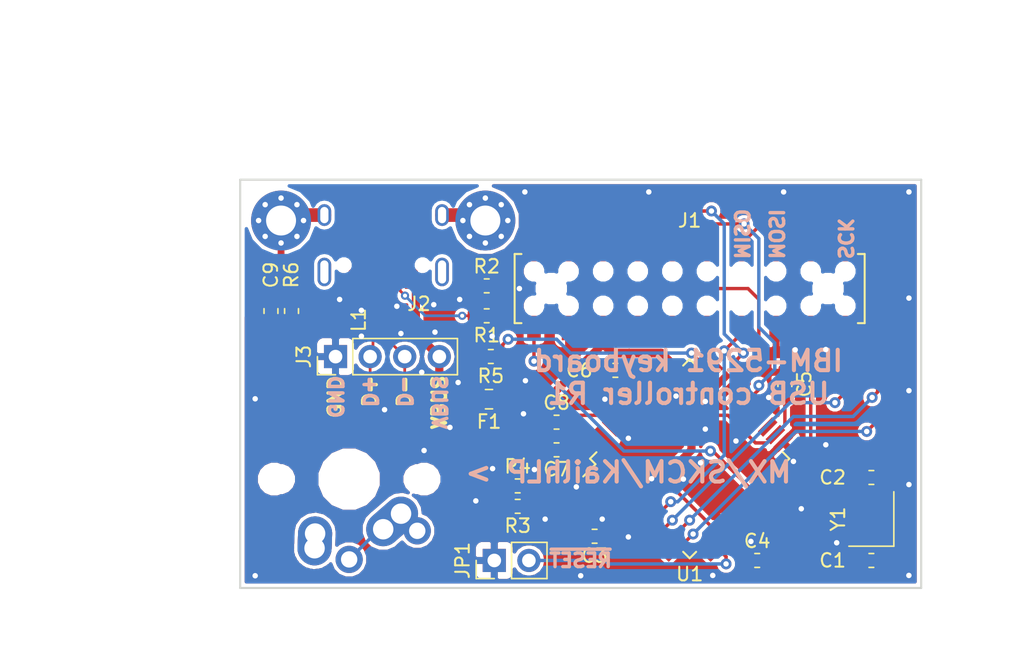
<source format=kicad_pcb>
(kicad_pcb (version 20171130) (host pcbnew "(5.0.0)")

  (general
    (thickness 1.6)
    (drawings 44)
    (tracks 311)
    (zones 0)
    (modules 26)
    (nets 53)
  )

  (page A4)
  (layers
    (0 F.Cu signal)
    (31 B.Cu signal)
    (32 B.Adhes user)
    (33 F.Adhes user)
    (34 B.Paste user)
    (35 F.Paste user)
    (36 B.SilkS user)
    (37 F.SilkS user)
    (38 B.Mask user)
    (39 F.Mask user)
    (40 Dwgs.User user)
    (41 Cmts.User user)
    (42 Eco1.User user)
    (43 Eco2.User user)
    (44 Edge.Cuts user)
    (45 Margin user)
    (46 B.CrtYd user)
    (47 F.CrtYd user)
    (48 B.Fab user)
    (49 F.Fab user)
  )

  (setup
    (last_trace_width 0.25)
    (trace_clearance 0.2)
    (zone_clearance 0.254)
    (zone_45_only no)
    (trace_min 0.2)
    (segment_width 0.2)
    (edge_width 0.15)
    (via_size 0.8)
    (via_drill 0.4)
    (via_min_size 0.4)
    (via_min_drill 0.3)
    (uvia_size 0.3)
    (uvia_drill 0.1)
    (uvias_allowed no)
    (uvia_min_size 0.2)
    (uvia_min_drill 0.1)
    (pcb_text_width 0.3)
    (pcb_text_size 1.5 1.5)
    (mod_edge_width 0.15)
    (mod_text_size 1 1)
    (mod_text_width 0.15)
    (pad_size 1.524 1.524)
    (pad_drill 0.762)
    (pad_to_mask_clearance 0)
    (aux_axis_origin 150 50)
    (visible_elements 7FFFEFFF)
    (pcbplotparams
      (layerselection 0x010fc_ffffffff)
      (usegerberextensions false)
      (usegerberattributes false)
      (usegerberadvancedattributes false)
      (creategerberjobfile false)
      (excludeedgelayer true)
      (linewidth 0.100000)
      (plotframeref false)
      (viasonmask false)
      (mode 1)
      (useauxorigin false)
      (hpglpennumber 1)
      (hpglpenspeed 20)
      (hpglpendiameter 15.000000)
      (psnegative false)
      (psa4output false)
      (plotreference true)
      (plotvalue true)
      (plotinvisibletext false)
      (padsonsilk false)
      (subtractmaskfromsilk false)
      (outputformat 1)
      (mirror false)
      (drillshape 1)
      (scaleselection 1)
      (outputdirectory ""))
  )

  (net 0 "")
  (net 1 "Net-(J2-PadA8)")
  (net 2 "Net-(J2-PadB8)")
  (net 3 "Net-(U1-Pad1)")
  (net 4 "Net-(U1-Pad12)")
  (net 5 "Net-(U1-Pad20)")
  (net 6 "Net-(U1-Pad21)")
  (net 7 "Net-(U1-Pad22)")
  (net 8 "Net-(U1-Pad25)")
  (net 9 "Net-(U1-Pad26)")
  (net 10 "Net-(U1-Pad27)")
  (net 11 "Net-(U1-Pad31)")
  (net 12 "Net-(U1-Pad32)")
  (net 13 "Net-(U1-Pad36)")
  (net 14 "Net-(U1-Pad37)")
  (net 15 "Net-(U1-Pad38)")
  (net 16 "Net-(U1-Pad39)")
  (net 17 "Net-(U1-Pad40)")
  (net 18 "Net-(U1-Pad41)")
  (net 19 GND)
  (net 20 +5V)
  (net 21 /Matrix_Strobe)
  (net 22 /Count1)
  (net 23 "Net-(J1-Pad16)")
  (net 24 "Net-(J1-Pad15)")
  (net 25 Earth)
  (net 26 /Key_Depressed)
  (net 27 /Count64)
  (net 28 /Count32)
  (net 29 /Count16)
  (net 30 "Net-(J1-Pad7)")
  (net 31 "Net-(J1-Pad6)")
  (net 32 "Net-(J1-Pad5)")
  (net 33 /Count8)
  (net 34 /Count4)
  (net 35 "Net-(J1-Pad2)")
  (net 36 /Count2)
  (net 37 /CC1)
  (net 38 /CC2)
  (net 39 /D-)
  (net 40 /D+)
  (net 41 "Net-(C1-Pad1)")
  (net 42 "Net-(C2-Pad1)")
  (net 43 "Net-(R3-Pad2)")
  (net 44 "Net-(R4-Pad2)")
  (net 45 "Net-(R5-Pad2)")
  (net 46 "Net-(C3-Pad1)")
  (net 47 /~RESET)
  (net 48 "Net-(C8-Pad1)")
  (net 49 /VBUS_CON)
  (net 50 "Net-(SW1-Pad1)")
  (net 51 "Net-(SW1-Pad2)")
  (net 52 /Shield)

  (net_class Default "This is the default net class."
    (clearance 0.2)
    (trace_width 0.25)
    (via_dia 0.8)
    (via_drill 0.4)
    (uvia_dia 0.3)
    (uvia_drill 0.1)
    (add_net /Count1)
    (add_net /Count16)
    (add_net /Count2)
    (add_net /Count32)
    (add_net /Count4)
    (add_net /Count64)
    (add_net /Count8)
    (add_net /Key_Depressed)
    (add_net /Matrix_Strobe)
    (add_net /Shield)
    (add_net /~RESET)
    (add_net Earth)
    (add_net GND)
    (add_net "Net-(C1-Pad1)")
    (add_net "Net-(C2-Pad1)")
    (add_net "Net-(C3-Pad1)")
    (add_net "Net-(C8-Pad1)")
    (add_net "Net-(J1-Pad15)")
    (add_net "Net-(J1-Pad16)")
    (add_net "Net-(J1-Pad2)")
    (add_net "Net-(J1-Pad5)")
    (add_net "Net-(J1-Pad6)")
    (add_net "Net-(J1-Pad7)")
    (add_net "Net-(J2-PadA8)")
    (add_net "Net-(J2-PadB8)")
    (add_net "Net-(R3-Pad2)")
    (add_net "Net-(R4-Pad2)")
    (add_net "Net-(R5-Pad2)")
    (add_net "Net-(SW1-Pad1)")
    (add_net "Net-(SW1-Pad2)")
    (add_net "Net-(U1-Pad1)")
    (add_net "Net-(U1-Pad12)")
    (add_net "Net-(U1-Pad20)")
    (add_net "Net-(U1-Pad21)")
    (add_net "Net-(U1-Pad22)")
    (add_net "Net-(U1-Pad25)")
    (add_net "Net-(U1-Pad26)")
    (add_net "Net-(U1-Pad27)")
    (add_net "Net-(U1-Pad31)")
    (add_net "Net-(U1-Pad32)")
    (add_net "Net-(U1-Pad36)")
    (add_net "Net-(U1-Pad37)")
    (add_net "Net-(U1-Pad38)")
    (add_net "Net-(U1-Pad39)")
    (add_net "Net-(U1-Pad40)")
    (add_net "Net-(U1-Pad41)")
  )

  (net_class Power ""
    (clearance 0.2)
    (trace_width 0.6)
    (via_dia 0.8)
    (via_drill 0.4)
    (uvia_dia 0.3)
    (uvia_drill 0.1)
    (add_net +5V)
    (add_net /VBUS_CON)
  )

  (net_class USB ""
    (clearance 0.2)
    (trace_width 0.2)
    (via_dia 0.6)
    (via_drill 0.3)
    (uvia_dia 0.3)
    (uvia_drill 0.1)
    (add_net /CC1)
    (add_net /CC2)
    (add_net /D+)
    (add_net /D-)
  )

  (module Capacitor_SMD:C_0603_1608Metric_Pad1.05x0.95mm_HandSolder (layer F.Cu) (tedit 5B301BBE) (tstamp 5BA73F91)
    (at 152.259999 59.650001 270)
    (descr "Capacitor SMD 0603 (1608 Metric), square (rectangular) end terminal, IPC_7351 nominal with elongated pad for handsoldering. (Body size source: http://www.tortai-tech.com/upload/download/2011102023233369053.pdf), generated with kicad-footprint-generator")
    (tags "capacitor handsolder")
    (path /5B9AEABF)
    (attr smd)
    (fp_text reference C9 (at -2.650001 0.009999 270) (layer F.SilkS)
      (effects (font (size 1 1) (thickness 0.15)))
    )
    (fp_text value 0.1u (at 0 1.43 270) (layer F.Fab)
      (effects (font (size 1 1) (thickness 0.15)))
    )
    (fp_text user %R (at 0 0 270) (layer F.Fab)
      (effects (font (size 0.4 0.4) (thickness 0.06)))
    )
    (fp_line (start 1.65 0.73) (end -1.65 0.73) (layer F.CrtYd) (width 0.05))
    (fp_line (start 1.65 -0.73) (end 1.65 0.73) (layer F.CrtYd) (width 0.05))
    (fp_line (start -1.65 -0.73) (end 1.65 -0.73) (layer F.CrtYd) (width 0.05))
    (fp_line (start -1.65 0.73) (end -1.65 -0.73) (layer F.CrtYd) (width 0.05))
    (fp_line (start -0.171267 0.51) (end 0.171267 0.51) (layer F.SilkS) (width 0.12))
    (fp_line (start -0.171267 -0.51) (end 0.171267 -0.51) (layer F.SilkS) (width 0.12))
    (fp_line (start 0.8 0.4) (end -0.8 0.4) (layer F.Fab) (width 0.1))
    (fp_line (start 0.8 -0.4) (end 0.8 0.4) (layer F.Fab) (width 0.1))
    (fp_line (start -0.8 -0.4) (end 0.8 -0.4) (layer F.Fab) (width 0.1))
    (fp_line (start -0.8 0.4) (end -0.8 -0.4) (layer F.Fab) (width 0.1))
    (pad 2 smd roundrect (at 0.875 0 270) (size 1.05 0.95) (layers F.Cu F.Paste F.Mask) (roundrect_rratio 0.25)
      (net 19 GND))
    (pad 1 smd roundrect (at -0.875 0 270) (size 1.05 0.95) (layers F.Cu F.Paste F.Mask) (roundrect_rratio 0.25)
      (net 52 /Shield))
    (model ${KISYS3DMOD}/Capacitor_SMD.3dshapes/C_0603_1608Metric.wrl
      (at (xyz 0 0 0))
      (scale (xyz 1 1 1))
      (rotate (xyz 0 0 0))
    )
  )

  (module Resistor_SMD:R_0603_1608Metric_Pad1.05x0.95mm_HandSolder (layer F.Cu) (tedit 5B301BBD) (tstamp 5BA73D62)
    (at 153.769999 59.650001 270)
    (descr "Resistor SMD 0603 (1608 Metric), square (rectangular) end terminal, IPC_7351 nominal with elongated pad for handsoldering. (Body size source: http://www.tortai-tech.com/upload/download/2011102023233369053.pdf), generated with kicad-footprint-generator")
    (tags "resistor handsolder")
    (path /5B9AE9FD)
    (attr smd)
    (fp_text reference R6 (at -2.650001 0.019999 270) (layer F.SilkS)
      (effects (font (size 1 1) (thickness 0.15)))
    )
    (fp_text value 330 (at 0 1.43 270) (layer F.Fab)
      (effects (font (size 1 1) (thickness 0.15)))
    )
    (fp_line (start -0.8 0.4) (end -0.8 -0.4) (layer F.Fab) (width 0.1))
    (fp_line (start -0.8 -0.4) (end 0.8 -0.4) (layer F.Fab) (width 0.1))
    (fp_line (start 0.8 -0.4) (end 0.8 0.4) (layer F.Fab) (width 0.1))
    (fp_line (start 0.8 0.4) (end -0.8 0.4) (layer F.Fab) (width 0.1))
    (fp_line (start -0.171267 -0.51) (end 0.171267 -0.51) (layer F.SilkS) (width 0.12))
    (fp_line (start -0.171267 0.51) (end 0.171267 0.51) (layer F.SilkS) (width 0.12))
    (fp_line (start -1.65 0.73) (end -1.65 -0.73) (layer F.CrtYd) (width 0.05))
    (fp_line (start -1.65 -0.73) (end 1.65 -0.73) (layer F.CrtYd) (width 0.05))
    (fp_line (start 1.65 -0.73) (end 1.65 0.73) (layer F.CrtYd) (width 0.05))
    (fp_line (start 1.65 0.73) (end -1.65 0.73) (layer F.CrtYd) (width 0.05))
    (fp_text user %R (at 0 0 270) (layer F.Fab)
      (effects (font (size 0.4 0.4) (thickness 0.06)))
    )
    (pad 1 smd roundrect (at -0.875 0 270) (size 1.05 0.95) (layers F.Cu F.Paste F.Mask) (roundrect_rratio 0.25)
      (net 52 /Shield))
    (pad 2 smd roundrect (at 0.875 0 270) (size 1.05 0.95) (layers F.Cu F.Paste F.Mask) (roundrect_rratio 0.25)
      (net 19 GND))
    (model ${KISYS3DMOD}/Resistor_SMD.3dshapes/R_0603_1608Metric.wrl
      (at (xyz 0 0 0))
      (scale (xyz 1 1 1))
      (rotate (xyz 0 0 0))
    )
  )

  (module model-f-5291-footprints:Harwin-M20-7811045 locked (layer F.Cu) (tedit 5B976F74) (tstamp 5BA29E72)
    (at 183 58)
    (path /5B76B104)
    (fp_text reference J1 (at 0 -5) (layer F.SilkS)
      (effects (font (size 1 1) (thickness 0.15)))
    )
    (fp_text value Keyboard (at 0 -0.5) (layer F.Fab)
      (effects (font (size 1 1) (thickness 0.15)))
    )
    (fp_line (start 12.35 -2.54) (end 12.85 -2.54) (layer F.SilkS) (width 0.15))
    (fp_line (start 12.35 2.54) (end 12.85 2.54) (layer F.SilkS) (width 0.15))
    (fp_line (start -12.85 2.54) (end -12.35 2.54) (layer F.SilkS) (width 0.15))
    (fp_line (start -12.85 -2.54) (end -12.35 -2.54) (layer F.SilkS) (width 0.15))
    (fp_line (start -12.85 2.54) (end -12.85 -2.54) (layer F.SilkS) (width 0.15))
    (fp_line (start 12.85 -2.54) (end 12.85 2.54) (layer F.SilkS) (width 0.15))
    (pad "" np_thru_hole circle (at 11.43 -1.27) (size 1 1) (drill 1) (layers *.Cu *.Mask))
    (pad "" np_thru_hole circle (at 8.89 -1.27) (size 1 1) (drill 1) (layers *.Cu *.Mask))
    (pad "" np_thru_hole circle (at 6.35 -1.27) (size 1 1) (drill 1) (layers *.Cu *.Mask))
    (pad "" np_thru_hole circle (at 3.81 -1.27) (size 1 1) (drill 1) (layers *.Cu *.Mask))
    (pad "" np_thru_hole circle (at 1.27 -1.27) (size 1 1) (drill 1) (layers *.Cu *.Mask))
    (pad "" np_thru_hole circle (at -1.27 -1.27) (size 1 1) (drill 1) (layers *.Cu *.Mask))
    (pad "" np_thru_hole circle (at -3.81 -1.27) (size 1 1) (drill 1) (layers *.Cu *.Mask))
    (pad "" np_thru_hole circle (at -6.35 -1.27) (size 1 1) (drill 1) (layers *.Cu *.Mask))
    (pad "" np_thru_hole circle (at -8.89 -1.27) (size 1 1) (drill 1) (layers *.Cu *.Mask))
    (pad "" np_thru_hole circle (at -11.43 -1.27) (size 1 1) (drill 1) (layers *.Cu *.Mask))
    (pad "" np_thru_hole circle (at 11.43 1.27) (size 1 1) (drill 1) (layers *.Cu *.Mask))
    (pad "" np_thru_hole circle (at 8.89 1.27) (size 1 1) (drill 1) (layers *.Cu *.Mask))
    (pad "" np_thru_hole circle (at 6.35 1.27) (size 1 1) (drill 1) (layers *.Cu *.Mask))
    (pad "" np_thru_hole circle (at 3.81 1.27) (size 1 1) (drill 1) (layers *.Cu *.Mask))
    (pad "" np_thru_hole circle (at 1.27 1.27) (size 1 1) (drill 1) (layers *.Cu *.Mask))
    (pad "" np_thru_hole circle (at -1.27 1.27) (size 1 1) (drill 1) (layers *.Cu *.Mask))
    (pad "" np_thru_hole circle (at -3.81 1.27) (size 1 1) (drill 1) (layers *.Cu *.Mask))
    (pad "" np_thru_hole circle (at -6.35 1.27) (size 1 1) (drill 1) (layers *.Cu *.Mask))
    (pad "" np_thru_hole circle (at -8.89 1.27) (size 1 1) (drill 1) (layers *.Cu *.Mask))
    (pad "" np_thru_hole circle (at -11.43 1.27) (size 1 1) (drill 1) (layers *.Cu *.Mask))
    (pad "" np_thru_hole circle (at 10.16 0) (size 1.8 1.8) (drill 1.8) (layers *.Cu *.Mask))
    (pad "" np_thru_hole circle (at -10.16 0) (size 1.8 1.8) (drill 1.8) (layers *.Cu *.Mask))
    (pad 1 smd rect (at 11.43 -2.9) (size 1 1.8) (layers F.Cu F.Paste F.Mask)
      (net 36 /Count2))
    (pad 2 smd rect (at 8.89 -2.9) (size 1 1.8) (layers F.Cu F.Paste F.Mask)
      (net 35 "Net-(J1-Pad2)"))
    (pad 3 smd rect (at 6.35 -2.9) (size 1 1.8) (layers F.Cu F.Paste F.Mask)
      (net 34 /Count4))
    (pad 4 smd rect (at 3.81 -2.9) (size 1 1.8) (layers F.Cu F.Paste F.Mask)
      (net 33 /Count8))
    (pad 5 smd rect (at 1.27 -2.9) (size 1 1.8) (layers F.Cu F.Paste F.Mask)
      (net 32 "Net-(J1-Pad5)"))
    (pad 6 smd rect (at -1.27 -2.9) (size 1 1.8) (layers F.Cu F.Paste F.Mask)
      (net 31 "Net-(J1-Pad6)"))
    (pad 7 smd rect (at -3.81 -2.9) (size 1 1.8) (layers F.Cu F.Paste F.Mask)
      (net 30 "Net-(J1-Pad7)"))
    (pad 8 smd rect (at -6.35 -2.9) (size 1 1.8) (layers F.Cu F.Paste F.Mask)
      (net 29 /Count16))
    (pad 9 smd rect (at -8.89 -2.9) (size 1 1.8) (layers F.Cu F.Paste F.Mask)
      (net 28 /Count32))
    (pad 10 smd rect (at -11.43 -2.9) (size 1 1.8) (layers F.Cu F.Paste F.Mask)
      (net 27 /Count64))
    (pad 11 smd rect (at -11.43 2.9) (size 1 1.8) (layers F.Cu F.Paste F.Mask)
      (net 26 /Key_Depressed))
    (pad 12 smd rect (at -8.89 2.9) (size 1 1.8) (layers F.Cu F.Paste F.Mask)
      (net 19 GND))
    (pad 13 smd rect (at -6.35 2.9) (size 1 1.8) (layers F.Cu F.Paste F.Mask)
      (net 20 +5V))
    (pad 14 smd rect (at -3.81 2.9) (size 1 1.8) (layers F.Cu F.Paste F.Mask)
      (net 25 Earth))
    (pad 15 smd rect (at -1.27 2.9) (size 1 1.8) (layers F.Cu F.Paste F.Mask)
      (net 24 "Net-(J1-Pad15)"))
    (pad 16 smd rect (at 1.27 2.9) (size 1 1.8) (layers F.Cu F.Paste F.Mask)
      (net 23 "Net-(J1-Pad16)"))
    (pad 17 smd rect (at 3.81 2.9) (size 1 1.8) (layers F.Cu F.Paste F.Mask)
      (net 22 /Count1))
    (pad 18 smd rect (at 6.35 2.9) (size 1 1.8) (layers F.Cu F.Paste F.Mask)
      (net 19 GND))
    (pad 19 smd rect (at 8.89 2.9) (size 1 1.8) (layers F.Cu F.Paste F.Mask)
      (net 21 /Matrix_Strobe))
    (pad 20 smd rect (at 11.43 2.9) (size 1 1.8) (layers F.Cu F.Paste F.Mask)
      (net 19 GND))
  )

  (module model-f-5291-footprints:USB_TypeC_U31F-24SNA0201 locked (layer F.Cu) (tedit 5AA30455) (tstamp 5BDA1E28)
    (at 160.5 50 180)
    (descr http://www.dory-tech.com/UploadFiles/2017/0/2017080810353867631.pdf)
    (path /5B76B208)
    (fp_text reference J2 (at -2.625 -9.125 180) (layer F.SilkS)
      (effects (font (size 1 1) (thickness 0.15)))
    )
    (fp_text value USB_C_Receptacle (at 0.02 1.18 180) (layer F.Fab)
      (effects (font (size 1 1) (thickness 0.15)))
    )
    (fp_line (start 4.47 -7.35) (end -4.47 -7.35) (layer F.Fab) (width 0.1))
    (fp_line (start -4.47 -7.35) (end -4.47 0) (layer F.Fab) (width 0.1))
    (fp_line (start -4.47 0) (end 4.47 0) (layer F.Fab) (width 0.1))
    (fp_line (start 4.47 0) (end 4.47 -7.35) (layer F.Fab) (width 0.1))
    (fp_line (start -4.9 -1.45) (end 4.9 -1.45) (layer F.CrtYd) (width 0.1))
    (pad A6 smd rect (at -0.25 -7.445 180) (size 0.3 1.15) (layers F.Cu F.Paste F.Mask)
      (net 40 /D+))
    (pad B1 smd rect (at 3.2 -7.445 180) (size 0.6 1.15) (layers F.Cu F.Paste F.Mask)
      (net 19 GND))
    (pad B4 smd rect (at 2.4 -7.445 180) (size 0.6 1.15) (layers F.Cu F.Paste F.Mask)
      (net 49 /VBUS_CON))
    (pad A4 smd rect (at -2.4 -7.445 180) (size 0.6 1.15) (layers F.Cu F.Paste F.Mask)
      (net 49 /VBUS_CON))
    (pad S1 thru_hole oval (at -4.32 -6.78 180) (size 1 2.1) (drill oval 0.6 1.7) (layers *.Cu *.Mask)
      (net 52 /Shield))
    (pad "" np_thru_hole circle (at -2.89 -6.28 180) (size 0.65 0.65) (drill 0.65) (layers *.Cu *.Mask)
      (zone_connect 0))
    (pad S1 thru_hole oval (at 4.32 -6.78 180) (size 1 2.1) (drill oval 0.6 1.7) (layers *.Cu *.Mask)
      (net 52 /Shield))
    (pad S1 thru_hole oval (at -4.32 -2.6 180) (size 1 1.6) (drill oval 0.6 1.2) (layers *.Cu *.Mask)
      (net 52 /Shield))
    (pad S1 thru_hole oval (at 4.32 -2.6 180) (size 1 1.6) (drill oval 0.6 1.2) (layers *.Cu *.Mask)
      (net 52 /Shield))
    (pad A1 smd rect (at -3.2 -7.445 180) (size 0.6 1.15) (layers F.Cu F.Paste F.Mask)
      (net 19 GND))
    (pad "" np_thru_hole circle (at 2.89 -6.28 180) (size 0.65 0.65) (drill 0.65) (layers *.Cu *.Mask)
      (zone_connect 0))
    (pad A7 smd rect (at 0.25 -7.445 180) (size 0.3 1.15) (layers F.Cu F.Paste F.Mask)
      (net 39 /D-))
    (pad B6 smd rect (at 0.75 -7.445 180) (size 0.3 1.15) (layers F.Cu F.Paste F.Mask)
      (net 40 /D+))
    (pad A8 smd rect (at 1.25 -7.445 180) (size 0.3 1.15) (layers F.Cu F.Paste F.Mask)
      (net 1 "Net-(J2-PadA8)"))
    (pad B5 smd rect (at 1.75 -7.445 180) (size 0.3 1.15) (layers F.Cu F.Paste F.Mask)
      (net 38 /CC2))
    (pad B7 smd rect (at -0.75 -7.445 180) (size 0.3 1.15) (layers F.Cu F.Paste F.Mask)
      (net 39 /D-))
    (pad A5 smd rect (at -1.25 -7.445 180) (size 0.3 1.15) (layers F.Cu F.Paste F.Mask)
      (net 37 /CC1))
    (pad B8 smd rect (at -1.75 -7.445 180) (size 0.3 1.15) (layers F.Cu F.Paste F.Mask)
      (net 2 "Net-(J2-PadB8)"))
  )

  (module MountingHole:MountingHole_2.2mm_M2_Pad_Via locked (layer F.Cu) (tedit 5B96C913) (tstamp 5B96D0CD)
    (at 168 53 180)
    (descr "Mounting Hole 2.2mm, M2")
    (tags "mounting hole 2.2mm m2")
    (path /5BA0596E)
    (attr virtual)
    (fp_text reference MH1 (at 0 -3.2 180) (layer F.SilkS) hide
      (effects (font (size 1 1) (thickness 0.15)))
    )
    (fp_text value MountingHole_Pad (at 0 3.2 180) (layer F.Fab)
      (effects (font (size 1 1) (thickness 0.15)))
    )
    (fp_circle (center 0 0) (end 2.45 0) (layer F.CrtYd) (width 0.05))
    (fp_circle (center 0 0) (end 2.2 0) (layer Cmts.User) (width 0.15))
    (fp_text user %R (at 0.3 0 180) (layer F.Fab)
      (effects (font (size 1 1) (thickness 0.15)))
    )
    (pad 1 thru_hole circle (at 1.166726 -1.166726 180) (size 0.7 0.7) (drill 0.4) (layers *.Cu *.Mask)
      (net 52 /Shield))
    (pad 1 thru_hole circle (at 0 -1.65 180) (size 0.7 0.7) (drill 0.4) (layers *.Cu *.Mask)
      (net 52 /Shield))
    (pad 1 thru_hole circle (at -1.166726 -1.166726 180) (size 0.7 0.7) (drill 0.4) (layers *.Cu *.Mask)
      (net 52 /Shield))
    (pad 1 thru_hole circle (at -1.65 0 180) (size 0.7 0.7) (drill 0.4) (layers *.Cu *.Mask)
      (net 52 /Shield))
    (pad 1 thru_hole circle (at -1.166726 1.166726 180) (size 0.7 0.7) (drill 0.4) (layers *.Cu *.Mask)
      (net 52 /Shield))
    (pad 1 thru_hole circle (at 0 1.65 180) (size 0.7 0.7) (drill 0.4) (layers *.Cu *.Mask)
      (net 52 /Shield))
    (pad 1 thru_hole circle (at 1.166726 1.166726 180) (size 0.7 0.7) (drill 0.4) (layers *.Cu *.Mask)
      (net 52 /Shield))
    (pad 1 thru_hole circle (at 1.65 0 180) (size 0.7 0.7) (drill 0.4) (layers *.Cu *.Mask)
      (net 52 /Shield))
    (pad 1 thru_hole circle (at 0 0 180) (size 4.4 4.4) (drill 2.2) (layers *.Cu *.Mask)
      (net 52 /Shield))
  )

  (module MountingHole:MountingHole_2.2mm_M2_Pad_Via locked (layer F.Cu) (tedit 5B96C917) (tstamp 5B97DBFD)
    (at 153 53 180)
    (descr "Mounting Hole 2.2mm, M2")
    (tags "mounting hole 2.2mm m2")
    (path /5BA0590E)
    (attr virtual)
    (fp_text reference MH2 (at 0 -3.2 180) (layer F.SilkS) hide
      (effects (font (size 1 1) (thickness 0.15)))
    )
    (fp_text value MountingHole_Pad (at 0 3.2 180) (layer F.Fab)
      (effects (font (size 1 1) (thickness 0.15)))
    )
    (fp_text user %R (at 0.3 0 180) (layer F.Fab)
      (effects (font (size 1 1) (thickness 0.15)))
    )
    (fp_circle (center 0 0) (end 2.2 0) (layer Cmts.User) (width 0.15))
    (fp_circle (center 0 0) (end 2.45 0) (layer F.CrtYd) (width 0.05))
    (pad 1 thru_hole circle (at 0 0 180) (size 4.4 4.4) (drill 2.2) (layers *.Cu *.Mask)
      (net 52 /Shield))
    (pad 1 thru_hole circle (at 1.65 0 180) (size 0.7 0.7) (drill 0.4) (layers *.Cu *.Mask)
      (net 52 /Shield))
    (pad 1 thru_hole circle (at 1.166726 1.166726 180) (size 0.7 0.7) (drill 0.4) (layers *.Cu *.Mask)
      (net 52 /Shield))
    (pad 1 thru_hole circle (at 0 1.65 180) (size 0.7 0.7) (drill 0.4) (layers *.Cu *.Mask)
      (net 52 /Shield))
    (pad 1 thru_hole circle (at -1.166726 1.166726 180) (size 0.7 0.7) (drill 0.4) (layers *.Cu *.Mask)
      (net 52 /Shield))
    (pad 1 thru_hole circle (at -1.65 0 180) (size 0.7 0.7) (drill 0.4) (layers *.Cu *.Mask)
      (net 52 /Shield))
    (pad 1 thru_hole circle (at -1.166726 -1.166726 180) (size 0.7 0.7) (drill 0.4) (layers *.Cu *.Mask)
      (net 52 /Shield))
    (pad 1 thru_hole circle (at 0 -1.65 180) (size 0.7 0.7) (drill 0.4) (layers *.Cu *.Mask)
      (net 52 /Shield))
    (pad 1 thru_hole circle (at 1.166726 -1.166726 180) (size 0.7 0.7) (drill 0.4) (layers *.Cu *.Mask)
      (net 52 /Shield))
  )

  (module Capacitor_SMD:C_0603_1608Metric_Pad1.05x0.95mm_HandSolder (layer F.Cu) (tedit 5B96CAE5) (tstamp 5BB159D6)
    (at 173.228 67.818 180)
    (descr "Capacitor SMD 0603 (1608 Metric), square (rectangular) end terminal, IPC_7351 nominal with elongated pad for handsoldering. (Body size source: http://www.tortai-tech.com/upload/download/2011102023233369053.pdf), generated with kicad-footprint-generator")
    (tags "capacitor handsolder")
    (path /5B9DF40C)
    (attr smd)
    (fp_text reference C8 (at 0 1.43 180) (layer F.SilkS)
      (effects (font (size 1 1) (thickness 0.15)))
    )
    (fp_text value 0.1u (at 0 1.43 180) (layer F.Fab)
      (effects (font (size 1 1) (thickness 0.15)))
    )
    (fp_line (start -0.8 0.4) (end -0.8 -0.4) (layer F.Fab) (width 0.1))
    (fp_line (start -0.8 -0.4) (end 0.8 -0.4) (layer F.Fab) (width 0.1))
    (fp_line (start 0.8 -0.4) (end 0.8 0.4) (layer F.Fab) (width 0.1))
    (fp_line (start 0.8 0.4) (end -0.8 0.4) (layer F.Fab) (width 0.1))
    (fp_line (start -0.171267 -0.51) (end 0.171267 -0.51) (layer F.SilkS) (width 0.12))
    (fp_line (start -0.171267 0.51) (end 0.171267 0.51) (layer F.SilkS) (width 0.12))
    (fp_line (start -1.65 0.73) (end -1.65 -0.73) (layer F.CrtYd) (width 0.05))
    (fp_line (start -1.65 -0.73) (end 1.65 -0.73) (layer F.CrtYd) (width 0.05))
    (fp_line (start 1.65 -0.73) (end 1.65 0.73) (layer F.CrtYd) (width 0.05))
    (fp_line (start 1.65 0.73) (end -1.65 0.73) (layer F.CrtYd) (width 0.05))
    (fp_text user %R (at 0 0 180) (layer F.Fab)
      (effects (font (size 0.4 0.4) (thickness 0.06)))
    )
    (pad 1 smd roundrect (at -0.875 0 180) (size 1.05 0.95) (layers F.Cu F.Paste F.Mask) (roundrect_rratio 0.25)
      (net 48 "Net-(C8-Pad1)"))
    (pad 2 smd roundrect (at 0.875 0 180) (size 1.05 0.95) (layers F.Cu F.Paste F.Mask) (roundrect_rratio 0.25)
      (net 19 GND))
    (model ${KISYS3DMOD}/Capacitor_SMD.3dshapes/C_0603_1608Metric.wrl
      (at (xyz 0 0 0))
      (scale (xyz 1 1 1))
      (rotate (xyz 0 0 0))
    )
  )

  (module Connector_PinHeader_2.54mm:PinHeader_1x02_P2.54mm_Vertical (layer F.Cu) (tedit 5B96D14E) (tstamp 5BB14CD9)
    (at 168.656 77.978 90)
    (descr "Through hole straight pin header, 1x02, 2.54mm pitch, single row")
    (tags "Through hole pin header THT 1x02 2.54mm single row")
    (path /5B9DB43D)
    (fp_text reference JP1 (at 0 -2.33 90) (layer F.SilkS)
      (effects (font (size 1 1) (thickness 0.15)))
    )
    (fp_text value Jumper_NO_Small (at 0 4.87 90) (layer F.Fab)
      (effects (font (size 1 1) (thickness 0.15)))
    )
    (fp_line (start -0.635 -1.27) (end 1.27 -1.27) (layer F.Fab) (width 0.1))
    (fp_line (start 1.27 -1.27) (end 1.27 3.81) (layer F.Fab) (width 0.1))
    (fp_line (start 1.27 3.81) (end -1.27 3.81) (layer F.Fab) (width 0.1))
    (fp_line (start -1.27 3.81) (end -1.27 -0.635) (layer F.Fab) (width 0.1))
    (fp_line (start -1.27 -0.635) (end -0.635 -1.27) (layer F.Fab) (width 0.1))
    (fp_line (start -1.33 3.87) (end 1.33 3.87) (layer F.SilkS) (width 0.12))
    (fp_line (start -1.33 1.27) (end -1.33 3.87) (layer F.SilkS) (width 0.12))
    (fp_line (start 1.33 1.27) (end 1.33 3.87) (layer F.SilkS) (width 0.12))
    (fp_line (start -1.33 1.27) (end 1.33 1.27) (layer F.SilkS) (width 0.12))
    (fp_line (start -1.33 0) (end -1.33 -1.33) (layer F.SilkS) (width 0.12))
    (fp_line (start -1.33 -1.33) (end 0 -1.33) (layer F.SilkS) (width 0.12))
    (fp_line (start -1.8 -1.8) (end -1.8 4.35) (layer F.CrtYd) (width 0.05))
    (fp_line (start -1.8 4.35) (end 1.8 4.35) (layer F.CrtYd) (width 0.05))
    (fp_line (start 1.8 4.35) (end 1.8 -1.8) (layer F.CrtYd) (width 0.05))
    (fp_line (start 1.8 -1.8) (end -1.8 -1.8) (layer F.CrtYd) (width 0.05))
    (fp_text user %R (at 0 1.27 180) (layer F.Fab)
      (effects (font (size 1 1) (thickness 0.15)))
    )
    (pad 1 thru_hole rect (at 0 0 90) (size 1.7 1.7) (drill 1) (layers *.Cu *.Mask)
      (net 19 GND))
    (pad 2 thru_hole oval (at 0 2.54 90) (size 1.7 1.7) (drill 1) (layers *.Cu *.Mask)
      (net 47 /~RESET))
  )

  (module Package_QFP:TQFP-44_10x10mm_P0.8mm locked (layer F.Cu) (tedit 5B96CACD) (tstamp 5BA2E693)
    (at 183 70.5 45)
    (descr "44-Lead Plastic Thin Quad Flatpack (PT) - 10x10x1.0 mm Body [TQFP] (see Microchip Packaging Specification 00000049BS.pdf)")
    (tags "QFP 0.8")
    (path /5B76B3AC)
    (attr smd)
    (fp_text reference U1 (at -6 6 180) (layer F.SilkS)
      (effects (font (size 1 1) (thickness 0.15)))
    )
    (fp_text value ATmega32U4-AU (at 0 7.45 45) (layer F.Fab)
      (effects (font (size 1 1) (thickness 0.15)))
    )
    (fp_text user %R (at 0 0 45) (layer F.Fab)
      (effects (font (size 1 1) (thickness 0.15)))
    )
    (fp_line (start -4 -5) (end 5 -5) (layer F.Fab) (width 0.15))
    (fp_line (start 5 -5) (end 5 5) (layer F.Fab) (width 0.15))
    (fp_line (start 5 5) (end -5 5) (layer F.Fab) (width 0.15))
    (fp_line (start -5 5) (end -5 -4) (layer F.Fab) (width 0.15))
    (fp_line (start -5 -4) (end -4 -5) (layer F.Fab) (width 0.15))
    (fp_line (start -6.7 -6.7) (end -6.7 6.7) (layer F.CrtYd) (width 0.05))
    (fp_line (start 6.7 -6.7) (end 6.7 6.7) (layer F.CrtYd) (width 0.05))
    (fp_line (start -6.7 -6.7) (end 6.7 -6.7) (layer F.CrtYd) (width 0.05))
    (fp_line (start -6.7 6.7) (end 6.7 6.7) (layer F.CrtYd) (width 0.05))
    (fp_line (start -5.175 -5.175) (end -5.175 -4.6) (layer F.SilkS) (width 0.15))
    (fp_line (start 5.175 -5.175) (end 5.175 -4.5) (layer F.SilkS) (width 0.15))
    (fp_line (start 5.175 5.175) (end 5.175 4.5) (layer F.SilkS) (width 0.15))
    (fp_line (start -5.175 5.175) (end -5.175 4.5) (layer F.SilkS) (width 0.15))
    (fp_line (start -5.175 -5.175) (end -4.5 -5.175) (layer F.SilkS) (width 0.15))
    (fp_line (start -5.175 5.175) (end -4.5 5.175) (layer F.SilkS) (width 0.15))
    (fp_line (start 5.175 5.175) (end 4.5 5.175) (layer F.SilkS) (width 0.15))
    (fp_line (start 5.175 -5.175) (end 4.5 -5.175) (layer F.SilkS) (width 0.15))
    (fp_line (start -5.175 -4.6) (end -6.45 -4.6) (layer F.SilkS) (width 0.15))
    (pad 1 smd rect (at -5.7 -4 45) (size 1.5 0.55) (layers F.Cu F.Paste F.Mask)
      (net 3 "Net-(U1-Pad1)"))
    (pad 2 smd rect (at -5.7 -3.2 45) (size 1.5 0.55) (layers F.Cu F.Paste F.Mask)
      (net 20 +5V))
    (pad 3 smd rect (at -5.7 -2.4 45) (size 1.5 0.55) (layers F.Cu F.Paste F.Mask)
      (net 44 "Net-(R4-Pad2)"))
    (pad 4 smd rect (at -5.7 -1.6 45) (size 1.5 0.55) (layers F.Cu F.Paste F.Mask)
      (net 43 "Net-(R3-Pad2)"))
    (pad 5 smd rect (at -5.7 -0.8 45) (size 1.5 0.55) (layers F.Cu F.Paste F.Mask)
      (net 19 GND))
    (pad 6 smd rect (at -5.7 0 45) (size 1.5 0.55) (layers F.Cu F.Paste F.Mask)
      (net 46 "Net-(C3-Pad1)"))
    (pad 7 smd rect (at -5.7 0.8 45) (size 1.5 0.55) (layers F.Cu F.Paste F.Mask)
      (net 20 +5V))
    (pad 8 smd rect (at -5.7 1.6 45) (size 1.5 0.55) (layers F.Cu F.Paste F.Mask)
      (net 22 /Count1))
    (pad 9 smd rect (at -5.7 2.4 45) (size 1.5 0.55) (layers F.Cu F.Paste F.Mask)
      (net 36 /Count2))
    (pad 10 smd rect (at -5.7 3.2 45) (size 1.5 0.55) (layers F.Cu F.Paste F.Mask)
      (net 34 /Count4))
    (pad 11 smd rect (at -5.7 4 45) (size 1.5 0.55) (layers F.Cu F.Paste F.Mask)
      (net 33 /Count8))
    (pad 12 smd rect (at -4 5.7 135) (size 1.5 0.55) (layers F.Cu F.Paste F.Mask)
      (net 4 "Net-(U1-Pad12)"))
    (pad 13 smd rect (at -3.2 5.7 135) (size 1.5 0.55) (layers F.Cu F.Paste F.Mask)
      (net 47 /~RESET))
    (pad 14 smd rect (at -2.4 5.7 135) (size 1.5 0.55) (layers F.Cu F.Paste F.Mask)
      (net 20 +5V))
    (pad 15 smd rect (at -1.6 5.7 135) (size 1.5 0.55) (layers F.Cu F.Paste F.Mask)
      (net 19 GND))
    (pad 16 smd rect (at -0.8 5.7 135) (size 1.5 0.55) (layers F.Cu F.Paste F.Mask)
      (net 41 "Net-(C1-Pad1)"))
    (pad 17 smd rect (at 0 5.7 135) (size 1.5 0.55) (layers F.Cu F.Paste F.Mask)
      (net 42 "Net-(C2-Pad1)"))
    (pad 18 smd rect (at 0.8 5.7 135) (size 1.5 0.55) (layers F.Cu F.Paste F.Mask)
      (net 21 /Matrix_Strobe))
    (pad 19 smd rect (at 1.6 5.7 135) (size 1.5 0.55) (layers F.Cu F.Paste F.Mask)
      (net 26 /Key_Depressed))
    (pad 20 smd rect (at 2.4 5.7 135) (size 1.5 0.55) (layers F.Cu F.Paste F.Mask)
      (net 5 "Net-(U1-Pad20)"))
    (pad 21 smd rect (at 3.2 5.7 135) (size 1.5 0.55) (layers F.Cu F.Paste F.Mask)
      (net 6 "Net-(U1-Pad21)"))
    (pad 22 smd rect (at 4 5.7 135) (size 1.5 0.55) (layers F.Cu F.Paste F.Mask)
      (net 7 "Net-(U1-Pad22)"))
    (pad 23 smd rect (at 5.7 4 45) (size 1.5 0.55) (layers F.Cu F.Paste F.Mask)
      (net 19 GND))
    (pad 24 smd rect (at 5.7 3.2 45) (size 1.5 0.55) (layers F.Cu F.Paste F.Mask)
      (net 20 +5V))
    (pad 25 smd rect (at 5.7 2.4 45) (size 1.5 0.55) (layers F.Cu F.Paste F.Mask)
      (net 8 "Net-(U1-Pad25)"))
    (pad 26 smd rect (at 5.7 1.6 45) (size 1.5 0.55) (layers F.Cu F.Paste F.Mask)
      (net 9 "Net-(U1-Pad26)"))
    (pad 27 smd rect (at 5.7 0.8 45) (size 1.5 0.55) (layers F.Cu F.Paste F.Mask)
      (net 10 "Net-(U1-Pad27)"))
    (pad 28 smd rect (at 5.7 0 45) (size 1.5 0.55) (layers F.Cu F.Paste F.Mask)
      (net 29 /Count16))
    (pad 29 smd rect (at 5.7 -0.8 45) (size 1.5 0.55) (layers F.Cu F.Paste F.Mask)
      (net 28 /Count32))
    (pad 30 smd rect (at 5.7 -1.6 45) (size 1.5 0.55) (layers F.Cu F.Paste F.Mask)
      (net 27 /Count64))
    (pad 31 smd rect (at 5.7 -2.4 45) (size 1.5 0.55) (layers F.Cu F.Paste F.Mask)
      (net 11 "Net-(U1-Pad31)"))
    (pad 32 smd rect (at 5.7 -3.2 45) (size 1.5 0.55) (layers F.Cu F.Paste F.Mask)
      (net 12 "Net-(U1-Pad32)"))
    (pad 33 smd rect (at 5.7 -4 45) (size 1.5 0.55) (layers F.Cu F.Paste F.Mask)
      (net 45 "Net-(R5-Pad2)"))
    (pad 34 smd rect (at 4 -5.7 135) (size 1.5 0.55) (layers F.Cu F.Paste F.Mask)
      (net 20 +5V))
    (pad 35 smd rect (at 3.2 -5.7 135) (size 1.5 0.55) (layers F.Cu F.Paste F.Mask)
      (net 19 GND))
    (pad 36 smd rect (at 2.4 -5.7 135) (size 1.5 0.55) (layers F.Cu F.Paste F.Mask)
      (net 13 "Net-(U1-Pad36)"))
    (pad 37 smd rect (at 1.6 -5.7 135) (size 1.5 0.55) (layers F.Cu F.Paste F.Mask)
      (net 14 "Net-(U1-Pad37)"))
    (pad 38 smd rect (at 0.8 -5.7 135) (size 1.5 0.55) (layers F.Cu F.Paste F.Mask)
      (net 15 "Net-(U1-Pad38)"))
    (pad 39 smd rect (at 0 -5.7 135) (size 1.5 0.55) (layers F.Cu F.Paste F.Mask)
      (net 16 "Net-(U1-Pad39)"))
    (pad 40 smd rect (at -0.8 -5.7 135) (size 1.5 0.55) (layers F.Cu F.Paste F.Mask)
      (net 17 "Net-(U1-Pad40)"))
    (pad 41 smd rect (at -1.6 -5.7 135) (size 1.5 0.55) (layers F.Cu F.Paste F.Mask)
      (net 18 "Net-(U1-Pad41)"))
    (pad 42 smd rect (at -2.4 -5.7 135) (size 1.5 0.55) (layers F.Cu F.Paste F.Mask)
      (net 48 "Net-(C8-Pad1)"))
    (pad 43 smd rect (at -3.2 -5.7 135) (size 1.5 0.55) (layers F.Cu F.Paste F.Mask)
      (net 19 GND))
    (pad 44 smd rect (at -4 -5.7 135) (size 1.5 0.55) (layers F.Cu F.Paste F.Mask)
      (net 20 +5V))
    (model ${KISYS3DMOD}/Package_QFP.3dshapes/TQFP-44_10x10mm_P0.8mm.wrl
      (at (xyz 0 0 0))
      (scale (xyz 1 1 1))
      (rotate (xyz 0 0 0))
    )
  )

  (module Capacitor_SMD:C_0603_1608Metric_Pad1.05x0.95mm_HandSolder (layer F.Cu) (tedit 5B301BBE) (tstamp 5BA3DC33)
    (at 173.228 69.85 180)
    (descr "Capacitor SMD 0603 (1608 Metric), square (rectangular) end terminal, IPC_7351 nominal with elongated pad for handsoldering. (Body size source: http://www.tortai-tech.com/upload/download/2011102023233369053.pdf), generated with kicad-footprint-generator")
    (tags "capacitor handsolder")
    (path /5B9B149A)
    (attr smd)
    (fp_text reference C7 (at 0 -1.43 180) (layer F.SilkS)
      (effects (font (size 1 1) (thickness 0.15)))
    )
    (fp_text value 0.1u (at 0 1.43 180) (layer F.Fab)
      (effects (font (size 1 1) (thickness 0.15)))
    )
    (fp_line (start -0.8 0.4) (end -0.8 -0.4) (layer F.Fab) (width 0.1))
    (fp_line (start -0.8 -0.4) (end 0.8 -0.4) (layer F.Fab) (width 0.1))
    (fp_line (start 0.8 -0.4) (end 0.8 0.4) (layer F.Fab) (width 0.1))
    (fp_line (start 0.8 0.4) (end -0.8 0.4) (layer F.Fab) (width 0.1))
    (fp_line (start -0.171267 -0.51) (end 0.171267 -0.51) (layer F.SilkS) (width 0.12))
    (fp_line (start -0.171267 0.51) (end 0.171267 0.51) (layer F.SilkS) (width 0.12))
    (fp_line (start -1.65 0.73) (end -1.65 -0.73) (layer F.CrtYd) (width 0.05))
    (fp_line (start -1.65 -0.73) (end 1.65 -0.73) (layer F.CrtYd) (width 0.05))
    (fp_line (start 1.65 -0.73) (end 1.65 0.73) (layer F.CrtYd) (width 0.05))
    (fp_line (start 1.65 0.73) (end -1.65 0.73) (layer F.CrtYd) (width 0.05))
    (fp_text user %R (at 0 0 180) (layer F.Fab)
      (effects (font (size 0.4 0.4) (thickness 0.06)))
    )
    (pad 1 smd roundrect (at -0.875 0 180) (size 1.05 0.95) (layers F.Cu F.Paste F.Mask) (roundrect_rratio 0.25)
      (net 20 +5V))
    (pad 2 smd roundrect (at 0.875 0 180) (size 1.05 0.95) (layers F.Cu F.Paste F.Mask) (roundrect_rratio 0.25)
      (net 19 GND))
    (model ${KISYS3DMOD}/Capacitor_SMD.3dshapes/C_0603_1608Metric.wrl
      (at (xyz 0 0 0))
      (scale (xyz 1 1 1))
      (rotate (xyz 0 0 0))
    )
  )

  (module Capacitor_SMD:C_0603_1608Metric_Pad1.05x0.95mm_HandSolder (layer F.Cu) (tedit 5B301BBE) (tstamp 5B97004C)
    (at 177.546 64.008 180)
    (descr "Capacitor SMD 0603 (1608 Metric), square (rectangular) end terminal, IPC_7351 nominal with elongated pad for handsoldering. (Body size source: http://www.tortai-tech.com/upload/download/2011102023233369053.pdf), generated with kicad-footprint-generator")
    (tags "capacitor handsolder")
    (path /5B9AFA72)
    (attr smd)
    (fp_text reference C6 (at 2.646 0.008 180) (layer F.SilkS)
      (effects (font (size 1 1) (thickness 0.15)))
    )
    (fp_text value 0.1u (at 0 1.43 180) (layer F.Fab)
      (effects (font (size 1 1) (thickness 0.15)))
    )
    (fp_line (start -0.8 0.4) (end -0.8 -0.4) (layer F.Fab) (width 0.1))
    (fp_line (start -0.8 -0.4) (end 0.8 -0.4) (layer F.Fab) (width 0.1))
    (fp_line (start 0.8 -0.4) (end 0.8 0.4) (layer F.Fab) (width 0.1))
    (fp_line (start 0.8 0.4) (end -0.8 0.4) (layer F.Fab) (width 0.1))
    (fp_line (start -0.171267 -0.51) (end 0.171267 -0.51) (layer F.SilkS) (width 0.12))
    (fp_line (start -0.171267 0.51) (end 0.171267 0.51) (layer F.SilkS) (width 0.12))
    (fp_line (start -1.65 0.73) (end -1.65 -0.73) (layer F.CrtYd) (width 0.05))
    (fp_line (start -1.65 -0.73) (end 1.65 -0.73) (layer F.CrtYd) (width 0.05))
    (fp_line (start 1.65 -0.73) (end 1.65 0.73) (layer F.CrtYd) (width 0.05))
    (fp_line (start 1.65 0.73) (end -1.65 0.73) (layer F.CrtYd) (width 0.05))
    (fp_text user %R (at 0 0 180) (layer F.Fab)
      (effects (font (size 0.4 0.4) (thickness 0.06)))
    )
    (pad 1 smd roundrect (at -0.875 0 180) (size 1.05 0.95) (layers F.Cu F.Paste F.Mask) (roundrect_rratio 0.25)
      (net 20 +5V))
    (pad 2 smd roundrect (at 0.875 0 180) (size 1.05 0.95) (layers F.Cu F.Paste F.Mask) (roundrect_rratio 0.25)
      (net 19 GND))
    (model ${KISYS3DMOD}/Capacitor_SMD.3dshapes/C_0603_1608Metric.wrl
      (at (xyz 0 0 0))
      (scale (xyz 1 1 1))
      (rotate (xyz 0 0 0))
    )
  )

  (module Capacitor_SMD:C_0603_1608Metric_Pad1.05x0.95mm_HandSolder (layer F.Cu) (tedit 5B96D0A5) (tstamp 5BA3C6B0)
    (at 189.992 65.024 90)
    (descr "Capacitor SMD 0603 (1608 Metric), square (rectangular) end terminal, IPC_7351 nominal with elongated pad for handsoldering. (Body size source: http://www.tortai-tech.com/upload/download/2011102023233369053.pdf), generated with kicad-footprint-generator")
    (tags "capacitor handsolder")
    (path /5B9AE00B)
    (attr smd)
    (fp_text reference C5 (at 0 1.43 270) (layer F.SilkS)
      (effects (font (size 1 1) (thickness 0.15)))
    )
    (fp_text value 0.1u (at 0 1.43 90) (layer F.Fab)
      (effects (font (size 1 1) (thickness 0.15)))
    )
    (fp_line (start -0.8 0.4) (end -0.8 -0.4) (layer F.Fab) (width 0.1))
    (fp_line (start -0.8 -0.4) (end 0.8 -0.4) (layer F.Fab) (width 0.1))
    (fp_line (start 0.8 -0.4) (end 0.8 0.4) (layer F.Fab) (width 0.1))
    (fp_line (start 0.8 0.4) (end -0.8 0.4) (layer F.Fab) (width 0.1))
    (fp_line (start -0.171267 -0.51) (end 0.171267 -0.51) (layer F.SilkS) (width 0.12))
    (fp_line (start -0.171267 0.51) (end 0.171267 0.51) (layer F.SilkS) (width 0.12))
    (fp_line (start -1.65 0.73) (end -1.65 -0.73) (layer F.CrtYd) (width 0.05))
    (fp_line (start -1.65 -0.73) (end 1.65 -0.73) (layer F.CrtYd) (width 0.05))
    (fp_line (start 1.65 -0.73) (end 1.65 0.73) (layer F.CrtYd) (width 0.05))
    (fp_line (start 1.65 0.73) (end -1.65 0.73) (layer F.CrtYd) (width 0.05))
    (fp_text user %R (at 0 0 90) (layer F.Fab)
      (effects (font (size 0.4 0.4) (thickness 0.06)))
    )
    (pad 1 smd roundrect (at -0.875 0 90) (size 1.05 0.95) (layers F.Cu F.Paste F.Mask) (roundrect_rratio 0.25)
      (net 20 +5V))
    (pad 2 smd roundrect (at 0.875 0 90) (size 1.05 0.95) (layers F.Cu F.Paste F.Mask) (roundrect_rratio 0.25)
      (net 19 GND))
    (model ${KISYS3DMOD}/Capacitor_SMD.3dshapes/C_0603_1608Metric.wrl
      (at (xyz 0 0 0))
      (scale (xyz 1 1 1))
      (rotate (xyz 0 0 0))
    )
  )

  (module Capacitor_SMD:C_0603_1608Metric_Pad1.05x0.95mm_HandSolder (layer F.Cu) (tedit 5B301BBE) (tstamp 5BA3BDF3)
    (at 187.96 77.978)
    (descr "Capacitor SMD 0603 (1608 Metric), square (rectangular) end terminal, IPC_7351 nominal with elongated pad for handsoldering. (Body size source: http://www.tortai-tech.com/upload/download/2011102023233369053.pdf), generated with kicad-footprint-generator")
    (tags "capacitor handsolder")
    (path /5B9ADAA1)
    (attr smd)
    (fp_text reference C4 (at 0 -1.43) (layer F.SilkS)
      (effects (font (size 1 1) (thickness 0.15)))
    )
    (fp_text value 0.1u (at 0 1.43) (layer F.Fab)
      (effects (font (size 1 1) (thickness 0.15)))
    )
    (fp_line (start -0.8 0.4) (end -0.8 -0.4) (layer F.Fab) (width 0.1))
    (fp_line (start -0.8 -0.4) (end 0.8 -0.4) (layer F.Fab) (width 0.1))
    (fp_line (start 0.8 -0.4) (end 0.8 0.4) (layer F.Fab) (width 0.1))
    (fp_line (start 0.8 0.4) (end -0.8 0.4) (layer F.Fab) (width 0.1))
    (fp_line (start -0.171267 -0.51) (end 0.171267 -0.51) (layer F.SilkS) (width 0.12))
    (fp_line (start -0.171267 0.51) (end 0.171267 0.51) (layer F.SilkS) (width 0.12))
    (fp_line (start -1.65 0.73) (end -1.65 -0.73) (layer F.CrtYd) (width 0.05))
    (fp_line (start -1.65 -0.73) (end 1.65 -0.73) (layer F.CrtYd) (width 0.05))
    (fp_line (start 1.65 -0.73) (end 1.65 0.73) (layer F.CrtYd) (width 0.05))
    (fp_line (start 1.65 0.73) (end -1.65 0.73) (layer F.CrtYd) (width 0.05))
    (fp_text user %R (at 0 0) (layer F.Fab)
      (effects (font (size 0.4 0.4) (thickness 0.06)))
    )
    (pad 1 smd roundrect (at -0.875 0) (size 1.05 0.95) (layers F.Cu F.Paste F.Mask) (roundrect_rratio 0.25)
      (net 20 +5V))
    (pad 2 smd roundrect (at 0.875 0) (size 1.05 0.95) (layers F.Cu F.Paste F.Mask) (roundrect_rratio 0.25)
      (net 19 GND))
    (model ${KISYS3DMOD}/Capacitor_SMD.3dshapes/C_0603_1608Metric.wrl
      (at (xyz 0 0 0))
      (scale (xyz 1 1 1))
      (rotate (xyz 0 0 0))
    )
  )

  (module Capacitor_SMD:C_0603_1608Metric_Pad1.05x0.95mm_HandSolder (layer F.Cu) (tedit 5B301BBE) (tstamp 5BA3915A)
    (at 176.022 76.2 180)
    (descr "Capacitor SMD 0603 (1608 Metric), square (rectangular) end terminal, IPC_7351 nominal with elongated pad for handsoldering. (Body size source: http://www.tortai-tech.com/upload/download/2011102023233369053.pdf), generated with kicad-footprint-generator")
    (tags "capacitor handsolder")
    (path /5B98CFEB)
    (attr smd)
    (fp_text reference C3 (at 0 -1.43 180) (layer F.SilkS)
      (effects (font (size 1 1) (thickness 0.15)))
    )
    (fp_text value 1u (at 0 1.43 180) (layer F.Fab)
      (effects (font (size 1 1) (thickness 0.15)))
    )
    (fp_line (start -0.8 0.4) (end -0.8 -0.4) (layer F.Fab) (width 0.1))
    (fp_line (start -0.8 -0.4) (end 0.8 -0.4) (layer F.Fab) (width 0.1))
    (fp_line (start 0.8 -0.4) (end 0.8 0.4) (layer F.Fab) (width 0.1))
    (fp_line (start 0.8 0.4) (end -0.8 0.4) (layer F.Fab) (width 0.1))
    (fp_line (start -0.171267 -0.51) (end 0.171267 -0.51) (layer F.SilkS) (width 0.12))
    (fp_line (start -0.171267 0.51) (end 0.171267 0.51) (layer F.SilkS) (width 0.12))
    (fp_line (start -1.65 0.73) (end -1.65 -0.73) (layer F.CrtYd) (width 0.05))
    (fp_line (start -1.65 -0.73) (end 1.65 -0.73) (layer F.CrtYd) (width 0.05))
    (fp_line (start 1.65 -0.73) (end 1.65 0.73) (layer F.CrtYd) (width 0.05))
    (fp_line (start 1.65 0.73) (end -1.65 0.73) (layer F.CrtYd) (width 0.05))
    (fp_text user %R (at 0 0 180) (layer F.Fab)
      (effects (font (size 0.4 0.4) (thickness 0.06)))
    )
    (pad 1 smd roundrect (at -0.875 0 180) (size 1.05 0.95) (layers F.Cu F.Paste F.Mask) (roundrect_rratio 0.25)
      (net 46 "Net-(C3-Pad1)"))
    (pad 2 smd roundrect (at 0.875 0 180) (size 1.05 0.95) (layers F.Cu F.Paste F.Mask) (roundrect_rratio 0.25)
      (net 19 GND))
    (model ${KISYS3DMOD}/Capacitor_SMD.3dshapes/C_0603_1608Metric.wrl
      (at (xyz 0 0 0))
      (scale (xyz 1 1 1))
      (rotate (xyz 0 0 0))
    )
  )

  (module Resistor_SMD:R_0603_1608Metric_Pad1.05x0.95mm_HandSolder (layer F.Cu) (tedit 5B96C981) (tstamp 5BA38FB5)
    (at 168.402 62.992)
    (descr "Resistor SMD 0603 (1608 Metric), square (rectangular) end terminal, IPC_7351 nominal with elongated pad for handsoldering. (Body size source: http://www.tortai-tech.com/upload/download/2011102023233369053.pdf), generated with kicad-footprint-generator")
    (tags "resistor handsolder")
    (path /5B98F737)
    (attr smd)
    (fp_text reference R5 (at 0 1.43) (layer F.SilkS)
      (effects (font (size 1 1) (thickness 0.15)))
    )
    (fp_text value 1K (at 0 1.43) (layer F.Fab)
      (effects (font (size 1 1) (thickness 0.15)))
    )
    (fp_line (start -0.8 0.4) (end -0.8 -0.4) (layer F.Fab) (width 0.1))
    (fp_line (start -0.8 -0.4) (end 0.8 -0.4) (layer F.Fab) (width 0.1))
    (fp_line (start 0.8 -0.4) (end 0.8 0.4) (layer F.Fab) (width 0.1))
    (fp_line (start 0.8 0.4) (end -0.8 0.4) (layer F.Fab) (width 0.1))
    (fp_line (start -0.171267 -0.51) (end 0.171267 -0.51) (layer F.SilkS) (width 0.12))
    (fp_line (start -0.171267 0.51) (end 0.171267 0.51) (layer F.SilkS) (width 0.12))
    (fp_line (start -1.65 0.73) (end -1.65 -0.73) (layer F.CrtYd) (width 0.05))
    (fp_line (start -1.65 -0.73) (end 1.65 -0.73) (layer F.CrtYd) (width 0.05))
    (fp_line (start 1.65 -0.73) (end 1.65 0.73) (layer F.CrtYd) (width 0.05))
    (fp_line (start 1.65 0.73) (end -1.65 0.73) (layer F.CrtYd) (width 0.05))
    (fp_text user %R (at 0 0) (layer F.Fab)
      (effects (font (size 0.4 0.4) (thickness 0.06)))
    )
    (pad 1 smd roundrect (at -0.875 0) (size 1.05 0.95) (layers F.Cu F.Paste F.Mask) (roundrect_rratio 0.25)
      (net 19 GND))
    (pad 2 smd roundrect (at 0.875 0) (size 1.05 0.95) (layers F.Cu F.Paste F.Mask) (roundrect_rratio 0.25)
      (net 45 "Net-(R5-Pad2)"))
    (model ${KISYS3DMOD}/Resistor_SMD.3dshapes/R_0603_1608Metric.wrl
      (at (xyz 0 0 0))
      (scale (xyz 1 1 1))
      (rotate (xyz 0 0 0))
    )
  )

  (module Resistor_SMD:R_0603_1608Metric_Pad1.05x0.95mm_HandSolder (layer F.Cu) (tedit 5B301BBD) (tstamp 5BA2CDF2)
    (at 170.375 72.5)
    (descr "Resistor SMD 0603 (1608 Metric), square (rectangular) end terminal, IPC_7351 nominal with elongated pad for handsoldering. (Body size source: http://www.tortai-tech.com/upload/download/2011102023233369053.pdf), generated with kicad-footprint-generator")
    (tags "resistor handsolder")
    (path /5B974C1A)
    (attr smd)
    (fp_text reference R4 (at 0 -1.43) (layer F.SilkS)
      (effects (font (size 1 1) (thickness 0.15)))
    )
    (fp_text value 22 (at 0 1.43) (layer F.Fab)
      (effects (font (size 1 1) (thickness 0.15)))
    )
    (fp_text user %R (at 0 0) (layer F.Fab)
      (effects (font (size 0.4 0.4) (thickness 0.06)))
    )
    (fp_line (start 1.65 0.73) (end -1.65 0.73) (layer F.CrtYd) (width 0.05))
    (fp_line (start 1.65 -0.73) (end 1.65 0.73) (layer F.CrtYd) (width 0.05))
    (fp_line (start -1.65 -0.73) (end 1.65 -0.73) (layer F.CrtYd) (width 0.05))
    (fp_line (start -1.65 0.73) (end -1.65 -0.73) (layer F.CrtYd) (width 0.05))
    (fp_line (start -0.171267 0.51) (end 0.171267 0.51) (layer F.SilkS) (width 0.12))
    (fp_line (start -0.171267 -0.51) (end 0.171267 -0.51) (layer F.SilkS) (width 0.12))
    (fp_line (start 0.8 0.4) (end -0.8 0.4) (layer F.Fab) (width 0.1))
    (fp_line (start 0.8 -0.4) (end 0.8 0.4) (layer F.Fab) (width 0.1))
    (fp_line (start -0.8 -0.4) (end 0.8 -0.4) (layer F.Fab) (width 0.1))
    (fp_line (start -0.8 0.4) (end -0.8 -0.4) (layer F.Fab) (width 0.1))
    (pad 2 smd roundrect (at 0.875 0) (size 1.05 0.95) (layers F.Cu F.Paste F.Mask) (roundrect_rratio 0.25)
      (net 44 "Net-(R4-Pad2)"))
    (pad 1 smd roundrect (at -0.875 0) (size 1.05 0.95) (layers F.Cu F.Paste F.Mask) (roundrect_rratio 0.25)
      (net 39 /D-))
    (model ${KISYS3DMOD}/Resistor_SMD.3dshapes/R_0603_1608Metric.wrl
      (at (xyz 0 0 0))
      (scale (xyz 1 1 1))
      (rotate (xyz 0 0 0))
    )
  )

  (module Resistor_SMD:R_0603_1608Metric_Pad1.05x0.95mm_HandSolder (layer F.Cu) (tedit 5B96D08C) (tstamp 5BA2D436)
    (at 170.375 74)
    (descr "Resistor SMD 0603 (1608 Metric), square (rectangular) end terminal, IPC_7351 nominal with elongated pad for handsoldering. (Body size source: http://www.tortai-tech.com/upload/download/2011102023233369053.pdf), generated with kicad-footprint-generator")
    (tags "resistor handsolder")
    (path /5B974B08)
    (attr smd)
    (fp_text reference R3 (at 0 1.43) (layer F.SilkS)
      (effects (font (size 1 1) (thickness 0.15)))
    )
    (fp_text value 22 (at 0 1.43) (layer F.Fab)
      (effects (font (size 1 1) (thickness 0.15)))
    )
    (fp_line (start -0.8 0.4) (end -0.8 -0.4) (layer F.Fab) (width 0.1))
    (fp_line (start -0.8 -0.4) (end 0.8 -0.4) (layer F.Fab) (width 0.1))
    (fp_line (start 0.8 -0.4) (end 0.8 0.4) (layer F.Fab) (width 0.1))
    (fp_line (start 0.8 0.4) (end -0.8 0.4) (layer F.Fab) (width 0.1))
    (fp_line (start -0.171267 -0.51) (end 0.171267 -0.51) (layer F.SilkS) (width 0.12))
    (fp_line (start -0.171267 0.51) (end 0.171267 0.51) (layer F.SilkS) (width 0.12))
    (fp_line (start -1.65 0.73) (end -1.65 -0.73) (layer F.CrtYd) (width 0.05))
    (fp_line (start -1.65 -0.73) (end 1.65 -0.73) (layer F.CrtYd) (width 0.05))
    (fp_line (start 1.65 -0.73) (end 1.65 0.73) (layer F.CrtYd) (width 0.05))
    (fp_line (start 1.65 0.73) (end -1.65 0.73) (layer F.CrtYd) (width 0.05))
    (fp_text user %R (at 0 0) (layer F.Fab)
      (effects (font (size 0.4 0.4) (thickness 0.06)))
    )
    (pad 1 smd roundrect (at -0.875 0) (size 1.05 0.95) (layers F.Cu F.Paste F.Mask) (roundrect_rratio 0.25)
      (net 40 /D+))
    (pad 2 smd roundrect (at 0.875 0) (size 1.05 0.95) (layers F.Cu F.Paste F.Mask) (roundrect_rratio 0.25)
      (net 43 "Net-(R3-Pad2)"))
    (model ${KISYS3DMOD}/Resistor_SMD.3dshapes/R_0603_1608Metric.wrl
      (at (xyz 0 0 0))
      (scale (xyz 1 1 1))
      (rotate (xyz 0 0 0))
    )
  )

  (module Capacitor_SMD:C_0603_1608Metric_Pad1.05x0.95mm_HandSolder (layer F.Cu) (tedit 5B301BBE) (tstamp 5BA2BEDF)
    (at 196.342 71.882)
    (descr "Capacitor SMD 0603 (1608 Metric), square (rectangular) end terminal, IPC_7351 nominal with elongated pad for handsoldering. (Body size source: http://www.tortai-tech.com/upload/download/2011102023233369053.pdf), generated with kicad-footprint-generator")
    (tags "capacitor handsolder")
    (path /5B9739C5)
    (attr smd)
    (fp_text reference C2 (at -2.846 -0.004) (layer F.SilkS)
      (effects (font (size 1 1) (thickness 0.15)))
    )
    (fp_text value 18p (at 0 1.43) (layer F.Fab)
      (effects (font (size 1 1) (thickness 0.15)))
    )
    (fp_line (start -0.8 0.4) (end -0.8 -0.4) (layer F.Fab) (width 0.1))
    (fp_line (start -0.8 -0.4) (end 0.8 -0.4) (layer F.Fab) (width 0.1))
    (fp_line (start 0.8 -0.4) (end 0.8 0.4) (layer F.Fab) (width 0.1))
    (fp_line (start 0.8 0.4) (end -0.8 0.4) (layer F.Fab) (width 0.1))
    (fp_line (start -0.171267 -0.51) (end 0.171267 -0.51) (layer F.SilkS) (width 0.12))
    (fp_line (start -0.171267 0.51) (end 0.171267 0.51) (layer F.SilkS) (width 0.12))
    (fp_line (start -1.65 0.73) (end -1.65 -0.73) (layer F.CrtYd) (width 0.05))
    (fp_line (start -1.65 -0.73) (end 1.65 -0.73) (layer F.CrtYd) (width 0.05))
    (fp_line (start 1.65 -0.73) (end 1.65 0.73) (layer F.CrtYd) (width 0.05))
    (fp_line (start 1.65 0.73) (end -1.65 0.73) (layer F.CrtYd) (width 0.05))
    (fp_text user %R (at 0 0) (layer F.Fab)
      (effects (font (size 0.4 0.4) (thickness 0.06)))
    )
    (pad 1 smd roundrect (at -0.875 0) (size 1.05 0.95) (layers F.Cu F.Paste F.Mask) (roundrect_rratio 0.25)
      (net 42 "Net-(C2-Pad1)"))
    (pad 2 smd roundrect (at 0.875 0) (size 1.05 0.95) (layers F.Cu F.Paste F.Mask) (roundrect_rratio 0.25)
      (net 19 GND))
    (model ${KISYS3DMOD}/Capacitor_SMD.3dshapes/C_0603_1608Metric.wrl
      (at (xyz 0 0 0))
      (scale (xyz 1 1 1))
      (rotate (xyz 0 0 0))
    )
  )

  (module Capacitor_SMD:C_0603_1608Metric_Pad1.05x0.95mm_HandSolder (layer F.Cu) (tedit 5B301BBE) (tstamp 5BA394D9)
    (at 196.342 77.978 180)
    (descr "Capacitor SMD 0603 (1608 Metric), square (rectangular) end terminal, IPC_7351 nominal with elongated pad for handsoldering. (Body size source: http://www.tortai-tech.com/upload/download/2011102023233369053.pdf), generated with kicad-footprint-generator")
    (tags "capacitor handsolder")
    (path /5B9738D1)
    (attr smd)
    (fp_text reference C1 (at 2.846 0 180) (layer F.SilkS)
      (effects (font (size 1 1) (thickness 0.15)))
    )
    (fp_text value 18p (at 0 1.43 180) (layer F.Fab)
      (effects (font (size 1 1) (thickness 0.15)))
    )
    (fp_text user %R (at 0 0 180) (layer F.Fab)
      (effects (font (size 0.4 0.4) (thickness 0.06)))
    )
    (fp_line (start 1.65 0.73) (end -1.65 0.73) (layer F.CrtYd) (width 0.05))
    (fp_line (start 1.65 -0.73) (end 1.65 0.73) (layer F.CrtYd) (width 0.05))
    (fp_line (start -1.65 -0.73) (end 1.65 -0.73) (layer F.CrtYd) (width 0.05))
    (fp_line (start -1.65 0.73) (end -1.65 -0.73) (layer F.CrtYd) (width 0.05))
    (fp_line (start -0.171267 0.51) (end 0.171267 0.51) (layer F.SilkS) (width 0.12))
    (fp_line (start -0.171267 -0.51) (end 0.171267 -0.51) (layer F.SilkS) (width 0.12))
    (fp_line (start 0.8 0.4) (end -0.8 0.4) (layer F.Fab) (width 0.1))
    (fp_line (start 0.8 -0.4) (end 0.8 0.4) (layer F.Fab) (width 0.1))
    (fp_line (start -0.8 -0.4) (end 0.8 -0.4) (layer F.Fab) (width 0.1))
    (fp_line (start -0.8 0.4) (end -0.8 -0.4) (layer F.Fab) (width 0.1))
    (pad 2 smd roundrect (at 0.875 0 180) (size 1.05 0.95) (layers F.Cu F.Paste F.Mask) (roundrect_rratio 0.25)
      (net 19 GND))
    (pad 1 smd roundrect (at -0.875 0 180) (size 1.05 0.95) (layers F.Cu F.Paste F.Mask) (roundrect_rratio 0.25)
      (net 41 "Net-(C1-Pad1)"))
    (model ${KISYS3DMOD}/Capacitor_SMD.3dshapes/C_0603_1608Metric.wrl
      (at (xyz 0 0 0))
      (scale (xyz 1 1 1))
      (rotate (xyz 0 0 0))
    )
  )

  (module Crystal:Crystal_SMD_3225-4Pin_3.2x2.5mm (layer F.Cu) (tedit 5A0FD1B2) (tstamp 5BA2BBB3)
    (at 196.342 74.93 90)
    (descr "SMD Crystal SERIES SMD3225/4 http://www.txccrystal.com/images/pdf/7m-accuracy.pdf, 3.2x2.5mm^2 package")
    (tags "SMD SMT crystal")
    (path /5B9655DA)
    (attr smd)
    (fp_text reference Y1 (at 0 -2.45 90) (layer F.SilkS)
      (effects (font (size 1 1) (thickness 0.15)))
    )
    (fp_text value Crystal_GND24 (at 0 2.45 90) (layer F.Fab)
      (effects (font (size 1 1) (thickness 0.15)))
    )
    (fp_line (start 2.1 -1.7) (end -2.1 -1.7) (layer F.CrtYd) (width 0.05))
    (fp_line (start 2.1 1.7) (end 2.1 -1.7) (layer F.CrtYd) (width 0.05))
    (fp_line (start -2.1 1.7) (end 2.1 1.7) (layer F.CrtYd) (width 0.05))
    (fp_line (start -2.1 -1.7) (end -2.1 1.7) (layer F.CrtYd) (width 0.05))
    (fp_line (start -2 1.65) (end 2 1.65) (layer F.SilkS) (width 0.12))
    (fp_line (start -2 -1.65) (end -2 1.65) (layer F.SilkS) (width 0.12))
    (fp_line (start -1.6 0.25) (end -0.6 1.25) (layer F.Fab) (width 0.1))
    (fp_line (start 1.6 -1.25) (end -1.6 -1.25) (layer F.Fab) (width 0.1))
    (fp_line (start 1.6 1.25) (end 1.6 -1.25) (layer F.Fab) (width 0.1))
    (fp_line (start -1.6 1.25) (end 1.6 1.25) (layer F.Fab) (width 0.1))
    (fp_line (start -1.6 -1.25) (end -1.6 1.25) (layer F.Fab) (width 0.1))
    (fp_text user %R (at 0 0 90) (layer F.Fab)
      (effects (font (size 0.7 0.7) (thickness 0.105)))
    )
    (pad 4 smd rect (at -1.1 -0.85 90) (size 1.4 1.2) (layers F.Cu F.Paste F.Mask)
      (net 19 GND))
    (pad 3 smd rect (at 1.1 -0.85 90) (size 1.4 1.2) (layers F.Cu F.Paste F.Mask)
      (net 42 "Net-(C2-Pad1)"))
    (pad 2 smd rect (at 1.1 0.85 90) (size 1.4 1.2) (layers F.Cu F.Paste F.Mask)
      (net 19 GND))
    (pad 1 smd rect (at -1.1 0.85 90) (size 1.4 1.2) (layers F.Cu F.Paste F.Mask)
      (net 41 "Net-(C1-Pad1)"))
    (model ${KISYS3DMOD}/Crystal.3dshapes/Crystal_SMD_3225-4Pin_3.2x2.5mm.wrl
      (at (xyz 0 0 0))
      (scale (xyz 1 1 1))
      (rotate (xyz 0 0 0))
    )
  )

  (module Fuse:Fuse_0805_2012Metric_Pad1.15x1.40mm_HandSolder (layer F.Cu) (tedit 5B36C52C) (tstamp 5BA2B390)
    (at 168.268 66.128 180)
    (descr "Fuse SMD 0805 (2012 Metric), square (rectangular) end terminal, IPC_7351 nominal with elongated pad for handsoldering. (Body size source: https://docs.google.com/spreadsheets/d/1BsfQQcO9C6DZCsRaXUlFlo91Tg2WpOkGARC1WS5S8t0/edit?usp=sharing), generated with kicad-footprint-generator")
    (tags "resistor handsolder")
    (path /5B9610FC)
    (attr smd)
    (fp_text reference F1 (at 0 -1.65 180) (layer F.SilkS)
      (effects (font (size 1 1) (thickness 0.15)))
    )
    (fp_text value Polyfuse (at 0 1.65 180) (layer F.Fab)
      (effects (font (size 1 1) (thickness 0.15)))
    )
    (fp_line (start -1 0.6) (end -1 -0.6) (layer F.Fab) (width 0.1))
    (fp_line (start -1 -0.6) (end 1 -0.6) (layer F.Fab) (width 0.1))
    (fp_line (start 1 -0.6) (end 1 0.6) (layer F.Fab) (width 0.1))
    (fp_line (start 1 0.6) (end -1 0.6) (layer F.Fab) (width 0.1))
    (fp_line (start -0.261252 -0.71) (end 0.261252 -0.71) (layer F.SilkS) (width 0.12))
    (fp_line (start -0.261252 0.71) (end 0.261252 0.71) (layer F.SilkS) (width 0.12))
    (fp_line (start -1.85 0.95) (end -1.85 -0.95) (layer F.CrtYd) (width 0.05))
    (fp_line (start -1.85 -0.95) (end 1.85 -0.95) (layer F.CrtYd) (width 0.05))
    (fp_line (start 1.85 -0.95) (end 1.85 0.95) (layer F.CrtYd) (width 0.05))
    (fp_line (start 1.85 0.95) (end -1.85 0.95) (layer F.CrtYd) (width 0.05))
    (fp_text user %R (at 0 0 180) (layer F.Fab)
      (effects (font (size 0.5 0.5) (thickness 0.08)))
    )
    (pad 1 smd roundrect (at -1.025 0 180) (size 1.15 1.4) (layers F.Cu F.Paste F.Mask) (roundrect_rratio 0.217391)
      (net 20 +5V))
    (pad 2 smd roundrect (at 1.025 0 180) (size 1.15 1.4) (layers F.Cu F.Paste F.Mask) (roundrect_rratio 0.217391)
      (net 49 /VBUS_CON))
    (model ${KISYS3DMOD}/Fuse.3dshapes/Fuse_0805_2012Metric.wrl
      (at (xyz 0 0 0))
      (scale (xyz 1 1 1))
      (rotate (xyz 0 0 0))
    )
  )

  (module Resistor_SMD:R_0603_1608Metric_Pad1.05x0.95mm_HandSolder (layer F.Cu) (tedit 5B301BBD) (tstamp 5BE6A496)
    (at 168.1 57.8)
    (descr "Resistor SMD 0603 (1608 Metric), square (rectangular) end terminal, IPC_7351 nominal with elongated pad for handsoldering. (Body size source: http://www.tortai-tech.com/upload/download/2011102023233369053.pdf), generated with kicad-footprint-generator")
    (tags "resistor handsolder")
    (path /5B76BC9A)
    (attr smd)
    (fp_text reference R2 (at 0 -1.43) (layer F.SilkS)
      (effects (font (size 1 1) (thickness 0.15)))
    )
    (fp_text value 5.1K (at 0 1.43) (layer F.Fab)
      (effects (font (size 1 1) (thickness 0.15)))
    )
    (fp_text user %R (at 0 0) (layer F.Fab)
      (effects (font (size 0.4 0.4) (thickness 0.06)))
    )
    (fp_line (start 1.65 0.73) (end -1.65 0.73) (layer F.CrtYd) (width 0.05))
    (fp_line (start 1.65 -0.73) (end 1.65 0.73) (layer F.CrtYd) (width 0.05))
    (fp_line (start -1.65 -0.73) (end 1.65 -0.73) (layer F.CrtYd) (width 0.05))
    (fp_line (start -1.65 0.73) (end -1.65 -0.73) (layer F.CrtYd) (width 0.05))
    (fp_line (start -0.171267 0.51) (end 0.171267 0.51) (layer F.SilkS) (width 0.12))
    (fp_line (start -0.171267 -0.51) (end 0.171267 -0.51) (layer F.SilkS) (width 0.12))
    (fp_line (start 0.8 0.4) (end -0.8 0.4) (layer F.Fab) (width 0.1))
    (fp_line (start 0.8 -0.4) (end 0.8 0.4) (layer F.Fab) (width 0.1))
    (fp_line (start -0.8 -0.4) (end 0.8 -0.4) (layer F.Fab) (width 0.1))
    (fp_line (start -0.8 0.4) (end -0.8 -0.4) (layer F.Fab) (width 0.1))
    (pad 2 smd roundrect (at 0.875 0) (size 1.05 0.95) (layers F.Cu F.Paste F.Mask) (roundrect_rratio 0.25)
      (net 19 GND))
    (pad 1 smd roundrect (at -0.875 0) (size 1.05 0.95) (layers F.Cu F.Paste F.Mask) (roundrect_rratio 0.25)
      (net 38 /CC2))
    (model ${KISYS3DMOD}/Resistor_SMD.3dshapes/R_0603_1608Metric.wrl
      (at (xyz 0 0 0))
      (scale (xyz 1 1 1))
      (rotate (xyz 0 0 0))
    )
  )

  (module Resistor_SMD:R_0603_1608Metric_Pad1.05x0.95mm_HandSolder (layer F.Cu) (tedit 5B96C97A) (tstamp 5BE6867C)
    (at 168.1 60)
    (descr "Resistor SMD 0603 (1608 Metric), square (rectangular) end terminal, IPC_7351 nominal with elongated pad for handsoldering. (Body size source: http://www.tortai-tech.com/upload/download/2011102023233369053.pdf), generated with kicad-footprint-generator")
    (tags "resistor handsolder")
    (path /5B76BB63)
    (attr smd)
    (fp_text reference R1 (at 0 1.43) (layer F.SilkS)
      (effects (font (size 1 1) (thickness 0.15)))
    )
    (fp_text value 5.1K (at 0 1.43) (layer F.Fab)
      (effects (font (size 1 1) (thickness 0.15)))
    )
    (fp_line (start -0.8 0.4) (end -0.8 -0.4) (layer F.Fab) (width 0.1))
    (fp_line (start -0.8 -0.4) (end 0.8 -0.4) (layer F.Fab) (width 0.1))
    (fp_line (start 0.8 -0.4) (end 0.8 0.4) (layer F.Fab) (width 0.1))
    (fp_line (start 0.8 0.4) (end -0.8 0.4) (layer F.Fab) (width 0.1))
    (fp_line (start -0.171267 -0.51) (end 0.171267 -0.51) (layer F.SilkS) (width 0.12))
    (fp_line (start -0.171267 0.51) (end 0.171267 0.51) (layer F.SilkS) (width 0.12))
    (fp_line (start -1.65 0.73) (end -1.65 -0.73) (layer F.CrtYd) (width 0.05))
    (fp_line (start -1.65 -0.73) (end 1.65 -0.73) (layer F.CrtYd) (width 0.05))
    (fp_line (start 1.65 -0.73) (end 1.65 0.73) (layer F.CrtYd) (width 0.05))
    (fp_line (start 1.65 0.73) (end -1.65 0.73) (layer F.CrtYd) (width 0.05))
    (fp_text user %R (at 0 0) (layer F.Fab)
      (effects (font (size 0.4 0.4) (thickness 0.06)))
    )
    (pad 1 smd roundrect (at -0.875 0) (size 1.05 0.95) (layers F.Cu F.Paste F.Mask) (roundrect_rratio 0.25)
      (net 37 /CC1))
    (pad 2 smd roundrect (at 0.875 0) (size 1.05 0.95) (layers F.Cu F.Paste F.Mask) (roundrect_rratio 0.25)
      (net 19 GND))
    (model ${KISYS3DMOD}/Resistor_SMD.3dshapes/R_0603_1608Metric.wrl
      (at (xyz 0 0 0))
      (scale (xyz 1 1 1))
      (rotate (xyz 0 0 0))
    )
  )

  (module Connector_PinHeader_2.54mm:PinHeader_1x04_P2.54mm_Vertical (layer F.Cu) (tedit 59FED5CC) (tstamp 5B83034D)
    (at 157 63 90)
    (descr "Through hole straight pin header, 1x04, 2.54mm pitch, single row")
    (tags "Through hole pin header THT 1x04 2.54mm single row")
    (path /5B76B51C)
    (fp_text reference J3 (at 0 -2.33 90) (layer F.SilkS)
      (effects (font (size 1 1) (thickness 0.15)))
    )
    (fp_text value USB (at 0 9.95 90) (layer F.Fab)
      (effects (font (size 1 1) (thickness 0.15)))
    )
    (fp_line (start -0.635 -1.27) (end 1.27 -1.27) (layer F.Fab) (width 0.1))
    (fp_line (start 1.27 -1.27) (end 1.27 8.89) (layer F.Fab) (width 0.1))
    (fp_line (start 1.27 8.89) (end -1.27 8.89) (layer F.Fab) (width 0.1))
    (fp_line (start -1.27 8.89) (end -1.27 -0.635) (layer F.Fab) (width 0.1))
    (fp_line (start -1.27 -0.635) (end -0.635 -1.27) (layer F.Fab) (width 0.1))
    (fp_line (start -1.33 8.95) (end 1.33 8.95) (layer F.SilkS) (width 0.12))
    (fp_line (start -1.33 1.27) (end -1.33 8.95) (layer F.SilkS) (width 0.12))
    (fp_line (start 1.33 1.27) (end 1.33 8.95) (layer F.SilkS) (width 0.12))
    (fp_line (start -1.33 1.27) (end 1.33 1.27) (layer F.SilkS) (width 0.12))
    (fp_line (start -1.33 0) (end -1.33 -1.33) (layer F.SilkS) (width 0.12))
    (fp_line (start -1.33 -1.33) (end 0 -1.33) (layer F.SilkS) (width 0.12))
    (fp_line (start -1.8 -1.8) (end -1.8 9.4) (layer F.CrtYd) (width 0.05))
    (fp_line (start -1.8 9.4) (end 1.8 9.4) (layer F.CrtYd) (width 0.05))
    (fp_line (start 1.8 9.4) (end 1.8 -1.8) (layer F.CrtYd) (width 0.05))
    (fp_line (start 1.8 -1.8) (end -1.8 -1.8) (layer F.CrtYd) (width 0.05))
    (fp_text user %R (at 0 3.81 180) (layer F.Fab)
      (effects (font (size 1 1) (thickness 0.15)))
    )
    (pad 1 thru_hole rect (at 0 0 90) (size 1.7 1.7) (drill 1) (layers *.Cu *.Mask)
      (net 19 GND))
    (pad 2 thru_hole oval (at 0 2.54 90) (size 1.7 1.7) (drill 1) (layers *.Cu *.Mask)
      (net 40 /D+))
    (pad 3 thru_hole oval (at 0 5.08 90) (size 1.7 1.7) (drill 1) (layers *.Cu *.Mask)
      (net 39 /D-))
    (pad 4 thru_hole oval (at 0 7.62 90) (size 1.7 1.7) (drill 1) (layers *.Cu *.Mask)
      (net 49 /VBUS_CON))
  )

  (module model-f-5291-footprints:MX_Matias_KailhLP_NoSilk (layer F.Cu) (tedit 5B96C480) (tstamp 5BDA3CAA)
    (at 158 72 180)
    (tags switch)
    (path /5BA0B7EF)
    (fp_text reference SW1 (at 3.2 0 270) (layer Cmts.User)
      (effects (font (size 1.524 1.524) (thickness 0.3048)))
    )
    (fp_text value SW_SPST (at 0.01 2.76 180) (layer F.SilkS) hide
      (effects (font (size 1.524 1.524) (thickness 0.15)))
    )
    (fp_line (start -7 7) (end -7 -7) (layer Dwgs.User) (width 0.15))
    (fp_line (start 7 7) (end -7 7) (layer Dwgs.User) (width 0.15))
    (fp_line (start 7 -7) (end 7 7) (layer Dwgs.User) (width 0.15))
    (fp_line (start -7 -7) (end 7 -7) (layer Dwgs.User) (width 0.15))
    (pad 1 thru_hole circle (at -5 -3.8 131) (size 2 2) (drill 1.2) (layers *.Cu *.Mask)
      (net 50 "Net-(SW1-Pad1)") (zone_connect 2))
    (pad 1 thru_hole circle (at 0 -5.9 131) (size 2 2) (drill 1.2) (layers *.Cu *.Mask)
      (net 50 "Net-(SW1-Pad1)") (zone_connect 2))
    (pad "" np_thru_hole circle (at 5.5 0 180) (size 1.9 1.9) (drill 1.9) (layers *.Cu *.Mask)
      (zone_connect 0))
    (pad 2 smd oval (at 2.52 -4.54 178) (size 2.5 3.6) (layers F.Cu F.Mask)
      (net 51 "Net-(SW1-Pad2)"))
    (pad 2 smd oval (at 2.52 -4.54 178) (size 2.5 3.6) (layers B.Cu F.Mask)
      (net 51 "Net-(SW1-Pad2)"))
    (pad 1 smd oval (at -3.18 -3.09 131) (size 2.5 4.1) (layers B.Cu F.Mask)
      (net 50 "Net-(SW1-Pad1)"))
    (pad 1 smd oval (at -3.18 -3.09 131) (size 2.5 4.1) (layers F.Cu F.Mask)
      (net 50 "Net-(SW1-Pad1)"))
    (pad 2 thru_hole oval (at 2.5 -4 178) (size 2.5 3.5) (drill 1.5 (offset 0 -0.5)) (layers *.Cu *.Mask)
      (net 51 "Net-(SW1-Pad2)") (zone_connect 2))
    (pad 2 thru_hole circle (at 2.54 -5.08 180) (size 2.5 2.5) (drill 1.5) (layers *.Cu *.Mask)
      (net 51 "Net-(SW1-Pad2)") (zone_connect 2))
    (pad "" np_thru_hole circle (at 5.08 0 180) (size 1.7 1.7) (drill 1.7) (layers *.Cu *.Mask)
      (zone_connect 0))
    (pad "" np_thru_hole circle (at 0 0 180) (size 4 4) (drill 4) (layers *.Cu *.Mask)
      (zone_connect 0))
    (pad 1 thru_hole oval (at -3.81 -2.54 131) (size 2.5 4.1) (drill 1.5 (offset 0 -0.8)) (layers *.Cu *.Mask)
      (net 50 "Net-(SW1-Pad1)") (zone_connect 2))
    (pad 1 thru_hole circle (at -2.5 -3.683 180) (size 2.5 2.5) (drill 1.5) (layers *.Cu *.Mask)
      (net 50 "Net-(SW1-Pad1)") (zone_connect 2))
    (pad "" np_thru_hole circle (at -5.08 0 180) (size 1.7 1.7) (drill 1.7) (layers *.Cu *.Mask)
      (zone_connect 0))
    (pad "" np_thru_hole circle (at -5.5 0 180) (size 1.9 1.9) (drill 1.9) (layers *.Cu *.Mask)
      (zone_connect 0))
    (model ../../../../code/keyboard_pcb/kicad_common/packages3d/switch_mx.packages3d/cherry_mx_blue_pcb.wrl
      (at (xyz 0 0 0))
      (scale (xyz 1 1 1))
      (rotate (xyz 0 0 0))
    )
  )

  (module model-f-5291-footprints:DLW21 (layer F.Cu) (tedit 5BC38305) (tstamp 5BD225FD)
    (at 160.25 60.31 90)
    (path /5BC3BD91)
    (fp_text reference L1 (at 0 -1.55 90) (layer F.SilkS)
      (effects (font (size 1 1) (thickness 0.15)))
    )
    (fp_text value DLW21SN900SQ2L (at 0 -0.5 90) (layer F.Fab)
      (effects (font (size 1 1) (thickness 0.15)))
    )
    (pad 1 smd rect (at -0.85 -0.4 90) (size 0.9 0.4) (layers F.Cu F.Paste F.Mask)
      (net 40 /D+))
    (pad 2 smd rect (at 0.85 -0.4 90) (size 0.9 0.4) (layers F.Cu F.Paste F.Mask)
      (net 40 /D+))
    (pad 4 smd rect (at -0.85 0.4 90) (size 0.9 0.4) (layers F.Cu F.Paste F.Mask)
      (net 39 /D-))
    (pad 3 smd rect (at 0.85 0.4 90) (size 0.9 0.4) (layers F.Cu F.Paste F.Mask)
      (net 39 /D-))
  )

  (dimension 3 (width 0.3) (layer Dwgs.User)
    (gr_text "3.000 mm" (at 145 60 270) (layer Dwgs.User)
      (effects (font (size 1.5 1.5) (thickness 0.3)))
    )
    (feature1 (pts (xy 150 53) (xy 144.663579 53)))
    (feature2 (pts (xy 150 50) (xy 144.663579 50)))
    (crossbar (pts (xy 145.25 50) (xy 145.25 53)))
    (arrow1a (pts (xy 145.25 53) (xy 144.663579 51.873496)))
    (arrow1b (pts (xy 145.25 53) (xy 145.836421 51.873496)))
    (arrow2a (pts (xy 145.25 50) (xy 144.663579 51.126504)))
    (arrow2b (pts (xy 145.25 50) (xy 145.836421 51.126504)))
  )
  (gr_text D- (at 162.08 64.27 270) (layer B.SilkS) (tstamp 5B977306)
    (effects (font (size 1 1) (thickness 0.25)) (justify right mirror))
  )
  (gr_text GND (at 156.996 64.27 270) (layer B.SilkS) (tstamp 5B976A48)
    (effects (font (size 1 1) (thickness 0.25)) (justify right mirror))
  )
  (gr_text D+ (at 159.54 64.27 270) (layer B.SilkS) (tstamp 5B976EA8)
    (effects (font (size 1 1) (thickness 0.25)) (justify right mirror))
  )
  (gr_text VBUS (at 164.62 64.27 270) (layer B.SilkS) (tstamp 5B977764)
    (effects (font (size 1 1) (thickness 0.25)) (justify right mirror))
  )
  (gr_line (start 183 52) (end 183 51) (layer Dwgs.User) (width 0.2) (tstamp 5BDA557A))
  (gr_line (start 183 54) (end 183 53) (layer Dwgs.User) (width 0.2) (tstamp 5BDA5579))
  (gr_line (start 183 56) (end 183 55) (layer Dwgs.User) (width 0.2) (tstamp 5BDA5578))
  (gr_line (start 200 58) (end 199 58) (layer Dwgs.User) (width 0.2) (tstamp 5BDA4FF4))
  (gr_line (start 198 58) (end 197 58) (layer Dwgs.User) (width 0.2) (tstamp 5BDA4FF3))
  (gr_line (start 196 58) (end 195 58) (layer Dwgs.User) (width 0.2) (tstamp 5BDA4FF2))
  (gr_line (start 194 58) (end 193 58) (layer Dwgs.User) (width 0.2) (tstamp 5BDA4FF1))
  (gr_line (start 192 58) (end 191 58) (layer Dwgs.User) (width 0.2) (tstamp 5BDA4FF0))
  (gr_line (start 190 58) (end 189 58) (layer Dwgs.User) (width 0.2) (tstamp 5BDA4FEF))
  (gr_line (start 188 58) (end 187 58) (layer Dwgs.User) (width 0.2) (tstamp 5BDA4FEE))
  (gr_line (start 186 58) (end 185 58) (layer Dwgs.User) (width 0.2) (tstamp 5BDA4FED))
  (gr_line (start 160.5 46) (end 160.5 45) (layer Dwgs.User) (width 0.2) (tstamp 5BDA4DB9))
  (gr_line (start 160.5 48) (end 160.5 47) (layer Dwgs.User) (width 0.2) (tstamp 5BDA4DB8))
  (gr_line (start 160.5 50) (end 160.5 49) (layer Dwgs.User) (width 0.2) (tstamp 5BDA4DB7))
  (gr_line (start 160.5 52) (end 160.5 51) (layer Dwgs.User) (width 0.2) (tstamp 5BDA4DB6))
  (gr_line (start 160.5 54) (end 160.5 53) (layer Dwgs.User) (width 0.2) (tstamp 5BDA4DB5))
  (gr_line (start 160.5 56) (end 160.5 55) (layer Dwgs.User) (width 0.2))
  (dimension 3 (width 0.3) (layer Dwgs.User)
    (gr_text "3.000 mm" (at 144 45) (layer Dwgs.User)
      (effects (font (size 1.5 1.5) (thickness 0.3)))
    )
    (feature1 (pts (xy 150 50) (xy 150 44.413579)))
    (feature2 (pts (xy 153 50) (xy 153 44.413579)))
    (crossbar (pts (xy 153 45) (xy 150 45)))
    (arrow1a (pts (xy 150 45) (xy 151.126504 44.413579)))
    (arrow1b (pts (xy 150 45) (xy 151.126504 45.586421)))
    (arrow2a (pts (xy 153 45) (xy 151.873496 44.413579)))
    (arrow2b (pts (xy 153 45) (xy 151.873496 45.586421)))
  )
  (dimension 15 (width 0.3) (layer Dwgs.User)
    (gr_text "15.000 mm" (at 160.5 42.9) (layer Dwgs.User)
      (effects (font (size 1.5 1.5) (thickness 0.3)))
    )
    (feature1 (pts (xy 168 50) (xy 168 44.413579)))
    (feature2 (pts (xy 153 50) (xy 153 44.413579)))
    (crossbar (pts (xy 153 45) (xy 168 45)))
    (arrow1a (pts (xy 168 45) (xy 166.873496 45.586421)))
    (arrow1b (pts (xy 168 45) (xy 166.873496 44.413579)))
    (arrow2a (pts (xy 153 45) (xy 154.126504 45.586421)))
    (arrow2b (pts (xy 153 45) (xy 154.126504 44.413579)))
  )
  (gr_text "MX/SKCM/KailhLP >" (at 178.5 71.5) (layer B.SilkS) (tstamp 5BC242BC)
    (effects (font (size 1.5 1.5) (thickness 0.3)) (justify mirror))
  )
  (gr_text "IBM-5291 keyboard\nUSB controller R1" (at 182.908 64.524) (layer B.SilkS) (tstamp 5BA387E6)
    (effects (font (size 1.5 1.5) (thickness 0.3)) (justify mirror))
  )
  (gr_text VBUS (at 164.62 64.27 90) (layer F.SilkS) (tstamp 5BB1C118)
    (effects (font (size 1 1) (thickness 0.25)) (justify right))
  )
  (gr_text D- (at 162.08 64.27 90) (layer F.SilkS) (tstamp 5BB1C117)
    (effects (font (size 1 1) (thickness 0.25)) (justify right))
  )
  (gr_text D+ (at 159.54 64.27 90) (layer F.SilkS) (tstamp 5BB1C116)
    (effects (font (size 1 1) (thickness 0.25)) (justify right))
  )
  (gr_text GND (at 157 64.27 90) (layer F.SilkS) (tstamp 5BB1C0EF)
    (effects (font (size 1 1) (thickness 0.25)) (justify right))
  )
  (gr_text ~RESET (at 174.996 77.978) (layer B.SilkS) (tstamp 5BB19F0E)
    (effects (font (size 1 1) (thickness 0.25)) (justify mirror))
  )
  (gr_text SCK (at 194.43 55.968 270) (layer B.SilkS) (tstamp 5BB19D62)
    (effects (font (size 1 1) (thickness 0.25)) (justify left mirror))
  )
  (gr_text MISO (at 186.81 55.968 270) (layer B.SilkS) (tstamp 5BB19BB6)
    (effects (font (size 1 1) (thickness 0.25)) (justify left mirror))
  )
  (gr_text MOSI (at 189.35 55.968 270) (layer B.SilkS)
    (effects (font (size 1 1) (thickness 0.25)) (justify left mirror))
  )
  (gr_line (start 183 58) (end 183 57) (layer Dwgs.User) (width 0.2))
  (gr_line (start 184 58) (end 183 58) (layer Dwgs.User) (width 0.2))
  (dimension 8 (width 0.3) (layer Dwgs.User) (tstamp 5BDA5111)
    (gr_text "8.000 mm" (at 205.61326 53.9953 270) (layer Dwgs.User) (tstamp 5BDA5111)
      (effects (font (size 1.5 1.5) (thickness 0.3)))
    )
    (feature1 (pts (xy 200.01326 57.9953) (xy 204.099681 57.9953)))
    (feature2 (pts (xy 200.01326 49.9953) (xy 204.099681 49.9953)))
    (crossbar (pts (xy 203.51326 49.9953) (xy 203.51326 57.9953)))
    (arrow1a (pts (xy 203.51326 57.9953) (xy 202.926839 56.868796)))
    (arrow1b (pts (xy 203.51326 57.9953) (xy 204.099681 56.868796)))
    (arrow2a (pts (xy 203.51326 49.9953) (xy 202.926839 51.121804)))
    (arrow2b (pts (xy 203.51326 49.9953) (xy 204.099681 51.121804)))
  )
  (dimension 17 (width 0.3) (layer Dwgs.User)
    (gr_text "17.000 mm" (at 191.5 43.9) (layer Dwgs.User)
      (effects (font (size 1.5 1.5) (thickness 0.3)))
    )
    (feature1 (pts (xy 183 50) (xy 183 45.413579)))
    (feature2 (pts (xy 200 50) (xy 200 45.413579)))
    (crossbar (pts (xy 200 46) (xy 183 46)))
    (arrow1a (pts (xy 183 46) (xy 184.126504 45.413579)))
    (arrow1b (pts (xy 183 46) (xy 184.126504 46.586421)))
    (arrow2a (pts (xy 200 46) (xy 198.873496 45.413579)))
    (arrow2b (pts (xy 200 46) (xy 198.873496 46.586421)))
  )
  (gr_line (start 150 80) (end 150 50) (layer Edge.Cuts) (width 0.15))
  (gr_line (start 200 80) (end 150 80) (layer Edge.Cuts) (width 0.15))
  (gr_line (start 200 50) (end 200 80) (layer Edge.Cuts) (width 0.15))
  (gr_line (start 150 50) (end 200 50) (layer Edge.Cuts) (width 0.15))
  (dimension 30 (width 0.3) (layer Dwgs.User)
    (gr_text "30.000 mm" (at 137.9 65 270) (layer Dwgs.User)
      (effects (font (size 1.5 1.5) (thickness 0.3)))
    )
    (feature1 (pts (xy 150 80) (xy 139.413579 80)))
    (feature2 (pts (xy 150 50) (xy 139.413579 50)))
    (crossbar (pts (xy 140 50) (xy 140 80)))
    (arrow1a (pts (xy 140 80) (xy 139.413579 78.873496)))
    (arrow1b (pts (xy 140 80) (xy 140.586421 78.873496)))
    (arrow2a (pts (xy 140 50) (xy 139.413579 51.126504)))
    (arrow2b (pts (xy 140 50) (xy 140.586421 51.126504)))
  )
  (dimension 50 (width 0.3) (layer Dwgs.User)
    (gr_text "50.000 mm" (at 175 37.9) (layer Dwgs.User)
      (effects (font (size 1.5 1.5) (thickness 0.3)))
    )
    (feature1 (pts (xy 200 50) (xy 200 39.413579)))
    (feature2 (pts (xy 150 50) (xy 150 39.413579)))
    (crossbar (pts (xy 150 40) (xy 200 40)))
    (arrow1a (pts (xy 200 40) (xy 198.873496 40.586421)))
    (arrow1b (pts (xy 200 40) (xy 198.873496 39.413579)))
    (arrow2a (pts (xy 150 40) (xy 151.126504 40.586421)))
    (arrow2b (pts (xy 150 40) (xy 151.126504 39.413579)))
  )

  (segment (start 181.232233 64.20675) (end 180.425483 63.4) (width 0.25) (layer F.Cu) (net 19))
  (via (at 190.62 70.7) (size 0.8) (drill 0.4) (layers F.Cu B.Cu) (net 19))
  (via (at 184.15 66.294) (size 0.8) (drill 0.4) (layers F.Cu B.Cu) (net 19) (tstamp 5BB1BC7F))
  (via (at 170.942 64.77) (size 0.8) (drill 0.4) (layers F.Cu B.Cu) (net 19))
  (via (at 184.15 68.326) (size 0.8) (drill 0.4) (layers F.Cu B.Cu) (net 19) (tstamp 5BB1BC38))
  (via (at 180.206 71.97) (size 0.8) (drill 0.4) (layers F.Cu B.Cu) (net 19))
  (via (at 176.777 66.128) (size 0.8) (drill 0.4) (layers F.Cu B.Cu) (net 19))
  (via (at 186.4 69.2) (size 0.8) (drill 0.4) (layers F.Cu B.Cu) (net 19))
  (segment (start 157.3 57.445) (end 157.3 58.9) (width 0.6) (layer F.Cu) (net 19))
  (segment (start 157.3 58.9) (end 157.3 58.800006) (width 0.25) (layer F.Cu) (net 19))
  (segment (start 157.3 58.800006) (end 157.299994 58.8) (width 0.25) (layer F.Cu) (net 19))
  (via (at 157.299994 58.8) (size 0.8) (drill 0.4) (layers F.Cu B.Cu) (net 19))
  (via (at 161.8 61.3) (size 0.8) (drill 0.4) (layers F.Cu B.Cu) (net 19))
  (via (at 161.5 59.3) (size 0.8) (drill 0.4) (layers F.Cu B.Cu) (net 19))
  (via (at 158.9 59.6) (size 0.8) (drill 0.4) (layers F.Cu B.Cu) (net 19))
  (via (at 164.3 61.2) (size 0.8) (drill 0.4) (layers F.Cu B.Cu) (net 19))
  (via (at 182 65.9) (size 0.8) (drill 0.4) (layers F.Cu B.Cu) (net 19))
  (via (at 182.54 72) (size 0.8) (drill 0.4) (layers F.Cu B.Cu) (net 19))
  (via (at 176.58 74.94) (size 0.8) (drill 0.4) (layers F.Cu B.Cu) (net 19))
  (via (at 172.39 74.94) (size 0.8) (drill 0.4) (layers F.Cu B.Cu) (net 19))
  (via (at 163.5 69.9) (size 0.8) (drill 0.4) (layers F.Cu B.Cu) (net 19))
  (via (at 168.53 71.23) (size 0.8) (drill 0.4) (layers F.Cu B.Cu) (net 19))
  (via (at 163.33 64.15) (size 0.8) (drill 0.4) (layers F.Cu B.Cu) (net 19))
  (via (at 174.68 72.57) (size 0.8) (drill 0.4) (layers F.Cu B.Cu) (net 19))
  (via (at 167.3 73.6) (size 0.8) (drill 0.4) (layers F.Cu B.Cu) (net 19))
  (via (at 165.4 68.2) (size 0.8) (drill 0.4) (layers F.Cu B.Cu) (net 19))
  (via (at 191.196 74.178) (size 0.8) (drill 0.4) (layers F.Cu B.Cu) (net 19))
  (via (at 187.496 76.578) (size 0.8) (drill 0.4) (layers F.Cu B.Cu) (net 19))
  (via (at 199.096 79.078) (size 0.8) (drill 0.4) (layers F.Cu B.Cu) (net 19))
  (via (at 199.1 50.9) (size 0.8) (drill 0.4) (layers F.Cu B.Cu) (net 19))
  (via (at 180 50.9) (size 0.8) (drill 0.4) (layers F.Cu B.Cu) (net 19))
  (via (at 170.9 50.9) (size 0.8) (drill 0.4) (layers F.Cu B.Cu) (net 19))
  (via (at 184.696 79.078) (size 0.8) (drill 0.4) (layers F.Cu B.Cu) (net 19))
  (via (at 175 79.1) (size 0.8) (drill 0.4) (layers F.Cu B.Cu) (net 19))
  (via (at 151.1 79.1) (size 0.8) (drill 0.4) (layers F.Cu B.Cu) (net 19))
  (via (at 151.1 66.1) (size 0.8) (drill 0.4) (layers F.Cu B.Cu) (net 19))
  (via (at 192.996 62.478) (size 0.8) (drill 0.4) (layers F.Cu B.Cu) (net 19))
  (via (at 192.996 69.478) (size 0.8) (drill 0.4) (layers F.Cu B.Cu) (net 19))
  (via (at 193.796 76.678) (size 0.8) (drill 0.4) (layers F.Cu B.Cu) (net 19))
  (via (at 190.75 62.5) (size 0.8) (drill 0.4) (layers F.Cu B.Cu) (net 19))
  (via (at 199.1 58.7) (size 0.8) (drill 0.4) (layers F.Cu B.Cu) (net 19))
  (via (at 199.1 72.4) (size 0.8) (drill 0.4) (layers F.Cu B.Cu) (net 19))
  (via (at 189.9 50.9) (size 0.8) (drill 0.4) (layers F.Cu B.Cu) (net 19))
  (via (at 199.1 65.5) (size 0.8) (drill 0.4) (layers F.Cu B.Cu) (net 19))
  (via (at 160.6 66.9) (size 0.8) (drill 0.4) (layers F.Cu B.Cu) (net 19))
  (via (at 166.116 58.801) (size 0.8) (drill 0.4) (layers F.Cu B.Cu) (net 19))
  (via (at 164.211 59.182) (size 0.8) (drill 0.4) (layers F.Cu B.Cu) (net 19))
  (segment (start 163.7 58.671) (end 164.211 59.182) (width 0.25) (layer F.Cu) (net 19))
  (segment (start 163.7 57.445) (end 163.7 58.671) (width 0.6) (layer F.Cu) (net 19))
  (segment (start 166.116 58.801) (end 170.301 58.801) (width 0.25) (layer F.Cu) (net 19))
  (via (at 178.5 69) (size 0.8) (drill 0.4) (layers F.Cu B.Cu) (net 19))
  (via (at 178.5 76.25) (size 0.8) (drill 0.4) (layers F.Cu B.Cu) (net 19))
  (via (at 183.8 70.8) (size 0.8) (drill 0.4) (layers F.Cu B.Cu) (net 19))
  (via (at 188.8 66) (size 0.8) (drill 0.4) (layers F.Cu B.Cu) (net 19))
  (segment (start 172.353 67.447) (end 172.353 67.818) (width 0.25) (layer F.Cu) (net 19))
  (segment (start 176.777 66.128) (end 173.672 66.128) (width 0.25) (layer F.Cu) (net 19))
  (segment (start 173.672 66.128) (end 172.353 67.447) (width 0.25) (layer F.Cu) (net 19))
  (via (at 170.8 67.2) (size 0.8) (drill 0.4) (layers F.Cu B.Cu) (net 19))
  (via (at 168.5 61.5) (size 0.8) (drill 0.4) (layers F.Cu B.Cu) (net 19))
  (via (at 166 64.9) (size 0.8) (drill 0.4) (layers F.Cu B.Cu) (net 19))
  (via (at 158.9 61.5) (size 0.8) (drill 0.4) (layers F.Cu B.Cu) (net 19))
  (via (at 171.6 71.3) (size 0.8) (drill 0.4) (layers F.Cu B.Cu) (net 19))
  (via (at 170.5 58) (size 0.8) (drill 0.4) (layers F.Cu B.Cu) (net 19))
  (segment (start 181.797918 63.641064) (end 180.894854 62.738) (width 0.65) (layer F.Cu) (net 20))
  (segment (start 180.894854 62.738) (end 178.562 62.738) (width 0.65) (layer F.Cu) (net 20))
  (segment (start 185.334565 76.227565) (end 187.085 77.978) (width 0.25) (layer F.Cu) (net 20))
  (segment (start 185.333452 76.227565) (end 185.334565 76.227565) (width 0.25) (layer F.Cu) (net 20))
  (segment (start 189.992 68.033483) (end 189.992 65.899) (width 0.25) (layer F.Cu) (net 20))
  (segment (start 189.29325 68.732233) (end 189.992 68.033483) (width 0.25) (layer F.Cu) (net 20))
  (segment (start 175.588982 69.85) (end 176.141064 69.297918) (width 0.25) (layer F.Cu) (net 20))
  (segment (start 174.103 69.85) (end 175.588982 69.85) (width 0.25) (layer F.Cu) (net 20))
  (segment (start 176.742104 69.898958) (end 176.141064 69.297918) (width 0.25) (layer F.Cu) (net 20))
  (segment (start 180.136217 74.495154) (end 180.136217 73.293071) (width 0.25) (layer F.Cu) (net 20))
  (segment (start 179.535177 75.096194) (end 180.136217 74.495154) (width 0.25) (layer F.Cu) (net 20))
  (segment (start 177.8 70.956854) (end 176.742104 69.898958) (width 0.25) (layer F.Cu) (net 20))
  (segment (start 176.70675 72.267767) (end 177.854517 71.12) (width 0.25) (layer F.Cu) (net 20))
  (segment (start 177.963146 71.12) (end 177.8 70.956854) (width 0.25) (layer F.Cu) (net 20))
  (segment (start 177.854517 71.12) (end 177.963146 71.12) (width 0.25) (layer F.Cu) (net 20))
  (segment (start 180.136217 73.293071) (end 178.725146 71.882) (width 0.25) (layer F.Cu) (net 20))
  (segment (start 178.725146 71.882) (end 177.8 70.956854) (width 0.25) (layer F.Cu) (net 20))
  (segment (start 184.15 74.992712) (end 181.293288 72.136) (width 0.25) (layer F.Cu) (net 20))
  (segment (start 184.15 75.044113) (end 184.15 74.992712) (width 0.25) (layer F.Cu) (net 20))
  (segment (start 185.333452 76.227565) (end 184.15 75.044113) (width 0.25) (layer F.Cu) (net 20))
  (segment (start 181.293288 72.136) (end 180.136217 73.293071) (width 0.25) (layer F.Cu) (net 20))
  (segment (start 183.134 64.977146) (end 181.797918 63.641064) (width 0.6) (layer F.Cu) (net 20))
  (segment (start 183.134 67.31) (end 183.134 64.977146) (width 0.6) (layer F.Cu) (net 20))
  (segment (start 185.81 67.31) (end 183.134 67.31) (width 0.25) (layer F.Cu) (net 20))
  (segment (start 187.842 69.342) (end 185.81 67.31) (width 0.25) (layer F.Cu) (net 20))
  (segment (start 189.29325 68.732233) (end 188.683483 69.342) (width 0.25) (layer F.Cu) (net 20))
  (segment (start 188.683483 69.342) (end 187.842 69.342) (width 0.25) (layer F.Cu) (net 20))
  (segment (start 177.338 62.738) (end 176.65 62.05) (width 0.65) (layer F.Cu) (net 20))
  (segment (start 178.562 62.738) (end 177.338 62.738) (width 0.65) (layer F.Cu) (net 20))
  (segment (start 178.421 62.879) (end 178.562 62.738) (width 0.65) (layer F.Cu) (net 20))
  (segment (start 178.421 64.008) (end 178.421 62.879) (width 0.65) (layer F.Cu) (net 20))
  (segment (start 172.572 66.128) (end 176.65 62.05) (width 0.6) (layer F.Cu) (net 20))
  (segment (start 169.293 66.128) (end 172.572 66.128) (width 0.6) (layer F.Cu) (net 20))
  (segment (start 176.65 62.05) (end 176.65 60.9) (width 0.6) (layer F.Cu) (net 20))
  (segment (start 181.293288 71.706712) (end 181.293288 72.136) (width 0.6) (layer F.Cu) (net 20))
  (segment (start 183.134 67.31) (end 183.134 69.866) (width 0.6) (layer F.Cu) (net 20))
  (segment (start 183.134 69.866) (end 181.293288 71.706712) (width 0.6) (layer F.Cu) (net 20))
  (segment (start 188.197234 74.565863) (end 187.596194 73.964823) (width 0.25) (layer F.Cu) (net 21))
  (segment (start 189.548137 74.565863) (end 188.197234 74.565863) (width 0.25) (layer F.Cu) (net 21))
  (segment (start 191.89 60.9) (end 191.89 72.224) (width 0.25) (layer F.Cu) (net 21))
  (segment (start 191.89 72.224) (end 189.548137 74.565863) (width 0.25) (layer F.Cu) (net 21))
  (via (at 185.538 62.572) (size 0.8) (drill 0.4) (layers F.Cu B.Cu) (net 22))
  (segment (start 186.81 61.3) (end 185.538 62.572) (width 0.25) (layer F.Cu) (net 22))
  (segment (start 186.81 60.9) (end 186.81 61.3) (width 0.25) (layer F.Cu) (net 22))
  (segment (start 180.100862 75.66188) (end 180.968 74.794742) (width 0.25) (layer F.Cu) (net 22))
  (via (at 181.61 73.66) (size 0.8) (drill 0.4) (layers F.Cu B.Cu) (net 22))
  (segment (start 180.968 74.794742) (end 180.968 74.302) (width 0.25) (layer F.Cu) (net 22))
  (segment (start 180.968 74.302) (end 181.61 73.66) (width 0.25) (layer F.Cu) (net 22))
  (segment (start 185.538 63.137685) (end 185.538 62.572) (width 0.25) (layer B.Cu) (net 22))
  (segment (start 185.538 70.251002) (end 185.538 63.137685) (width 0.25) (layer B.Cu) (net 22))
  (segment (start 182.129002 73.66) (end 185.538 70.251002) (width 0.25) (layer B.Cu) (net 22))
  (segment (start 181.61 73.66) (end 182.129002 73.66) (width 0.25) (layer B.Cu) (net 22))
  (via (at 171.57 63.334) (size 0.8) (drill 0.4) (layers F.Cu B.Cu) (net 26))
  (segment (start 171.57 63.334) (end 171.57 60.9) (width 0.25) (layer F.Cu) (net 26))
  (via (at 184.523996 69.938) (size 0.8) (drill 0.4) (layers F.Cu B.Cu) (net 26))
  (segment (start 188.16188 73.399138) (end 184.700742 69.938) (width 0.25) (layer F.Cu) (net 26))
  (segment (start 184.700742 69.938) (end 184.523996 69.938) (width 0.25) (layer F.Cu) (net 26))
  (segment (start 171.57 63.334) (end 178.174 69.938) (width 0.25) (layer B.Cu) (net 26))
  (segment (start 178.174 69.938) (end 183.958311 69.938) (width 0.25) (layer B.Cu) (net 26))
  (segment (start 183.958311 69.938) (end 184.523996 69.938) (width 0.25) (layer B.Cu) (net 26))
  (via (at 186.944 62.738012) (size 0.8) (drill 0.4) (layers F.Cu B.Cu) (net 27))
  (segment (start 186.500178 63.181834) (end 186.544001 63.138011) (width 0.25) (layer F.Cu) (net 27))
  (segment (start 185.899138 65.33812) (end 186.500178 64.73708) (width 0.25) (layer F.Cu) (net 27))
  (segment (start 186.544001 63.138011) (end 186.944 62.738012) (width 0.25) (layer F.Cu) (net 27))
  (segment (start 186.500178 64.73708) (end 186.500178 63.181834) (width 0.25) (layer F.Cu) (net 27))
  (segment (start 171.57 54.7) (end 173.97 52.3) (width 0.25) (layer F.Cu) (net 27))
  (via (at 184.6 52.3) (size 0.8) (drill 0.4) (layers F.Cu B.Cu) (net 27))
  (segment (start 184.034315 52.3) (end 184.6 52.3) (width 0.25) (layer F.Cu) (net 27))
  (segment (start 173.97 52.3) (end 184.034315 52.3) (width 0.25) (layer F.Cu) (net 27))
  (segment (start 171.57 55.1) (end 171.57 54.7) (width 0.25) (layer F.Cu) (net 27))
  (segment (start 184.999999 52.699999) (end 184.6 52.3) (width 0.25) (layer B.Cu) (net 27))
  (segment (start 185.54 53.24) (end 184.999999 52.699999) (width 0.25) (layer B.Cu) (net 27))
  (segment (start 186.944 62.738012) (end 185.54 61.334012) (width 0.25) (layer B.Cu) (net 27))
  (segment (start 185.54 61.334012) (end 185.54 53.24) (width 0.25) (layer B.Cu) (net 27))
  (segment (start 187.065863 65.302766) (end 186.464823 65.903806) (width 0.25) (layer F.Cu) (net 28))
  (segment (start 187.354997 63.754) (end 187.354997 65.013632) (width 0.25) (layer F.Cu) (net 28))
  (segment (start 187.354997 65.013632) (end 187.065863 65.302766) (width 0.25) (layer F.Cu) (net 28))
  (segment (start 188.08 58.794) (end 188.08 63.028997) (width 0.25) (layer F.Cu) (net 28))
  (segment (start 174.11 55.5) (end 175.38 56.77) (width 0.25) (layer F.Cu) (net 28))
  (segment (start 174.11 55.1) (end 174.11 55.5) (width 0.25) (layer F.Cu) (net 28))
  (segment (start 175.38 56.77) (end 175.38 57.492) (width 0.25) (layer F.Cu) (net 28))
  (segment (start 188.08 63.028997) (end 187.354997 63.754) (width 0.25) (layer F.Cu) (net 28))
  (segment (start 175.38 57.492) (end 175.888 58) (width 0.25) (layer F.Cu) (net 28))
  (segment (start 175.888 58) (end 187.286 58) (width 0.25) (layer F.Cu) (net 28))
  (segment (start 187.286 58) (end 188.08 58.794) (width 0.25) (layer F.Cu) (net 28))
  (segment (start 187.030509 66.469491) (end 188.08 65.42) (width 0.25) (layer F.Cu) (net 29))
  (via (at 188.08 65.11201) (size 0.8) (drill 0.4) (layers F.Cu B.Cu) (net 29))
  (segment (start 188.08 65.42) (end 188.08 65.11201) (width 0.25) (layer F.Cu) (net 29))
  (via (at 187 53.250008) (size 0.8) (drill 0.4) (layers F.Cu B.Cu) (net 29))
  (segment (start 186.434315 53.250008) (end 187 53.250008) (width 0.25) (layer F.Cu) (net 29))
  (segment (start 178.099992 53.250008) (end 186.434315 53.250008) (width 0.25) (layer F.Cu) (net 29))
  (segment (start 176.65 54.7) (end 178.099992 53.250008) (width 0.25) (layer F.Cu) (net 29))
  (segment (start 176.65 55.1) (end 176.65 54.7) (width 0.25) (layer F.Cu) (net 29))
  (segment (start 189.25 63.94201) (end 188.08 65.11201) (width 0.25) (layer B.Cu) (net 29))
  (segment (start 189.25 62) (end 189.25 63.94201) (width 0.25) (layer B.Cu) (net 29))
  (segment (start 188.08 60.83) (end 189.25 62) (width 0.25) (layer B.Cu) (net 29))
  (segment (start 187 53.250008) (end 188.08 54.330008) (width 0.25) (layer B.Cu) (net 29))
  (segment (start 188.08 54.330008) (end 188.08 60.83) (width 0.25) (layer B.Cu) (net 29))
  (segment (start 181.929064 77.358936) (end 183.254 76.034) (width 0.25) (layer F.Cu) (net 33))
  (via (at 183.254 76.034) (size 0.8) (drill 0.4) (layers F.Cu B.Cu) (net 33))
  (segment (start 181.797918 77.358936) (end 181.929064 77.358936) (width 0.25) (layer F.Cu) (net 33))
  (via (at 195.999946 68.5) (size 0.8) (drill 0.4) (layers F.Cu B.Cu) (net 33))
  (segment (start 195.434261 68.5) (end 195.999946 68.5) (width 0.25) (layer B.Cu) (net 33))
  (segment (start 190.788 68.5) (end 195.434261 68.5) (width 0.25) (layer B.Cu) (net 33))
  (segment (start 183.254 76.034) (end 190.788 68.5) (width 0.25) (layer B.Cu) (net 33))
  (segment (start 186.81 54.7) (end 188.81 52.7) (width 0.25) (layer F.Cu) (net 33))
  (segment (start 188.81 52.7) (end 195.7 52.7) (width 0.25) (layer F.Cu) (net 33))
  (segment (start 195.7 52.7) (end 197.7 54.7) (width 0.25) (layer F.Cu) (net 33))
  (segment (start 196.399945 68.100001) (end 195.999946 68.5) (width 0.25) (layer F.Cu) (net 33))
  (segment (start 197.7 54.7) (end 197.7 66.799946) (width 0.25) (layer F.Cu) (net 33))
  (segment (start 186.81 55.1) (end 186.81 54.7) (width 0.25) (layer F.Cu) (net 33))
  (segment (start 197.7 66.799946) (end 196.399945 68.100001) (width 0.25) (layer F.Cu) (net 33))
  (segment (start 181.232233 76.79325) (end 181.232233 76.785767) (width 0.25) (layer F.Cu) (net 34))
  (via (at 183 75.018) (size 0.8) (drill 0.4) (layers F.Cu B.Cu) (net 34))
  (segment (start 183 75.025483) (end 183 75.018) (width 0.25) (layer F.Cu) (net 34))
  (segment (start 181.232233 76.79325) (end 183 75.025483) (width 0.25) (layer F.Cu) (net 34))
  (via (at 196.4 66) (size 0.8) (drill 0.4) (layers F.Cu B.Cu) (net 34))
  (segment (start 196.000001 66.399999) (end 196.4 66) (width 0.25) (layer B.Cu) (net 34))
  (segment (start 195 67.4) (end 196.000001 66.399999) (width 0.25) (layer B.Cu) (net 34))
  (segment (start 183 75.018) (end 190.618 67.4) (width 0.25) (layer B.Cu) (net 34))
  (segment (start 190.618 67.4) (end 195 67.4) (width 0.25) (layer B.Cu) (net 34))
  (segment (start 196.8 65.6) (end 196.4 66) (width 0.25) (layer F.Cu) (net 34))
  (segment (start 196.8 55.2) (end 196.8 65.6) (width 0.25) (layer F.Cu) (net 34))
  (segment (start 195.1 53.5) (end 196.8 55.2) (width 0.25) (layer F.Cu) (net 34))
  (segment (start 190.55 53.5) (end 195.1 53.5) (width 0.25) (layer F.Cu) (net 34))
  (segment (start 189.35 55.1) (end 189.35 54.7) (width 0.25) (layer F.Cu) (net 34))
  (segment (start 189.35 54.7) (end 190.55 53.5) (width 0.25) (layer F.Cu) (net 34))
  (via (at 181.73 75.018) (size 0.8) (drill 0.4) (layers F.Cu B.Cu) (net 36))
  (segment (start 180.666548 76.227565) (end 180.666548 76.081452) (width 0.25) (layer F.Cu) (net 36))
  (segment (start 180.666548 76.081452) (end 181.73 75.018) (width 0.25) (layer F.Cu) (net 36))
  (segment (start 194.43 55.1) (end 195.18 55.1) (width 0.25) (layer F.Cu) (net 36))
  (segment (start 195.18 55.1) (end 195.954 55.874) (width 0.25) (layer F.Cu) (net 36))
  (segment (start 181.73 75.018) (end 190.366 66.382) (width 0.25) (layer B.Cu) (net 36))
  (via (at 193.668 66.382) (size 0.8) (drill 0.4) (layers F.Cu B.Cu) (net 36))
  (segment (start 190.366 66.382) (end 193.668 66.382) (width 0.25) (layer B.Cu) (net 36))
  (segment (start 195.954 55.874) (end 195.954 64.096) (width 0.25) (layer F.Cu) (net 36))
  (segment (start 195.954 64.096) (end 193.668 66.382) (width 0.25) (layer F.Cu) (net 36))
  (via (at 162.1 58.520002) (size 0.6) (drill 0.3) (layers F.Cu B.Cu) (net 37))
  (segment (start 161.75 57.445) (end 161.75 58.170002) (width 0.2) (layer F.Cu) (net 37))
  (segment (start 161.75 58.170002) (end 162.1 58.520002) (width 0.2) (layer F.Cu) (net 37))
  (via (at 166.299984 60) (size 0.6) (drill 0.3) (layers F.Cu B.Cu) (net 37))
  (segment (start 167.225 60) (end 166.5 60) (width 0.2) (layer F.Cu) (net 37))
  (segment (start 166.5 60) (end 166.299984 60) (width 0.2) (layer F.Cu) (net 37))
  (segment (start 162.1 58.520002) (end 163.579998 60) (width 0.2) (layer B.Cu) (net 37))
  (segment (start 163.579998 60) (end 165.87572 60) (width 0.2) (layer B.Cu) (net 37))
  (segment (start 165.87572 60) (end 166.299984 60) (width 0.2) (layer B.Cu) (net 37))
  (segment (start 164.94999 54.94999) (end 167.225 57.225) (width 0.2) (layer F.Cu) (net 38))
  (segment (start 156.10001 54.94999) (end 164.94999 54.94999) (width 0.2) (layer F.Cu) (net 38))
  (segment (start 158.75 58.65) (end 157.8 59.6) (width 0.2) (layer F.Cu) (net 38))
  (segment (start 158.75 57.445) (end 158.75 58.65) (width 0.2) (layer F.Cu) (net 38))
  (segment (start 157.8 59.6) (end 156.963998 59.6) (width 0.2) (layer F.Cu) (net 38))
  (segment (start 156.963998 59.6) (end 155.3 57.936002) (width 0.2) (layer F.Cu) (net 38))
  (segment (start 155.3 57.936002) (end 155.3 55.75) (width 0.2) (layer F.Cu) (net 38))
  (segment (start 167.225 57.225) (end 167.225 57.8) (width 0.2) (layer F.Cu) (net 38))
  (segment (start 155.3 55.75) (end 156.10001 54.94999) (width 0.2) (layer F.Cu) (net 38))
  (segment (start 161.25 58.195) (end 161.25 57.445) (width 0.2) (layer F.Cu) (net 39))
  (segment (start 161 58.445) (end 161.25 58.195) (width 0.2) (layer F.Cu) (net 39))
  (segment (start 160.25 57.445) (end 160.25 58.195) (width 0.2) (layer F.Cu) (net 39))
  (segment (start 160.25 58.195) (end 160.5 58.445) (width 0.2) (layer F.Cu) (net 39))
  (segment (start 161.230001 62.150001) (end 162.08 63) (width 0.2) (layer F.Cu) (net 39))
  (segment (start 160.740001 61.660001) (end 161.230001 62.150001) (width 0.2) (layer F.Cu) (net 39))
  (segment (start 160.740001 58.454999) (end 160.740001 61.660001) (width 0.2) (layer F.Cu) (net 39))
  (segment (start 160.75 58.445) (end 160.740001 58.454999) (width 0.2) (layer F.Cu) (net 39))
  (segment (start 160.75 58.445) (end 161 58.445) (width 0.2) (layer F.Cu) (net 39))
  (segment (start 160.5 58.445) (end 160.75 58.445) (width 0.2) (layer F.Cu) (net 39))
  (segment (start 162.08 64.202081) (end 162.08 63) (width 0.2) (layer F.Cu) (net 39))
  (segment (start 162.08 65.916002) (end 162.08 64.202081) (width 0.2) (layer F.Cu) (net 39))
  (segment (start 168.663998 72.5) (end 162.08 65.916002) (width 0.2) (layer F.Cu) (net 39))
  (segment (start 169.5 72.5) (end 168.663998 72.5) (width 0.2) (layer F.Cu) (net 39))
  (segment (start 159.75 62.79) (end 159.54 63) (width 0.2) (layer F.Cu) (net 40))
  (segment (start 159.75 57.445) (end 159.75 62.79) (width 0.2) (layer F.Cu) (net 40))
  (segment (start 160.75 56.695) (end 160.75 57.445) (width 0.2) (layer F.Cu) (net 40))
  (segment (start 160.55 56.495) (end 160.75 56.695) (width 0.2) (layer F.Cu) (net 40))
  (segment (start 159.95 56.495) (end 160.55 56.495) (width 0.2) (layer F.Cu) (net 40))
  (segment (start 159.75 57.445) (end 159.75 56.695) (width 0.2) (layer F.Cu) (net 40))
  (segment (start 159.75 56.695) (end 159.95 56.495) (width 0.2) (layer F.Cu) (net 40))
  (segment (start 159.54 64.202081) (end 159.54 63) (width 0.2) (layer F.Cu) (net 40))
  (segment (start 159.54 64.421764) (end 159.54 64.202081) (width 0.2) (layer F.Cu) (net 40))
  (segment (start 169.5 74) (end 169.118236 74) (width 0.2) (layer F.Cu) (net 40))
  (segment (start 169.118236 74) (end 159.54 64.421764) (width 0.2) (layer F.Cu) (net 40))
  (segment (start 187.065863 75.697234) (end 186.464823 75.096194) (width 0.25) (layer F.Cu) (net 41))
  (segment (start 193.939764 75.697234) (end 187.065863 75.697234) (width 0.25) (layer F.Cu) (net 41))
  (segment (start 194.631999 75.004999) (end 193.939764 75.697234) (width 0.25) (layer F.Cu) (net 41))
  (segment (start 196.266999 75.004999) (end 194.631999 75.004999) (width 0.25) (layer F.Cu) (net 41))
  (segment (start 197.192 75.93) (end 196.266999 75.004999) (width 0.25) (layer F.Cu) (net 41))
  (segment (start 197.192 76.03) (end 197.192 75.93) (width 0.25) (layer F.Cu) (net 41))
  (segment (start 197.217 76.055) (end 197.192 76.03) (width 0.25) (layer F.Cu) (net 41))
  (segment (start 197.217 77.978) (end 197.217 76.055) (width 0.25) (layer F.Cu) (net 41))
  (segment (start 187.631549 75.131549) (end 187.030509 74.530509) (width 0.25) (layer F.Cu) (net 42))
  (segment (start 193.340451 75.131549) (end 187.631549 75.131549) (width 0.25) (layer F.Cu) (net 42))
  (segment (start 194.642 73.83) (end 193.340451 75.131549) (width 0.25) (layer F.Cu) (net 42))
  (segment (start 195.492 73.83) (end 194.642 73.83) (width 0.25) (layer F.Cu) (net 42))
  (segment (start 195.492 71.907) (end 195.467 71.882) (width 0.25) (layer F.Cu) (net 42))
  (segment (start 195.492 73.83) (end 195.492 71.907) (width 0.25) (layer F.Cu) (net 42))
  (segment (start 177.237258 74) (end 177.83812 73.399138) (width 0.25) (layer F.Cu) (net 43))
  (segment (start 171.25 74) (end 177.237258 74) (width 0.25) (layer F.Cu) (net 43))
  (segment (start 176.671395 73.434492) (end 177.272435 72.833452) (width 0.25) (layer F.Cu) (net 44))
  (segment (start 172.984492 73.434492) (end 176.671395 73.434492) (width 0.25) (layer F.Cu) (net 44))
  (segment (start 171.25 72.5) (end 172.05 72.5) (width 0.25) (layer F.Cu) (net 44))
  (segment (start 172.05 72.5) (end 172.984492 73.434492) (width 0.25) (layer F.Cu) (net 44))
  (via (at 183.134 62.738) (size 0.8) (drill 0.4) (layers F.Cu B.Cu) (net 45))
  (segment (start 184.202082 63.641064) (end 184.037064 63.641064) (width 0.25) (layer F.Cu) (net 45))
  (segment (start 184.037064 63.641064) (end 183.134 62.738) (width 0.25) (layer F.Cu) (net 45))
  (via (at 169.672012 61.722) (size 0.8) (drill 0.4) (layers F.Cu B.Cu) (net 45))
  (segment (start 169.277 62.992) (end 169.277 62.117012) (width 0.25) (layer F.Cu) (net 45))
  (segment (start 169.277 62.117012) (end 169.672012 61.722) (width 0.25) (layer F.Cu) (net 45))
  (segment (start 170.237697 61.722) (end 169.672012 61.722) (width 0.25) (layer B.Cu) (net 45))
  (segment (start 173.228 61.722) (end 170.237697 61.722) (width 0.25) (layer B.Cu) (net 45))
  (segment (start 183.134 62.738) (end 174.244 62.738) (width 0.25) (layer B.Cu) (net 45))
  (segment (start 174.244 62.738) (end 173.228 61.722) (width 0.25) (layer B.Cu) (net 45))
  (segment (start 178.368451 75.131549) (end 178.969491 74.530509) (width 0.25) (layer F.Cu) (net 46))
  (segment (start 176.897 76.2) (end 177.3 76.2) (width 0.25) (layer F.Cu) (net 46))
  (segment (start 177.3 76.2) (end 178.368451 75.131549) (width 0.25) (layer F.Cu) (net 46))
  (via (at 185.674 78.232) (size 0.8) (drill 0.4) (layers F.Cu B.Cu) (net 47))
  (segment (start 184.767767 76.79325) (end 185.674 77.699483) (width 0.25) (layer F.Cu) (net 47))
  (segment (start 185.674 77.699483) (end 185.674 78.232) (width 0.25) (layer F.Cu) (net 47))
  (segment (start 185.674 78.232) (end 177.038 78.232) (width 0.25) (layer B.Cu) (net 47))
  (segment (start 176.784 77.978) (end 171.196 77.978) (width 0.25) (layer B.Cu) (net 47))
  (segment (start 177.038 78.232) (end 176.784 77.978) (width 0.25) (layer B.Cu) (net 47))
  (segment (start 174.602072 67.318928) (end 174.103 67.818) (width 0.25) (layer F.Cu) (net 48))
  (segment (start 174.611 67.31) (end 174.602072 67.318928) (width 0.25) (layer F.Cu) (net 48))
  (segment (start 176.415887 67.31) (end 174.611 67.31) (width 0.25) (layer F.Cu) (net 48))
  (segment (start 177.272435 68.166548) (end 176.415887 67.31) (width 0.25) (layer F.Cu) (net 48))
  (segment (start 162.9 61.28) (end 164.62 63) (width 0.6) (layer F.Cu) (net 49))
  (segment (start 162.9 57.445) (end 162.9 61.28) (width 0.6) (layer F.Cu) (net 49))
  (segment (start 165.633 66.128) (end 167.243 66.128) (width 0.6) (layer F.Cu) (net 49))
  (segment (start 164.62 63) (end 164.62 65.115) (width 0.6) (layer F.Cu) (net 49))
  (segment (start 164.62 65.115) (end 165.633 66.128) (width 0.6) (layer F.Cu) (net 49))
  (segment (start 158.1 56.789002) (end 158.1 57.445) (width 0.3) (layer F.Cu) (net 49))
  (segment (start 159.339002 55.55) (end 158.1 56.789002) (width 0.3) (layer F.Cu) (net 49))
  (segment (start 161.660998 55.55) (end 159.339002 55.55) (width 0.3) (layer F.Cu) (net 49))
  (segment (start 162.9 57.445) (end 162.9 56.789002) (width 0.3) (layer F.Cu) (net 49))
  (segment (start 162.9 56.789002) (end 161.660998 55.55) (width 0.3) (layer F.Cu) (net 49))
  (segment (start 160.217 75.683) (end 160.5 75.683) (width 0.25) (layer B.Cu) (net 50))
  (segment (start 158 77.9) (end 160.217 75.683) (width 0.25) (layer B.Cu) (net 50))
  (segment (start 163 75.73) (end 161.81 74.54) (width 0.25) (layer B.Cu) (net 50))
  (segment (start 163 75.8) (end 163 75.73) (width 0.25) (layer B.Cu) (net 50))
  (segment (start 153.4 52.6) (end 153 53) (width 1) (layer F.Cu) (net 52))
  (segment (start 156.18 52.6) (end 153.4 52.6) (width 1) (layer F.Cu) (net 52))
  (segment (start 167.6 52.6) (end 168 53) (width 1) (layer F.Cu) (net 52))
  (segment (start 164.82 52.6) (end 167.6 52.6) (width 1) (layer F.Cu) (net 52))
  (segment (start 153.029998 57.41) (end 153 57.41) (width 0.25) (layer F.Cu) (net 52))
  (segment (start 153 56.111269) (end 153 57.41) (width 0.5) (layer F.Cu) (net 52))
  (segment (start 153 53) (end 153 56.111269) (width 0.5) (layer F.Cu) (net 52))
  (segment (start 152.259999 58.150001) (end 153 57.41) (width 0.5) (layer F.Cu) (net 52))
  (segment (start 152.259999 58.775001) (end 152.259999 58.150001) (width 0.5) (layer F.Cu) (net 52))
  (segment (start 153.769999 58.775001) (end 153.769999 58.150001) (width 0.5) (layer F.Cu) (net 52))
  (segment (start 153.769999 58.150001) (end 153.029998 57.41) (width 0.5) (layer F.Cu) (net 52))

  (zone (net 19) (net_name GND) (layer F.Cu) (tstamp 5B97233D) (hatch edge 0.508)
    (connect_pads (clearance 0.254))
    (min_thickness 0.254)
    (fill yes (arc_segments 16) (thermal_gap 0.508) (thermal_bridge_width 0.508))
    (polygon
      (pts
        (xy 150 50) (xy 200 50) (xy 200 80) (xy 150 80)
      )
    )
    (filled_polygon
      (pts
        (xy 199.544001 79.544) (xy 150.456 79.544) (xy 150.456 77.193283) (xy 153.825193 77.193283) (xy 153.829 77.216659)
        (xy 153.829 77.404426) (xy 153.879393 77.526087) (xy 153.903164 77.672043) (xy 154.014121 77.851349) (xy 154.077305 78.003887)
        (xy 154.159182 78.085764) (xy 154.244598 78.223795) (xy 154.432441 78.359023) (xy 154.536113 78.462695) (xy 154.631109 78.502044)
        (xy 154.771189 78.602887) (xy 155.010749 78.659296) (xy 155.135574 78.711) (xy 155.230329 78.711) (xy 155.402768 78.751604)
        (xy 155.652086 78.711) (xy 155.784426 78.711) (xy 155.870173 78.675482) (xy 156.043183 78.647306) (xy 156.255724 78.515782)
        (xy 156.383887 78.462695) (xy 156.45268 78.393902) (xy 156.594935 78.305872) (xy 156.6447 78.236744) (xy 156.829245 78.682273)
        (xy 157.217727 79.070755) (xy 157.725302 79.281) (xy 158.274698 79.281) (xy 158.782273 79.070755) (xy 159.170755 78.682273)
        (xy 159.344113 78.26375) (xy 167.171 78.26375) (xy 167.171 78.954309) (xy 167.267673 79.187698) (xy 167.446301 79.366327)
        (xy 167.67969 79.463) (xy 168.37025 79.463) (xy 168.529 79.30425) (xy 168.529 78.105) (xy 167.32975 78.105)
        (xy 167.171 78.26375) (xy 159.344113 78.26375) (xy 159.381 78.174698) (xy 159.381 77.625302) (xy 159.170755 77.117727)
        (xy 158.782273 76.729245) (xy 158.274698 76.519) (xy 157.725302 76.519) (xy 157.217727 76.729245) (xy 157.102504 76.844468)
        (xy 157.135612 75.896382) (xy 157.134671 75.890605) (xy 157.134807 75.886717) (xy 157.056836 75.407958) (xy 157.026277 75.358574)
        (xy 158.869 75.358574) (xy 158.869 76.007426) (xy 159.117305 76.606887) (xy 159.576113 77.065695) (xy 160.175574 77.314)
        (xy 160.824426 77.314) (xy 161.423887 77.065695) (xy 161.62745 76.862132) (xy 161.885117 76.638145) (xy 162.217727 76.970755)
        (xy 162.725302 77.181) (xy 163.274698 77.181) (xy 163.707587 77.001691) (xy 167.171 77.001691) (xy 167.171 77.69225)
        (xy 167.32975 77.851) (xy 168.529 77.851) (xy 168.529 76.65175) (xy 168.783 76.65175) (xy 168.783 77.851)
        (xy 168.803 77.851) (xy 168.803 78.105) (xy 168.783 78.105) (xy 168.783 79.30425) (xy 168.94175 79.463)
        (xy 169.63231 79.463) (xy 169.865699 79.366327) (xy 170.044327 79.187698) (xy 170.141 78.954309) (xy 170.141 78.614821)
        (xy 170.308499 78.865501) (xy 170.715688 79.137576) (xy 171.074761 79.209) (xy 171.317239 79.209) (xy 171.676312 79.137576)
        (xy 172.083501 78.865501) (xy 172.355576 78.458312) (xy 172.451116 77.978) (xy 172.355576 77.497688) (xy 172.083501 77.090499)
        (xy 171.676312 76.818424) (xy 171.317239 76.747) (xy 171.074761 76.747) (xy 170.715688 76.818424) (xy 170.308499 77.090499)
        (xy 170.141 77.341179) (xy 170.141 77.001691) (xy 170.044327 76.768302) (xy 169.865699 76.589673) (xy 169.63231 76.493)
        (xy 168.94175 76.493) (xy 168.783 76.65175) (xy 168.529 76.65175) (xy 168.37025 76.493) (xy 167.67969 76.493)
        (xy 167.446301 76.589673) (xy 167.267673 76.768302) (xy 167.171 77.001691) (xy 163.707587 77.001691) (xy 163.782273 76.970755)
        (xy 164.170755 76.582273) (xy 164.210736 76.48575) (xy 173.987 76.48575) (xy 173.987 76.80131) (xy 174.083673 77.034699)
        (xy 174.262302 77.213327) (xy 174.495691 77.31) (xy 174.86125 77.31) (xy 175.02 77.15125) (xy 175.02 76.327)
        (xy 174.14575 76.327) (xy 173.987 76.48575) (xy 164.210736 76.48575) (xy 164.381 76.074698) (xy 164.381 75.59869)
        (xy 173.987 75.59869) (xy 173.987 75.91425) (xy 174.14575 76.073) (xy 175.02 76.073) (xy 175.02 75.24875)
        (xy 174.86125 75.09) (xy 174.495691 75.09) (xy 174.262302 75.186673) (xy 174.083673 75.365301) (xy 173.987 75.59869)
        (xy 164.381 75.59869) (xy 164.381 75.525302) (xy 164.170755 75.017727) (xy 163.782273 74.629245) (xy 163.447876 74.490733)
        (xy 163.387017 74.012339) (xy 163.065046 73.449006) (xy 162.724071 73.184994) (xy 162.835139 73.231) (xy 162.993827 73.231)
        (xy 163.235248 73.331) (xy 163.764752 73.331) (xy 164.253951 73.128367) (xy 164.628367 72.753951) (xy 164.831 72.264752)
        (xy 164.831 71.735248) (xy 164.628367 71.246049) (xy 164.253951 70.871633) (xy 163.764752 70.669) (xy 163.235248 70.669)
        (xy 162.993827 70.769) (xy 162.835139 70.769) (xy 162.382694 70.956408) (xy 162.036408 71.302694) (xy 161.849 71.755139)
        (xy 161.849 72.244861) (xy 162.036408 72.697306) (xy 162.330472 72.99137) (xy 161.926002 72.881099) (xy 161.282338 72.962983)
        (xy 160.861203 73.203681) (xy 159.621133 74.281657) (xy 159.576113 74.300305) (xy 159.419376 74.457042) (xy 159.411198 74.464151)
        (xy 159.407531 74.468887) (xy 159.401399 74.475019) (xy 159.384966 74.489304) (xy 159.377598 74.49882) (xy 159.117305 74.759113)
        (xy 158.869 75.358574) (xy 157.026277 75.358574) (xy 156.715402 74.856205) (xy 156.188811 74.477113) (xy 155.557232 74.328396)
        (xy 154.916817 74.432694) (xy 154.365065 74.774129) (xy 153.985973 75.300719) (xy 153.874795 75.772874) (xy 153.841535 76.725312)
        (xy 153.829 76.755574) (xy 153.829 77.084265) (xy 153.825193 77.193283) (xy 150.456 77.193283) (xy 150.456 71.735248)
        (xy 151.169 71.735248) (xy 151.169 72.264752) (xy 151.371633 72.753951) (xy 151.746049 73.128367) (xy 152.235248 73.331)
        (xy 152.764752 73.331) (xy 153.006173 73.231) (xy 153.164861 73.231) (xy 153.617306 73.043592) (xy 153.963592 72.697306)
        (xy 154.151 72.244861) (xy 154.151 71.755139) (xy 154.05625 71.52639) (xy 155.619 71.52639) (xy 155.619 72.47361)
        (xy 155.981485 73.348728) (xy 156.651272 74.018515) (xy 157.52639 74.381) (xy 158.47361 74.381) (xy 159.348728 74.018515)
        (xy 160.018515 73.348728) (xy 160.381 72.47361) (xy 160.381 71.52639) (xy 160.018515 70.651272) (xy 159.348728 69.981485)
        (xy 158.47361 69.619) (xy 157.52639 69.619) (xy 156.651272 69.981485) (xy 155.981485 70.651272) (xy 155.619 71.52639)
        (xy 154.05625 71.52639) (xy 153.963592 71.302694) (xy 153.617306 70.956408) (xy 153.164861 70.769) (xy 153.006173 70.769)
        (xy 152.764752 70.669) (xy 152.235248 70.669) (xy 151.746049 70.871633) (xy 151.371633 71.246049) (xy 151.169 71.735248)
        (xy 150.456 71.735248) (xy 150.456 63.28575) (xy 155.515 63.28575) (xy 155.515 63.976309) (xy 155.611673 64.209698)
        (xy 155.790301 64.388327) (xy 156.02369 64.485) (xy 156.71425 64.485) (xy 156.873 64.32625) (xy 156.873 63.127)
        (xy 155.67375 63.127) (xy 155.515 63.28575) (xy 150.456 63.28575) (xy 150.456 62.023691) (xy 155.515 62.023691)
        (xy 155.515 62.71425) (xy 155.67375 62.873) (xy 156.873 62.873) (xy 156.873 61.67375) (xy 156.71425 61.515)
        (xy 156.02369 61.515) (xy 155.790301 61.611673) (xy 155.611673 61.790302) (xy 155.515 62.023691) (xy 150.456 62.023691)
        (xy 150.456 60.810751) (xy 151.149999 60.810751) (xy 151.149999 61.17631) (xy 151.246672 61.409699) (xy 151.4253 61.588328)
        (xy 151.658689 61.685001) (xy 151.974249 61.685001) (xy 152.132999 61.526251) (xy 152.132999 60.652001) (xy 152.386999 60.652001)
        (xy 152.386999 61.526251) (xy 152.545749 61.685001) (xy 152.861309 61.685001) (xy 153.014999 61.62134) (xy 153.168689 61.685001)
        (xy 153.484249 61.685001) (xy 153.642999 61.526251) (xy 153.642999 60.652001) (xy 153.896999 60.652001) (xy 153.896999 61.526251)
        (xy 154.055749 61.685001) (xy 154.371309 61.685001) (xy 154.604698 61.588328) (xy 154.783326 61.409699) (xy 154.879999 61.17631)
        (xy 154.879999 60.810751) (xy 154.721249 60.652001) (xy 153.896999 60.652001) (xy 153.642999 60.652001) (xy 152.386999 60.652001)
        (xy 152.132999 60.652001) (xy 151.308749 60.652001) (xy 151.149999 60.810751) (xy 150.456 60.810751) (xy 150.456 60.127)
        (xy 151.149999 60.127) (xy 151.149999 60.239251) (xy 151.308749 60.398001) (xy 152.132999 60.398001) (xy 152.132999 60.378001)
        (xy 152.386999 60.378001) (xy 152.386999 60.398001) (xy 153.642999 60.398001) (xy 153.642999 60.378001) (xy 153.896999 60.378001)
        (xy 153.896999 60.398001) (xy 154.721249 60.398001) (xy 154.879999 60.239251) (xy 154.879999 60.127) (xy 155 60.127)
        (xy 155.048601 60.117333) (xy 155.089803 60.089803) (xy 155.117333 60.048601) (xy 155.127 60) (xy 155.127 58.443238)
        (xy 156.590384 59.906623) (xy 156.617217 59.946781) (xy 156.657375 59.973614) (xy 156.657377 59.973616) (xy 156.72212 60.016876)
        (xy 156.776321 60.053092) (xy 156.916625 60.081) (xy 156.916629 60.081) (xy 156.963998 60.090422) (xy 157.011367 60.081)
        (xy 157.752631 60.081) (xy 157.8 60.090422) (xy 157.847369 60.081) (xy 157.847373 60.081) (xy 157.987677 60.053092)
        (xy 158.146781 59.946781) (xy 158.173616 59.90662) (xy 159.056623 59.023614) (xy 159.096781 58.996781) (xy 159.123614 58.956623)
        (xy 159.123616 58.956621) (xy 159.203092 58.837677) (xy 159.203197 58.837148) (xy 159.231 58.697373) (xy 159.231 58.697369)
        (xy 159.240422 58.65) (xy 159.231 58.602631) (xy 159.231 58.408464) (xy 159.269 58.408464) (xy 159.269 58.972474)
        (xy 159.261536 59.01) (xy 159.261536 59.91) (xy 159.269 59.947527) (xy 159.269001 60.672473) (xy 159.261536 60.71)
        (xy 159.261536 61.61) (xy 159.269001 61.647528) (xy 159.269001 61.798789) (xy 159.059688 61.840424) (xy 158.652499 62.112499)
        (xy 158.485 62.363179) (xy 158.485 62.023691) (xy 158.388327 61.790302) (xy 158.209699 61.611673) (xy 157.97631 61.515)
        (xy 157.28575 61.515) (xy 157.127 61.67375) (xy 157.127 62.873) (xy 157.147 62.873) (xy 157.147 63.127)
        (xy 157.127 63.127) (xy 157.127 64.32625) (xy 157.28575 64.485) (xy 157.97631 64.485) (xy 158.209699 64.388327)
        (xy 158.388327 64.209698) (xy 158.485 63.976309) (xy 158.485 63.636821) (xy 158.652499 63.887501) (xy 159.059 64.159116)
        (xy 159.059 64.374395) (xy 159.049578 64.421764) (xy 159.059 64.469133) (xy 159.059 64.469136) (xy 159.079588 64.572641)
        (xy 159.086908 64.60944) (xy 159.166015 64.727831) (xy 159.193219 64.768545) (xy 159.23338 64.79538) (xy 168.586536 74.148536)
        (xy 168.586536 74.2375) (xy 168.634185 74.477046) (xy 168.769877 74.680123) (xy 168.972954 74.815815) (xy 169.2125 74.863464)
        (xy 169.7875 74.863464) (xy 170.027046 74.815815) (xy 170.230123 74.680123) (xy 170.365815 74.477046) (xy 170.375 74.43087)
        (xy 170.384185 74.477046) (xy 170.519877 74.680123) (xy 170.722954 74.815815) (xy 170.9625 74.863464) (xy 171.5375 74.863464)
        (xy 171.777046 74.815815) (xy 171.980123 74.680123) (xy 172.096469 74.506) (xy 177.076741 74.506) (xy 177.140694 74.660397)
        (xy 177.222407 74.74211) (xy 177.446914 74.74211) (xy 178.224201 73.964823) (xy 178.217458 73.95808) (xy 178.397063 73.778475)
        (xy 178.403806 73.785218) (xy 178.417949 73.771076) (xy 178.597554 73.950681) (xy 178.583411 73.964823) (xy 178.590154 73.971566)
        (xy 178.410549 74.151171) (xy 178.403806 74.144428) (xy 177.626519 74.921715) (xy 177.626519 75.146222) (xy 177.632353 75.152055)
        (xy 177.404176 75.380233) (xy 177.1845 75.336536) (xy 176.6095 75.336536) (xy 176.369954 75.384185) (xy 176.251056 75.46363)
        (xy 176.210327 75.365301) (xy 176.031698 75.186673) (xy 175.798309 75.09) (xy 175.43275 75.09) (xy 175.274 75.24875)
        (xy 175.274 76.073) (xy 175.294 76.073) (xy 175.294 76.327) (xy 175.274 76.327) (xy 175.274 77.15125)
        (xy 175.43275 77.31) (xy 175.798309 77.31) (xy 176.031698 77.213327) (xy 176.210327 77.034699) (xy 176.251056 76.93637)
        (xy 176.369954 77.015815) (xy 176.6095 77.063464) (xy 177.1845 77.063464) (xy 177.424046 77.015815) (xy 177.627123 76.880123)
        (xy 177.762815 76.677046) (xy 177.810464 76.4375) (xy 177.810464 76.405127) (xy 178.524944 75.690648) (xy 178.535707 75.706756)
        (xy 178.924615 76.095664) (xy 179.030584 76.16647) (xy 179.101392 76.272442) (xy 179.4903 76.66135) (xy 179.596272 76.732158)
        (xy 179.667078 76.838127) (xy 180.055986 77.227035) (xy 180.161956 77.297842) (xy 180.232763 77.403812) (xy 180.621671 77.79272)
        (xy 180.72764 77.863526) (xy 180.798448 77.969498) (xy 181.187356 78.358406) (xy 181.313383 78.442614) (xy 181.462042 78.472184)
        (xy 181.610701 78.442614) (xy 181.736728 78.358406) (xy 182.797388 77.297746) (xy 182.881596 77.171719) (xy 182.893942 77.109649)
        (xy 183.115726 76.887866) (xy 183.088834 77.02306) (xy 183.118404 77.171719) (xy 183.202612 77.297746) (xy 184.263272 78.358406)
        (xy 184.389299 78.442614) (xy 184.537958 78.472184) (xy 184.686617 78.442614) (xy 184.812644 78.358406) (xy 184.893 78.27805)
        (xy 184.893 78.387351) (xy 185.0119 78.674401) (xy 185.231599 78.8941) (xy 185.518649 79.013) (xy 185.829351 79.013)
        (xy 186.116401 78.8941) (xy 186.3361 78.674401) (xy 186.347448 78.647005) (xy 186.354877 78.658123) (xy 186.557954 78.793815)
        (xy 186.7975 78.841464) (xy 187.3725 78.841464) (xy 187.612046 78.793815) (xy 187.730944 78.71437) (xy 187.771673 78.812699)
        (xy 187.950302 78.991327) (xy 188.183691 79.088) (xy 188.54925 79.088) (xy 188.708 78.92925) (xy 188.708 78.105)
        (xy 188.962 78.105) (xy 188.962 78.92925) (xy 189.12075 79.088) (xy 189.486309 79.088) (xy 189.719698 78.991327)
        (xy 189.898327 78.812699) (xy 189.995 78.57931) (xy 189.995 78.26375) (xy 194.307 78.26375) (xy 194.307 78.57931)
        (xy 194.403673 78.812699) (xy 194.582302 78.991327) (xy 194.815691 79.088) (xy 195.18125 79.088) (xy 195.34 78.92925)
        (xy 195.34 78.105) (xy 194.46575 78.105) (xy 194.307 78.26375) (xy 189.995 78.26375) (xy 189.83625 78.105)
        (xy 188.962 78.105) (xy 188.708 78.105) (xy 188.688 78.105) (xy 188.688 77.851) (xy 188.708 77.851)
        (xy 188.708 77.02675) (xy 188.962 77.02675) (xy 188.962 77.851) (xy 189.83625 77.851) (xy 189.995 77.69225)
        (xy 189.995 77.37669) (xy 189.898327 77.143301) (xy 189.719698 76.964673) (xy 189.486309 76.868) (xy 189.12075 76.868)
        (xy 188.962 77.02675) (xy 188.708 77.02675) (xy 188.54925 76.868) (xy 188.183691 76.868) (xy 187.950302 76.964673)
        (xy 187.771673 77.143301) (xy 187.730944 77.24163) (xy 187.612046 77.162185) (xy 187.3725 77.114536) (xy 186.937128 77.114536)
        (xy 186.671148 76.848556) (xy 186.676425 76.843279) (xy 186.676425 76.618772) (xy 185.899138 75.841485) (xy 185.892395 75.848228)
        (xy 185.71279 75.668623) (xy 185.719533 75.66188) (xy 184.942246 74.884593) (xy 184.717739 74.884593) (xy 184.711905 74.890427)
        (xy 184.629094 74.807616) (xy 184.626641 74.795282) (xy 184.621561 74.787678) (xy 184.581645 74.72794) (xy 184.514806 74.627906)
        (xy 184.472555 74.599675) (xy 181.974288 72.101409) (xy 181.974288 71.98879) (xy 183.568114 70.394965) (xy 183.624973 70.356973)
        (xy 183.765239 70.14705) (xy 183.861896 70.380401) (xy 184.081595 70.6001) (xy 184.368645 70.719) (xy 184.679347 70.719)
        (xy 184.740727 70.693576) (xy 187.00174 72.95459) (xy 186.985632 72.965353) (xy 186.596724 73.354261) (xy 186.525916 73.460233)
        (xy 186.419947 73.531039) (xy 186.031039 73.919947) (xy 185.960233 74.025916) (xy 185.854261 74.096724) (xy 185.648889 74.302096)
        (xy 185.436953 74.302095) (xy 185.203564 74.398768) (xy 185.121851 74.480481) (xy 185.121851 74.704988) (xy 185.899138 75.482275)
        (xy 185.905881 75.475532) (xy 186.085486 75.655137) (xy 186.078743 75.66188) (xy 186.85603 76.439167) (xy 187.080537 76.439167)
        (xy 187.16225 76.357454) (xy 187.22613 76.203234) (xy 193.88993 76.203234) (xy 193.939764 76.213147) (xy 193.989598 76.203234)
        (xy 193.989599 76.203234) (xy 194.137195 76.173875) (xy 194.257 76.093825) (xy 194.257 76.157002) (xy 194.415748 76.157002)
        (xy 194.257 76.31575) (xy 194.257 76.856309) (xy 194.353673 77.089698) (xy 194.405474 77.1415) (xy 194.403673 77.143301)
        (xy 194.307 77.37669) (xy 194.307 77.69225) (xy 194.46575 77.851) (xy 195.34 77.851) (xy 195.34 77.23125)
        (xy 195.365 77.20625) (xy 195.365 76.157) (xy 195.345 76.157) (xy 195.345 75.903) (xy 195.365 75.903)
        (xy 195.365 75.883) (xy 195.619 75.883) (xy 195.619 75.903) (xy 195.639 75.903) (xy 195.639 76.157)
        (xy 195.619 76.157) (xy 195.619 77.00175) (xy 195.594 77.02675) (xy 195.594 77.851) (xy 195.614 77.851)
        (xy 195.614 78.105) (xy 195.594 78.105) (xy 195.594 78.92925) (xy 195.75275 79.088) (xy 196.118309 79.088)
        (xy 196.351698 78.991327) (xy 196.530327 78.812699) (xy 196.571056 78.71437) (xy 196.689954 78.793815) (xy 196.9295 78.841464)
        (xy 197.5045 78.841464) (xy 197.744046 78.793815) (xy 197.947123 78.658123) (xy 198.082815 78.455046) (xy 198.130464 78.2155)
        (xy 198.130464 77.7405) (xy 198.082815 77.500954) (xy 197.947123 77.297877) (xy 197.744046 77.162185) (xy 197.723 77.157999)
        (xy 197.723 77.118464) (xy 197.792 77.118464) (xy 197.940659 77.088894) (xy 198.066686 77.004686) (xy 198.150894 76.878659)
        (xy 198.180464 76.73) (xy 198.180464 75.33) (xy 198.150894 75.181341) (xy 198.091925 75.093086) (xy 198.151699 75.068327)
        (xy 198.330327 74.889698) (xy 198.427 74.656309) (xy 198.427 74.11575) (xy 198.26825 73.957) (xy 197.319 73.957)
        (xy 197.319 73.977) (xy 197.065 73.977) (xy 197.065 73.957) (xy 197.045 73.957) (xy 197.045 73.703)
        (xy 197.065 73.703) (xy 197.065 72.85825) (xy 197.09 72.83325) (xy 197.09 72.65375) (xy 197.319 72.65375)
        (xy 197.319 73.703) (xy 198.26825 73.703) (xy 198.427 73.54425) (xy 198.427 73.003691) (xy 198.330327 72.770302)
        (xy 198.278526 72.7185) (xy 198.280327 72.716699) (xy 198.377 72.48331) (xy 198.377 72.16775) (xy 198.21825 72.009)
        (xy 197.344 72.009) (xy 197.344 72.62875) (xy 197.319 72.65375) (xy 197.09 72.65375) (xy 197.09 72.009)
        (xy 197.07 72.009) (xy 197.07 71.755) (xy 197.09 71.755) (xy 197.09 70.93075) (xy 197.344 70.93075)
        (xy 197.344 71.755) (xy 198.21825 71.755) (xy 198.377 71.59625) (xy 198.377 71.28069) (xy 198.280327 71.047301)
        (xy 198.101698 70.868673) (xy 197.868309 70.772) (xy 197.50275 70.772) (xy 197.344 70.93075) (xy 197.09 70.93075)
        (xy 196.93125 70.772) (xy 196.565691 70.772) (xy 196.332302 70.868673) (xy 196.153673 71.047301) (xy 196.112944 71.14563)
        (xy 195.994046 71.066185) (xy 195.7545 71.018536) (xy 195.1795 71.018536) (xy 194.939954 71.066185) (xy 194.736877 71.201877)
        (xy 194.601185 71.404954) (xy 194.553536 71.6445) (xy 194.553536 72.1195) (xy 194.601185 72.359046) (xy 194.736877 72.562123)
        (xy 194.939954 72.697815) (xy 194.986001 72.706974) (xy 194.986001 72.741536) (xy 194.892 72.741536) (xy 194.743341 72.771106)
        (xy 194.617314 72.855314) (xy 194.533106 72.981341) (xy 194.503536 73.13) (xy 194.503536 73.34163) (xy 194.444569 73.353359)
        (xy 194.277194 73.465194) (xy 194.248963 73.507445) (xy 193.13086 74.625549) (xy 190.204042 74.625549) (xy 192.212555 72.617037)
        (xy 192.254806 72.588806) (xy 192.366641 72.421431) (xy 192.396 72.273835) (xy 192.405913 72.224001) (xy 192.396 72.174167)
        (xy 192.396 62.187271) (xy 192.538659 62.158894) (xy 192.664686 62.074686) (xy 192.748894 61.948659) (xy 192.778464 61.8)
        (xy 192.778464 61.18575) (xy 193.295 61.18575) (xy 193.295 61.92631) (xy 193.391673 62.159699) (xy 193.570302 62.338327)
        (xy 193.803691 62.435) (xy 194.14425 62.435) (xy 194.303 62.27625) (xy 194.303 61.027) (xy 193.45375 61.027)
        (xy 193.295 61.18575) (xy 192.778464 61.18575) (xy 192.778464 60.127) (xy 193.295 60.127) (xy 193.295 60.61425)
        (xy 193.45375 60.773) (xy 194.303 60.773) (xy 194.303 60.753) (xy 194.557 60.753) (xy 194.557 60.773)
        (xy 194.577 60.773) (xy 194.577 61.027) (xy 194.557 61.027) (xy 194.557 62.27625) (xy 194.71575 62.435)
        (xy 195.056309 62.435) (xy 195.289698 62.338327) (xy 195.448001 62.180025) (xy 195.448001 63.886407) (xy 193.733409 65.601)
        (xy 193.512649 65.601) (xy 193.225599 65.7199) (xy 193.0059 65.939599) (xy 192.887 66.226649) (xy 192.887 66.537351)
        (xy 193.0059 66.824401) (xy 193.225599 67.0441) (xy 193.512649 67.163) (xy 193.823351 67.163) (xy 194.110401 67.0441)
        (xy 194.3301 66.824401) (xy 194.449 66.537351) (xy 194.449 66.316591) (xy 196.276555 64.489037) (xy 196.294001 64.47738)
        (xy 196.294001 65.219) (xy 196.244649 65.219) (xy 195.957599 65.3379) (xy 195.7379 65.557599) (xy 195.619 65.844649)
        (xy 195.619 66.155351) (xy 195.7379 66.442401) (xy 195.957599 66.6621) (xy 196.244649 66.781) (xy 196.555351 66.781)
        (xy 196.842401 66.6621) (xy 197.0621 66.442401) (xy 197.181 66.155351) (xy 197.181 65.94057) (xy 197.194001 65.921112)
        (xy 197.194001 66.590353) (xy 196.07739 67.706965) (xy 196.077387 67.706967) (xy 196.065354 67.719) (xy 195.844595 67.719)
        (xy 195.557545 67.8379) (xy 195.337846 68.057599) (xy 195.218946 68.344649) (xy 195.218946 68.655351) (xy 195.337846 68.942401)
        (xy 195.557545 69.1621) (xy 195.844595 69.281) (xy 196.155297 69.281) (xy 196.442347 69.1621) (xy 196.662046 68.942401)
        (xy 196.780946 68.655351) (xy 196.780946 68.434592) (xy 196.792979 68.422559) (xy 196.792981 68.422556) (xy 198.022555 67.192983)
        (xy 198.064806 67.164752) (xy 198.176641 66.997377) (xy 198.206 66.849781) (xy 198.215913 66.799947) (xy 198.206 66.750113)
        (xy 198.206 54.749833) (xy 198.215913 54.699999) (xy 198.192203 54.580804) (xy 198.176641 54.502569) (xy 198.064806 54.335194)
        (xy 198.022556 54.306964) (xy 196.093039 52.377447) (xy 196.064806 52.335194) (xy 195.897431 52.223359) (xy 195.749835 52.194)
        (xy 195.749834 52.194) (xy 195.7 52.184087) (xy 195.650166 52.194) (xy 188.859833 52.194) (xy 188.809999 52.184087)
        (xy 188.760165 52.194) (xy 188.612569 52.223359) (xy 188.445194 52.335194) (xy 188.416963 52.377445) (xy 187.757203 53.037206)
        (xy 187.6621 52.807607) (xy 187.442401 52.587908) (xy 187.155351 52.469008) (xy 186.844649 52.469008) (xy 186.557599 52.587908)
        (xy 186.401499 52.744008) (xy 185.260493 52.744008) (xy 185.2621 52.742401) (xy 185.381 52.455351) (xy 185.381 52.144649)
        (xy 185.2621 51.857599) (xy 185.042401 51.6379) (xy 184.755351 51.519) (xy 184.444649 51.519) (xy 184.157599 51.6379)
        (xy 184.001499 51.794) (xy 174.019835 51.794) (xy 173.97 51.784087) (xy 173.772569 51.823359) (xy 173.721325 51.857599)
        (xy 173.605194 51.935194) (xy 173.576965 51.977442) (xy 171.742873 53.811536) (xy 171.07 53.811536) (xy 170.921341 53.841106)
        (xy 170.795314 53.925314) (xy 170.711106 54.051341) (xy 170.681536 54.2) (xy 170.681536 56) (xy 170.711106 56.148659)
        (xy 170.795314 56.274686) (xy 170.802908 56.27976) (xy 170.689 56.554758) (xy 170.689 56.905242) (xy 170.823124 57.229047)
        (xy 170.873 57.278923) (xy 170.873 58.721077) (xy 170.823124 58.770953) (xy 170.689 59.094758) (xy 170.689 59.445242)
        (xy 170.802908 59.72024) (xy 170.795314 59.725314) (xy 170.711106 59.851341) (xy 170.681536 60) (xy 170.681536 61.8)
        (xy 170.711106 61.948659) (xy 170.795314 62.074686) (xy 170.921341 62.158894) (xy 171.064 62.187271) (xy 171.064 62.735499)
        (xy 170.9079 62.891599) (xy 170.789 63.178649) (xy 170.789 63.489351) (xy 170.9079 63.776401) (xy 171.127599 63.9961)
        (xy 171.414649 64.115) (xy 171.725351 64.115) (xy 172.012401 63.9961) (xy 172.2321 63.776401) (xy 172.351 63.489351)
        (xy 172.351 63.178649) (xy 172.2321 62.891599) (xy 172.076 62.735499) (xy 172.076 62.187271) (xy 172.218659 62.158894)
        (xy 172.344686 62.074686) (xy 172.428894 61.948659) (xy 172.458464 61.8) (xy 172.458464 61.18575) (xy 172.975 61.18575)
        (xy 172.975 61.92631) (xy 173.071673 62.159699) (xy 173.250302 62.338327) (xy 173.483691 62.435) (xy 173.82425 62.435)
        (xy 173.983 62.27625) (xy 173.983 61.027) (xy 174.237 61.027) (xy 174.237 62.27625) (xy 174.39575 62.435)
        (xy 174.736309 62.435) (xy 174.969698 62.338327) (xy 175.148327 62.159699) (xy 175.245 61.92631) (xy 175.245 61.18575)
        (xy 175.08625 61.027) (xy 174.237 61.027) (xy 173.983 61.027) (xy 173.13375 61.027) (xy 172.975 61.18575)
        (xy 172.458464 61.18575) (xy 172.458464 60.127) (xy 172.975 60.127) (xy 172.975 60.61425) (xy 173.13375 60.773)
        (xy 173.983 60.773) (xy 173.983 60.753) (xy 174.237 60.753) (xy 174.237 60.773) (xy 175.08625 60.773)
        (xy 175.245 60.61425) (xy 175.245 60.127) (xy 175.761536 60.127) (xy 175.761536 61.8) (xy 175.790634 61.946287)
        (xy 172.289922 65.447) (xy 170.210515 65.447) (xy 170.207864 65.43367) (xy 170.069463 65.226537) (xy 169.86233 65.088136)
        (xy 169.618001 65.039536) (xy 168.967999 65.039536) (xy 168.72367 65.088136) (xy 168.516537 65.226537) (xy 168.378136 65.43367)
        (xy 168.329536 65.677999) (xy 168.329536 66.578001) (xy 168.378136 66.82233) (xy 168.516537 67.029463) (xy 168.72367 67.167864)
        (xy 168.967999 67.216464) (xy 169.618001 67.216464) (xy 169.86233 67.167864) (xy 170.069463 67.029463) (xy 170.207864 66.82233)
        (xy 170.210515 66.809) (xy 171.463975 66.809) (xy 171.289673 66.983301) (xy 171.193 67.21669) (xy 171.193 67.53225)
        (xy 171.35175 67.691) (xy 172.226 67.691) (xy 172.226 67.671) (xy 172.48 67.671) (xy 172.48 67.691)
        (xy 172.5 67.691) (xy 172.5 67.945) (xy 172.48 67.945) (xy 172.48 68.76925) (xy 172.54475 68.834)
        (xy 172.48 68.89875) (xy 172.48 69.723) (xy 172.5 69.723) (xy 172.5 69.977) (xy 172.48 69.977)
        (xy 172.48 70.80125) (xy 172.63875 70.96) (xy 173.004309 70.96) (xy 173.237698 70.863327) (xy 173.416327 70.684699)
        (xy 173.457056 70.58637) (xy 173.575954 70.665815) (xy 173.8155 70.713464) (xy 174.3905 70.713464) (xy 174.630046 70.665815)
        (xy 174.833123 70.530123) (xy 174.949469 70.356) (xy 175.539148 70.356) (xy 175.588982 70.365913) (xy 175.638816 70.356)
        (xy 175.638817 70.356) (xy 175.786413 70.326641) (xy 175.953788 70.214806) (xy 175.98202 70.172553) (xy 176.02972 70.124854)
        (xy 176.202254 70.297388) (xy 176.328281 70.381596) (xy 176.47694 70.411166) (xy 176.528471 70.400916) (xy 177.19324 71.065686)
        (xy 177.151297 71.107628) (xy 177.140534 71.09152) (xy 176.751626 70.702612) (xy 176.625599 70.618404) (xy 176.47694 70.588834)
        (xy 176.328281 70.618404) (xy 176.202254 70.702612) (xy 175.141594 71.763272) (xy 175.057386 71.889299) (xy 175.027816 72.037958)
        (xy 175.057386 72.186617) (xy 175.141594 72.312644) (xy 175.530502 72.701552) (xy 175.636474 72.77236) (xy 175.70728 72.878329)
        (xy 175.757443 72.928492) (xy 173.194084 72.928492) (xy 172.443038 72.177447) (xy 172.414806 72.135194) (xy 172.247431 72.023359)
        (xy 172.099835 71.994) (xy 172.099834 71.994) (xy 172.095953 71.993228) (xy 171.980123 71.819877) (xy 171.777046 71.684185)
        (xy 171.5375 71.636536) (xy 170.9625 71.636536) (xy 170.722954 71.684185) (xy 170.519877 71.819877) (xy 170.384185 72.022954)
        (xy 170.375 72.06913) (xy 170.365815 72.022954) (xy 170.230123 71.819877) (xy 170.027046 71.684185) (xy 169.7875 71.636536)
        (xy 169.2125 71.636536) (xy 168.972954 71.684185) (xy 168.769877 71.819877) (xy 168.727513 71.883279) (xy 166.979984 70.13575)
        (xy 171.193 70.13575) (xy 171.193 70.45131) (xy 171.289673 70.684699) (xy 171.468302 70.863327) (xy 171.701691 70.96)
        (xy 172.06725 70.96) (xy 172.226 70.80125) (xy 172.226 69.977) (xy 171.35175 69.977) (xy 171.193 70.13575)
        (xy 166.979984 70.13575) (xy 164.947984 68.10375) (xy 171.193 68.10375) (xy 171.193 68.41931) (xy 171.289673 68.652699)
        (xy 171.468302 68.831327) (xy 171.474755 68.834) (xy 171.468302 68.836673) (xy 171.289673 69.015301) (xy 171.193 69.24869)
        (xy 171.193 69.56425) (xy 171.35175 69.723) (xy 172.226 69.723) (xy 172.226 68.89875) (xy 172.16125 68.834)
        (xy 172.226 68.76925) (xy 172.226 67.945) (xy 171.35175 67.945) (xy 171.193 68.10375) (xy 164.947984 68.10375)
        (xy 162.561 65.716766) (xy 162.561 64.159116) (xy 162.967501 63.887501) (xy 163.239576 63.480312) (xy 163.335116 63)
        (xy 163.255211 62.59829) (xy 163.413336 62.756415) (xy 163.364884 63) (xy 163.460424 63.480312) (xy 163.732499 63.887501)
        (xy 163.939 64.025481) (xy 163.939001 65.04793) (xy 163.92566 65.115) (xy 163.978513 65.380712) (xy 164.091036 65.549114)
        (xy 164.129028 65.605973) (xy 164.185886 65.643965) (xy 165.104037 66.562117) (xy 165.142027 66.618973) (xy 165.198883 66.656963)
        (xy 165.198884 66.656964) (xy 165.262246 66.699301) (xy 165.367287 66.769487) (xy 165.565931 66.809) (xy 165.565934 66.809)
        (xy 165.632999 66.82234) (xy 165.700064 66.809) (xy 166.325485 66.809) (xy 166.328136 66.82233) (xy 166.466537 67.029463)
        (xy 166.67367 67.167864) (xy 166.917999 67.216464) (xy 167.568001 67.216464) (xy 167.81233 67.167864) (xy 168.019463 67.029463)
        (xy 168.157864 66.82233) (xy 168.206464 66.578001) (xy 168.206464 65.677999) (xy 168.157864 65.43367) (xy 168.019463 65.226537)
        (xy 167.81233 65.088136) (xy 167.568001 65.039536) (xy 166.917999 65.039536) (xy 166.67367 65.088136) (xy 166.466537 65.226537)
        (xy 166.328136 65.43367) (xy 166.325485 65.447) (xy 165.91508 65.447) (xy 165.301 64.832922) (xy 165.301 64.025481)
        (xy 165.507501 63.887501) (xy 165.779576 63.480312) (xy 165.819868 63.27775) (xy 166.367 63.27775) (xy 166.367 63.59331)
        (xy 166.463673 63.826699) (xy 166.642302 64.005327) (xy 166.875691 64.102) (xy 167.24125 64.102) (xy 167.4 63.94325)
        (xy 167.4 63.119) (xy 166.52575 63.119) (xy 166.367 63.27775) (xy 165.819868 63.27775) (xy 165.875116 63)
        (xy 165.779576 62.519688) (xy 165.693383 62.39069) (xy 166.367 62.39069) (xy 166.367 62.70625) (xy 166.52575 62.865)
        (xy 167.4 62.865) (xy 167.4 62.04075) (xy 167.654 62.04075) (xy 167.654 62.865) (xy 167.674 62.865)
        (xy 167.674 63.119) (xy 167.654 63.119) (xy 167.654 63.94325) (xy 167.81275 64.102) (xy 168.178309 64.102)
        (xy 168.411698 64.005327) (xy 168.590327 63.826699) (xy 168.631056 63.72837) (xy 168.749954 63.807815) (xy 168.9895 63.855464)
        (xy 169.5645 63.855464) (xy 169.804046 63.807815) (xy 170.007123 63.672123) (xy 170.142815 63.469046) (xy 170.190464 63.2295)
        (xy 170.190464 62.7545) (xy 170.142815 62.514954) (xy 170.068178 62.403251) (xy 170.114413 62.3841) (xy 170.334112 62.164401)
        (xy 170.453012 61.877351) (xy 170.453012 61.566649) (xy 170.334112 61.279599) (xy 170.114413 61.0599) (xy 169.90137 60.971655)
        (xy 170.038327 60.834699) (xy 170.135 60.60131) (xy 170.135 60.28575) (xy 169.97625 60.127) (xy 169.102 60.127)
        (xy 169.102 60.95125) (xy 169.220131 61.069381) (xy 169.009912 61.279599) (xy 168.891012 61.566649) (xy 168.891012 61.783909)
        (xy 168.828577 61.877351) (xy 168.80036 61.919581) (xy 168.761087 62.117012) (xy 168.771001 62.166851) (xy 168.771001 62.171998)
        (xy 168.749954 62.176185) (xy 168.631056 62.25563) (xy 168.590327 62.157301) (xy 168.411698 61.978673) (xy 168.178309 61.882)
        (xy 167.81275 61.882) (xy 167.654 62.04075) (xy 167.4 62.04075) (xy 167.24125 61.882) (xy 166.875691 61.882)
        (xy 166.642302 61.978673) (xy 166.463673 62.157301) (xy 166.367 62.39069) (xy 165.693383 62.39069) (xy 165.507501 62.112499)
        (xy 165.100312 61.840424) (xy 164.741239 61.769) (xy 164.498761 61.769) (xy 164.376415 61.793336) (xy 163.581 60.997922)
        (xy 163.581 58.377) (xy 163.827 58.377) (xy 163.827 58.49625) (xy 163.98575 58.655) (xy 164.126309 58.655)
        (xy 164.359698 58.558327) (xy 164.538327 58.379699) (xy 164.539445 58.377) (xy 166 58.377) (xy 166.048601 58.367333)
        (xy 166.089803 58.339803) (xy 166.117333 58.298601) (xy 166.127 58.25) (xy 166.127 56.807237) (xy 166.472752 57.152989)
        (xy 166.359185 57.322954) (xy 166.311536 57.5625) (xy 166.311536 58.0375) (xy 166.359185 58.277046) (xy 166.494877 58.480123)
        (xy 166.697954 58.615815) (xy 166.9375 58.663464) (xy 167.5125 58.663464) (xy 167.752046 58.615815) (xy 167.870944 58.53637)
        (xy 167.911673 58.634699) (xy 168.090302 58.813327) (xy 168.299549 58.9) (xy 168.090302 58.986673) (xy 167.911673 59.165301)
        (xy 167.870944 59.26363) (xy 167.752046 59.184185) (xy 167.5125 59.136536) (xy 166.9375 59.136536) (xy 166.697954 59.184185)
        (xy 166.494877 59.319877) (xy 166.482452 59.338472) (xy 166.435443 59.319) (xy 166.164525 59.319) (xy 165.914228 59.422676)
        (xy 165.72266 59.614244) (xy 165.618984 59.864541) (xy 165.618984 60.135459) (xy 165.72266 60.385756) (xy 165.914228 60.577324)
        (xy 166.164525 60.681) (xy 166.435443 60.681) (xy 166.482452 60.661528) (xy 166.494877 60.680123) (xy 166.697954 60.815815)
        (xy 166.9375 60.863464) (xy 167.5125 60.863464) (xy 167.752046 60.815815) (xy 167.870944 60.73637) (xy 167.911673 60.834699)
        (xy 168.090302 61.013327) (xy 168.323691 61.11) (xy 168.68925 61.11) (xy 168.848 60.95125) (xy 168.848 60.127)
        (xy 168.828 60.127) (xy 168.828 59.873) (xy 168.848 59.873) (xy 168.848 59.04875) (xy 168.69925 58.9)
        (xy 168.848 58.75125) (xy 168.848 57.927) (xy 169.102 57.927) (xy 169.102 58.75125) (xy 169.25075 58.9)
        (xy 169.102 59.04875) (xy 169.102 59.873) (xy 169.97625 59.873) (xy 170.135 59.71425) (xy 170.135 59.39869)
        (xy 170.038327 59.165301) (xy 169.859698 58.986673) (xy 169.650451 58.9) (xy 169.859698 58.813327) (xy 170.038327 58.634699)
        (xy 170.135 58.40131) (xy 170.135 58.08575) (xy 169.97625 57.927) (xy 169.102 57.927) (xy 168.848 57.927)
        (xy 168.828 57.927) (xy 168.828 57.673) (xy 168.848 57.673) (xy 168.848 56.84875) (xy 169.102 56.84875)
        (xy 169.102 57.673) (xy 169.97625 57.673) (xy 170.135 57.51425) (xy 170.135 57.19869) (xy 170.038327 56.965301)
        (xy 169.859698 56.786673) (xy 169.626309 56.69) (xy 169.26075 56.69) (xy 169.102 56.84875) (xy 168.848 56.84875)
        (xy 168.68925 56.69) (xy 168.323691 56.69) (xy 168.090302 56.786673) (xy 167.911673 56.965301) (xy 167.870944 57.06363)
        (xy 167.752046 56.984185) (xy 167.625808 56.959075) (xy 167.598616 56.918379) (xy 167.598614 56.918377) (xy 167.571781 56.878219)
        (xy 167.531623 56.851386) (xy 166.127 55.446764) (xy 166.127 54.777085) (xy 166.537981 55.188066) (xy 167.486607 55.581)
        (xy 168.513393 55.581) (xy 169.462019 55.188066) (xy 170.188066 54.462019) (xy 170.581 53.513393) (xy 170.581 52.486607)
        (xy 170.188066 51.537981) (xy 169.462019 50.811934) (xy 168.602719 50.456) (xy 199.544 50.456)
      )
    )
    (filled_polygon
      (pts
        (xy 191.001536 61.8) (xy 191.031106 61.948659) (xy 191.115314 62.074686) (xy 191.241341 62.158894) (xy 191.384 62.187271)
        (xy 191.384001 72.014407) (xy 189.338546 74.059863) (xy 189.111187 74.059863) (xy 189.16135 74.0097) (xy 189.232158 73.903728)
        (xy 189.338127 73.832922) (xy 189.727035 73.444014) (xy 189.797842 73.338044) (xy 189.903812 73.267237) (xy 190.29272 72.878329)
        (xy 190.363526 72.77236) (xy 190.469498 72.701552) (xy 190.858406 72.312644) (xy 190.942614 72.186617) (xy 190.972184 72.037958)
        (xy 190.942614 71.889299) (xy 190.858406 71.763272) (xy 189.797746 70.702612) (xy 189.699473 70.636949) (xy 189.882759 70.561029)
        (xy 190.300347 70.143441) (xy 190.300347 69.918935) (xy 189.858936 69.477523) (xy 189.081649 70.25481) (xy 189.081649 70.479317)
        (xy 189.163362 70.56103) (xy 189.346646 70.636949) (xy 189.248374 70.702612) (xy 188.859466 71.09152) (xy 188.78866 71.197489)
        (xy 188.682688 71.268297) (xy 188.29378 71.657205) (xy 188.222973 71.763175) (xy 188.117003 71.833982) (xy 187.728095 72.22289)
        (xy 187.717332 72.238998) (xy 185.304996 69.826663) (xy 185.304996 69.782649) (xy 185.186096 69.495599) (xy 184.966397 69.2759)
        (xy 184.679347 69.157) (xy 184.368645 69.157) (xy 184.081595 69.2759) (xy 183.861896 69.495599) (xy 183.815 69.608816)
        (xy 183.815 67.816) (xy 185.600409 67.816) (xy 187.448963 69.664555) (xy 187.477194 69.706806) (xy 187.644569 69.818641)
        (xy 187.792165 69.848) (xy 187.792166 69.848) (xy 187.842 69.857913) (xy 187.891834 69.848) (xy 188.535559 69.848)
        (xy 188.595824 69.993492) (xy 188.677537 70.075205) (xy 188.902044 70.075205) (xy 189.679331 69.297918) (xy 190.038541 69.297918)
        (xy 190.479953 69.739329) (xy 190.704459 69.739329) (xy 191.122047 69.321741) (xy 191.21872 69.088352) (xy 191.218721 68.835733)
        (xy 191.122048 68.602344) (xy 191.040335 68.520631) (xy 190.815828 68.520631) (xy 190.038541 69.297918) (xy 189.679331 69.297918)
        (xy 189.672588 69.291175) (xy 189.852193 69.11157) (xy 189.858936 69.118313) (xy 190.636223 68.341026) (xy 190.636223 68.116519)
        (xy 190.55451 68.034806) (xy 190.504016 68.013891) (xy 190.498 67.983648) (xy 190.498 66.745469) (xy 190.672123 66.629123)
        (xy 190.807815 66.426046) (xy 190.855464 66.1865) (xy 190.855464 65.6115) (xy 190.807815 65.371954) (xy 190.72837 65.253056)
        (xy 190.826699 65.212327) (xy 191.005327 65.033698) (xy 191.102 64.800309) (xy 191.102 64.43475) (xy 190.94325 64.276)
        (xy 190.119 64.276) (xy 190.119 64.296) (xy 189.865 64.296) (xy 189.865 64.276) (xy 189.04075 64.276)
        (xy 188.882 64.43475) (xy 188.882 64.800309) (xy 188.978673 65.033698) (xy 189.157301 65.212327) (xy 189.25563 65.253056)
        (xy 189.176185 65.371954) (xy 189.128536 65.6115) (xy 189.128536 66.1865) (xy 189.176185 66.426046) (xy 189.311877 66.629123)
        (xy 189.486001 66.745469) (xy 189.486 67.314951) (xy 189.338127 67.167078) (xy 189.232158 67.096272) (xy 189.16135 66.9903)
        (xy 188.772442 66.601392) (xy 188.66647 66.530584) (xy 188.595664 66.424615) (xy 188.206756 66.035707) (xy 188.190648 66.024944)
        (xy 188.384263 65.831328) (xy 188.522401 65.77411) (xy 188.7421 65.554411) (xy 188.861 65.267361) (xy 188.861 64.956659)
        (xy 188.7421 64.669609) (xy 188.522401 64.44991) (xy 188.235351 64.33101) (xy 187.924649 64.33101) (xy 187.860997 64.357376)
        (xy 187.860997 63.963591) (xy 188.326897 63.497691) (xy 188.882 63.497691) (xy 188.882 63.86325) (xy 189.04075 64.022)
        (xy 189.865 64.022) (xy 189.865 63.14775) (xy 190.119 63.14775) (xy 190.119 64.022) (xy 190.94325 64.022)
        (xy 191.102 63.86325) (xy 191.102 63.497691) (xy 191.005327 63.264302) (xy 190.826699 63.085673) (xy 190.59331 62.989)
        (xy 190.27775 62.989) (xy 190.119 63.14775) (xy 189.865 63.14775) (xy 189.70625 62.989) (xy 189.39069 62.989)
        (xy 189.157301 63.085673) (xy 188.978673 63.264302) (xy 188.882 63.497691) (xy 188.326897 63.497691) (xy 188.402555 63.422034)
        (xy 188.444806 63.393803) (xy 188.556641 63.226428) (xy 188.586 63.078832) (xy 188.595913 63.028998) (xy 188.586 62.979164)
        (xy 188.586 62.377966) (xy 188.723691 62.435) (xy 189.06425 62.435) (xy 189.223 62.27625) (xy 189.223 61.027)
        (xy 189.477 61.027) (xy 189.477 62.27625) (xy 189.63575 62.435) (xy 189.976309 62.435) (xy 190.209698 62.338327)
        (xy 190.388327 62.159699) (xy 190.485 61.92631) (xy 190.485 61.18575) (xy 190.32625 61.027) (xy 189.477 61.027)
        (xy 189.223 61.027) (xy 189.203 61.027) (xy 189.203 60.773) (xy 189.223 60.773) (xy 189.223 60.753)
        (xy 189.477 60.753) (xy 189.477 60.773) (xy 190.32625 60.773) (xy 190.485 60.61425) (xy 190.485 60.127)
        (xy 191.001536 60.127)
      )
    )
    (filled_polygon
      (pts
        (xy 181.347867 64.189448) (xy 181.45442 64.260644) (xy 182.453001 65.259226) (xy 182.453 67.242931) (xy 182.453 67.242932)
        (xy 182.453001 69.58392) (xy 180.859175 71.177747) (xy 180.802315 71.21574) (xy 180.651801 71.441) (xy 180.612288 71.639644)
        (xy 180.612288 71.639647) (xy 180.598948 71.706712) (xy 180.612288 71.773777) (xy 180.612288 72.101408) (xy 180.136217 72.577479)
        (xy 179.118182 71.559445) (xy 179.11818 71.559442) (xy 178.356184 70.797447) (xy 178.327952 70.755194) (xy 178.285699 70.726962)
        (xy 178.193036 70.634299) (xy 178.193034 70.634296) (xy 177.478203 69.919466) (xy 177.484037 69.913632) (xy 177.484037 69.689125)
        (xy 176.70675 68.911838) (xy 176.700007 68.918581) (xy 176.520402 68.738976) (xy 176.527145 68.732233) (xy 176.513003 68.718091)
        (xy 176.692608 68.538486) (xy 176.70675 68.552628) (xy 176.713492 68.545885) (xy 176.893098 68.725491) (xy 176.886355 68.732233)
        (xy 177.663642 69.50952) (xy 177.888149 69.50952) (xy 177.969862 69.427807) (xy 178.066535 69.194418) (xy 178.066534 68.982481)
        (xy 178.271905 68.77711) (xy 178.342713 68.671138) (xy 178.448682 68.600332) (xy 178.83759 68.211424) (xy 178.908396 68.105455)
        (xy 179.014368 68.034647) (xy 179.403276 67.645739) (xy 179.474084 67.539767) (xy 179.580053 67.468961) (xy 179.968961 67.080053)
        (xy 180.039767 66.974084) (xy 180.145739 66.903276) (xy 180.534647 66.514368) (xy 180.605455 66.408396) (xy 180.711424 66.33759)
        (xy 181.100332 65.948682) (xy 181.171138 65.842713) (xy 181.27711 65.771905) (xy 181.482481 65.566534) (xy 181.694418 65.566535)
        (xy 181.927807 65.469862) (xy 182.00952 65.388149) (xy 182.00952 65.163642) (xy 181.232233 64.386355) (xy 181.225491 64.393098)
        (xy 181.045885 64.213492) (xy 181.052628 64.20675) (xy 181.038486 64.192608) (xy 181.194756 64.036337)
      )
    )
    (filled_polygon
      (pts
        (xy 176.798 63.881) (xy 176.818 63.881) (xy 176.818 64.135) (xy 176.798 64.135) (xy 176.798 64.95925)
        (xy 176.95675 65.118) (xy 177.322309 65.118) (xy 177.555698 65.021327) (xy 177.734327 64.842699) (xy 177.775056 64.74437)
        (xy 177.893954 64.823815) (xy 178.1335 64.871464) (xy 178.7085 64.871464) (xy 178.948046 64.823815) (xy 179.120094 64.708856)
        (xy 179.101392 64.727558) (xy 179.030584 64.83353) (xy 178.924615 64.904336) (xy 178.535707 65.293244) (xy 178.464901 65.399213)
        (xy 178.358929 65.470021) (xy 177.970021 65.858929) (xy 177.899213 65.964901) (xy 177.793244 66.035707) (xy 177.404336 66.424615)
        (xy 177.33353 66.530584) (xy 177.227558 66.601392) (xy 176.83865 66.9903) (xy 176.827887 67.006409) (xy 176.808925 66.987447)
        (xy 176.780693 66.945194) (xy 176.613318 66.833359) (xy 176.465722 66.804) (xy 176.465721 66.804) (xy 176.415887 66.794087)
        (xy 176.366053 66.804) (xy 174.660833 66.804) (xy 174.610999 66.794087) (xy 174.561165 66.804) (xy 174.413569 66.833359)
        (xy 174.246194 66.945194) (xy 174.239952 66.954536) (xy 173.8155 66.954536) (xy 173.575954 67.002185) (xy 173.457056 67.08163)
        (xy 173.416327 66.983301) (xy 173.237698 66.804673) (xy 173.004309 66.708) (xy 172.929735 66.708) (xy 173.062973 66.618973)
        (xy 173.100967 66.562111) (xy 175.528077 64.135002) (xy 175.669748 64.135002) (xy 175.511 64.29375) (xy 175.511 64.60931)
        (xy 175.607673 64.842699) (xy 175.786302 65.021327) (xy 176.019691 65.118) (xy 176.38525 65.118) (xy 176.544 64.95925)
        (xy 176.544 64.135) (xy 176.524 64.135) (xy 176.524 63.881) (xy 176.544 63.881) (xy 176.544 63.861)
        (xy 176.798 63.861)
      )
    )
    (filled_polygon
      (pts
        (xy 184.157205 65.20622) (xy 184.263175 65.277027) (xy 184.333982 65.382997) (xy 184.72289 65.771905) (xy 184.828862 65.842713)
        (xy 184.899668 65.948682) (xy 185.288576 66.33759) (xy 185.394545 66.408396) (xy 185.465353 66.514368) (xy 185.754985 66.804)
        (xy 183.815 66.804) (xy 183.815 65.04421) (xy 183.82834 64.977145) (xy 183.815 64.91008) (xy 183.815 64.910077)
        (xy 183.803563 64.852578)
      )
    )
    (filled_polygon
      (pts
        (xy 161.522676 58.905758) (xy 161.714244 59.097326) (xy 161.964541 59.201002) (xy 162.219 59.201002) (xy 162.219001 61.21293)
        (xy 162.20566 61.28) (xy 162.258513 61.545712) (xy 162.258514 61.545713) (xy 162.409028 61.770973) (xy 162.465887 61.808965)
        (xy 162.481711 61.824789) (xy 162.201239 61.769) (xy 161.958761 61.769) (xy 161.6005 61.840263) (xy 161.238464 61.478228)
        (xy 161.238464 60.71) (xy 161.221001 60.622207) (xy 161.221001 59.997793) (xy 161.238464 59.91) (xy 161.238464 59.01)
        (xy 161.221001 58.922207) (xy 161.221001 58.875825) (xy 161.346781 58.791781) (xy 161.373616 58.751619) (xy 161.433871 58.691364)
      )
    )
    (filled_polygon
      (pts
        (xy 156.461673 58.379699) (xy 156.640302 58.558327) (xy 156.873691 58.655) (xy 157.01425 58.655) (xy 157.173 58.49625)
        (xy 157.173 58.377) (xy 157.427 58.377) (xy 157.427 58.49625) (xy 157.58575 58.655) (xy 157.726309 58.655)
        (xy 157.959698 58.558327) (xy 158.109562 58.408464) (xy 158.269001 58.408464) (xy 158.269001 58.450762) (xy 157.600764 59.119)
        (xy 157.163235 59.119) (xy 156.421234 58.377) (xy 156.460555 58.377)
      )
    )
  )
  (zone (net 19) (net_name GND) (layer B.Cu) (tstamp 5B97233A) (hatch edge 0.508)
    (connect_pads (clearance 0.254))
    (min_thickness 0.254)
    (fill yes (arc_segments 16) (thermal_gap 0.508) (thermal_bridge_width 0.508))
    (polygon
      (pts
        (xy 150 50) (xy 200 50) (xy 200 80) (xy 150 80)
      )
    )
    (filled_polygon
      (pts
        (xy 166.537981 50.811934) (xy 165.811934 51.537981) (xy 165.642968 51.945902) (xy 165.455165 51.664835) (xy 165.163749 51.470117)
        (xy 164.82 51.401741) (xy 164.476252 51.470117) (xy 164.184836 51.664835) (xy 163.990117 51.956251) (xy 163.939 52.213233)
        (xy 163.939 52.986766) (xy 163.990117 53.243748) (xy 164.184835 53.535165) (xy 164.476251 53.729883) (xy 164.82 53.798259)
        (xy 165.163748 53.729883) (xy 165.433903 53.549372) (xy 165.811934 54.462019) (xy 166.537981 55.188066) (xy 167.486607 55.581)
        (xy 168.513393 55.581) (xy 169.462019 55.188066) (xy 170.188066 54.462019) (xy 170.581 53.513393) (xy 170.581 52.486607)
        (xy 170.188066 51.537981) (xy 169.462019 50.811934) (xy 168.602719 50.456) (xy 199.544 50.456) (xy 199.544001 79.544)
        (xy 150.456 79.544) (xy 150.456 77.193283) (xy 153.825193 77.193283) (xy 153.829 77.216659) (xy 153.829 77.404426)
        (xy 153.879393 77.526087) (xy 153.903164 77.672043) (xy 154.014121 77.851349) (xy 154.077305 78.003887) (xy 154.159182 78.085764)
        (xy 154.244598 78.223795) (xy 154.432441 78.359023) (xy 154.536113 78.462695) (xy 154.631109 78.502044) (xy 154.771189 78.602887)
        (xy 155.010749 78.659296) (xy 155.135574 78.711) (xy 155.230329 78.711) (xy 155.402768 78.751604) (xy 155.652086 78.711)
        (xy 155.784426 78.711) (xy 155.870173 78.675482) (xy 156.043183 78.647306) (xy 156.255724 78.515782) (xy 156.383887 78.462695)
        (xy 156.45268 78.393902) (xy 156.594935 78.305872) (xy 156.6447 78.236744) (xy 156.829245 78.682273) (xy 157.217727 79.070755)
        (xy 157.725302 79.281) (xy 158.274698 79.281) (xy 158.782273 79.070755) (xy 159.170755 78.682273) (xy 159.344113 78.26375)
        (xy 167.171 78.26375) (xy 167.171 78.954309) (xy 167.267673 79.187698) (xy 167.446301 79.366327) (xy 167.67969 79.463)
        (xy 168.37025 79.463) (xy 168.529 79.30425) (xy 168.529 78.105) (xy 167.32975 78.105) (xy 167.171 78.26375)
        (xy 159.344113 78.26375) (xy 159.381 78.174698) (xy 159.381 77.625302) (xy 159.266563 77.349028) (xy 159.563005 77.052587)
        (xy 159.576113 77.065695) (xy 160.175574 77.314) (xy 160.824426 77.314) (xy 161.423887 77.065695) (xy 161.62745 76.862132)
        (xy 161.885117 76.638145) (xy 162.217727 76.970755) (xy 162.725302 77.181) (xy 163.274698 77.181) (xy 163.707587 77.001691)
        (xy 167.171 77.001691) (xy 167.171 77.69225) (xy 167.32975 77.851) (xy 168.529 77.851) (xy 168.529 76.65175)
        (xy 168.783 76.65175) (xy 168.783 77.851) (xy 168.803 77.851) (xy 168.803 78.105) (xy 168.783 78.105)
        (xy 168.783 79.30425) (xy 168.94175 79.463) (xy 169.63231 79.463) (xy 169.865699 79.366327) (xy 170.044327 79.187698)
        (xy 170.141 78.954309) (xy 170.141 78.614821) (xy 170.308499 78.865501) (xy 170.715688 79.137576) (xy 171.074761 79.209)
        (xy 171.317239 79.209) (xy 171.676312 79.137576) (xy 172.083501 78.865501) (xy 172.338412 78.484) (xy 176.574409 78.484)
        (xy 176.644961 78.554552) (xy 176.673194 78.596806) (xy 176.840569 78.708641) (xy 176.988165 78.738) (xy 177.037999 78.747913)
        (xy 177.087833 78.738) (xy 185.075499 78.738) (xy 185.231599 78.8941) (xy 185.518649 79.013) (xy 185.829351 79.013)
        (xy 186.116401 78.8941) (xy 186.3361 78.674401) (xy 186.455 78.387351) (xy 186.455 78.076649) (xy 186.3361 77.789599)
        (xy 186.116401 77.5699) (xy 185.829351 77.451) (xy 185.518649 77.451) (xy 185.231599 77.5699) (xy 185.075499 77.726)
        (xy 177.247591 77.726) (xy 177.177039 77.655448) (xy 177.148806 77.613194) (xy 176.981431 77.501359) (xy 176.833835 77.472)
        (xy 176.833834 77.472) (xy 176.784 77.462087) (xy 176.734166 77.472) (xy 172.338412 77.472) (xy 172.083501 77.090499)
        (xy 171.676312 76.818424) (xy 171.317239 76.747) (xy 171.074761 76.747) (xy 170.715688 76.818424) (xy 170.308499 77.090499)
        (xy 170.141 77.341179) (xy 170.141 77.001691) (xy 170.044327 76.768302) (xy 169.865699 76.589673) (xy 169.63231 76.493)
        (xy 168.94175 76.493) (xy 168.783 76.65175) (xy 168.529 76.65175) (xy 168.37025 76.493) (xy 167.67969 76.493)
        (xy 167.446301 76.589673) (xy 167.267673 76.768302) (xy 167.171 77.001691) (xy 163.707587 77.001691) (xy 163.782273 76.970755)
        (xy 164.170755 76.582273) (xy 164.381 76.074698) (xy 164.381 75.525302) (xy 164.170755 75.017727) (xy 163.782273 74.629245)
        (xy 163.447876 74.490733) (xy 163.387017 74.012339) (xy 163.065046 73.449006) (xy 162.724071 73.184994) (xy 162.835139 73.231)
        (xy 162.993827 73.231) (xy 163.235248 73.331) (xy 163.764752 73.331) (xy 164.253951 73.128367) (xy 164.628367 72.753951)
        (xy 164.831 72.264752) (xy 164.831 71.735248) (xy 164.628367 71.246049) (xy 164.253951 70.871633) (xy 163.764752 70.669)
        (xy 163.235248 70.669) (xy 162.993827 70.769) (xy 162.835139 70.769) (xy 162.382694 70.956408) (xy 162.036408 71.302694)
        (xy 161.849 71.755139) (xy 161.849 72.244861) (xy 162.036408 72.697306) (xy 162.330472 72.99137) (xy 161.926002 72.881099)
        (xy 161.282338 72.962983) (xy 160.861203 73.203681) (xy 159.621133 74.281657) (xy 159.576113 74.300305) (xy 159.419376 74.457042)
        (xy 159.411198 74.464151) (xy 159.407531 74.468887) (xy 159.401399 74.475019) (xy 159.384966 74.489304) (xy 159.377598 74.49882)
        (xy 159.117305 74.759113) (xy 158.869 75.358574) (xy 158.869 76.007426) (xy 158.959206 76.225202) (xy 158.550972 76.633437)
        (xy 158.274698 76.519) (xy 157.725302 76.519) (xy 157.217727 76.729245) (xy 157.102504 76.844468) (xy 157.135612 75.896382)
        (xy 157.134671 75.890605) (xy 157.134807 75.886717) (xy 157.056836 75.407958) (xy 156.715402 74.856205) (xy 156.188811 74.477113)
        (xy 155.557232 74.328396) (xy 154.916817 74.432694) (xy 154.365065 74.774129) (xy 153.985973 75.300719) (xy 153.874795 75.772874)
        (xy 153.841535 76.725312) (xy 153.829 76.755574) (xy 153.829 77.084265) (xy 153.825193 77.193283) (xy 150.456 77.193283)
        (xy 150.456 71.735248) (xy 151.169 71.735248) (xy 151.169 72.264752) (xy 151.371633 72.753951) (xy 151.746049 73.128367)
        (xy 152.235248 73.331) (xy 152.764752 73.331) (xy 153.006173 73.231) (xy 153.164861 73.231) (xy 153.617306 73.043592)
        (xy 153.963592 72.697306) (xy 154.151 72.244861) (xy 154.151 71.755139) (xy 154.05625 71.52639) (xy 155.619 71.52639)
        (xy 155.619 72.47361) (xy 155.981485 73.348728) (xy 156.651272 74.018515) (xy 157.52639 74.381) (xy 158.47361 74.381)
        (xy 159.348728 74.018515) (xy 160.018515 73.348728) (xy 160.381 72.47361) (xy 160.381 71.52639) (xy 160.018515 70.651272)
        (xy 159.348728 69.981485) (xy 158.47361 69.619) (xy 157.52639 69.619) (xy 156.651272 69.981485) (xy 155.981485 70.651272)
        (xy 155.619 71.52639) (xy 154.05625 71.52639) (xy 153.963592 71.302694) (xy 153.617306 70.956408) (xy 153.164861 70.769)
        (xy 153.006173 70.769) (xy 152.764752 70.669) (xy 152.235248 70.669) (xy 151.746049 70.871633) (xy 151.371633 71.246049)
        (xy 151.169 71.735248) (xy 150.456 71.735248) (xy 150.456 63.28575) (xy 155.515 63.28575) (xy 155.515 63.976309)
        (xy 155.611673 64.209698) (xy 155.790301 64.388327) (xy 156.02369 64.485) (xy 156.71425 64.485) (xy 156.873 64.32625)
        (xy 156.873 63.127) (xy 155.67375 63.127) (xy 155.515 63.28575) (xy 150.456 63.28575) (xy 150.456 62.023691)
        (xy 155.515 62.023691) (xy 155.515 62.71425) (xy 155.67375 62.873) (xy 156.873 62.873) (xy 156.873 61.67375)
        (xy 157.127 61.67375) (xy 157.127 62.873) (xy 157.147 62.873) (xy 157.147 63.127) (xy 157.127 63.127)
        (xy 157.127 64.32625) (xy 157.28575 64.485) (xy 157.97631 64.485) (xy 158.209699 64.388327) (xy 158.388327 64.209698)
        (xy 158.485 63.976309) (xy 158.485 63.636821) (xy 158.652499 63.887501) (xy 159.059688 64.159576) (xy 159.418761 64.231)
        (xy 159.661239 64.231) (xy 160.020312 64.159576) (xy 160.427501 63.887501) (xy 160.699576 63.480312) (xy 160.795116 63)
        (xy 160.824884 63) (xy 160.920424 63.480312) (xy 161.192499 63.887501) (xy 161.599688 64.159576) (xy 161.958761 64.231)
        (xy 162.201239 64.231) (xy 162.560312 64.159576) (xy 162.967501 63.887501) (xy 163.239576 63.480312) (xy 163.335116 63)
        (xy 163.364884 63) (xy 163.460424 63.480312) (xy 163.732499 63.887501) (xy 164.139688 64.159576) (xy 164.498761 64.231)
        (xy 164.741239 64.231) (xy 165.100312 64.159576) (xy 165.507501 63.887501) (xy 165.779576 63.480312) (xy 165.83958 63.178649)
        (xy 170.789 63.178649) (xy 170.789 63.489351) (xy 170.9079 63.776401) (xy 171.127599 63.9961) (xy 171.414649 64.115)
        (xy 171.635409 64.115) (xy 177.780963 70.260555) (xy 177.809194 70.302806) (xy 177.976569 70.414641) (xy 178.124165 70.444)
        (xy 178.173999 70.453913) (xy 178.223833 70.444) (xy 183.925495 70.444) (xy 184.081595 70.6001) (xy 184.35858 70.714831)
        (xy 182.063956 73.009455) (xy 182.052401 72.9979) (xy 181.765351 72.879) (xy 181.454649 72.879) (xy 181.167599 72.9979)
        (xy 180.9479 73.217599) (xy 180.829 73.504649) (xy 180.829 73.815351) (xy 180.9479 74.102401) (xy 181.167599 74.3221)
        (xy 181.276352 74.367147) (xy 181.0679 74.575599) (xy 180.949 74.862649) (xy 180.949 75.173351) (xy 181.0679 75.460401)
        (xy 181.287599 75.6801) (xy 181.574649 75.799) (xy 181.885351 75.799) (xy 182.172401 75.6801) (xy 182.365 75.487501)
        (xy 182.555932 75.678433) (xy 182.473 75.878649) (xy 182.473 76.189351) (xy 182.5919 76.476401) (xy 182.811599 76.6961)
        (xy 183.098649 76.815) (xy 183.409351 76.815) (xy 183.696401 76.6961) (xy 183.9161 76.476401) (xy 184.035 76.189351)
        (xy 184.035 75.968591) (xy 190.997592 69.006) (xy 195.401445 69.006) (xy 195.557545 69.1621) (xy 195.844595 69.281)
        (xy 196.155297 69.281) (xy 196.442347 69.1621) (xy 196.662046 68.942401) (xy 196.780946 68.655351) (xy 196.780946 68.344649)
        (xy 196.662046 68.057599) (xy 196.442347 67.8379) (xy 196.155297 67.719) (xy 195.844595 67.719) (xy 195.557545 67.8379)
        (xy 195.401445 67.994) (xy 190.837834 67.994) (xy 190.788 67.984087) (xy 190.739946 67.993646) (xy 190.827592 67.906)
        (xy 194.950166 67.906) (xy 195 67.915913) (xy 195.049834 67.906) (xy 195.049835 67.906) (xy 195.197431 67.876641)
        (xy 195.364806 67.764806) (xy 195.393038 67.722553) (xy 196.334592 66.781) (xy 196.555351 66.781) (xy 196.842401 66.6621)
        (xy 197.0621 66.442401) (xy 197.181 66.155351) (xy 197.181 65.844649) (xy 197.0621 65.557599) (xy 196.842401 65.3379)
        (xy 196.555351 65.219) (xy 196.244649 65.219) (xy 195.957599 65.3379) (xy 195.7379 65.557599) (xy 195.619 65.844649)
        (xy 195.619 66.065408) (xy 194.790409 66.894) (xy 194.260501 66.894) (xy 194.3301 66.824401) (xy 194.449 66.537351)
        (xy 194.449 66.226649) (xy 194.3301 65.939599) (xy 194.110401 65.7199) (xy 193.823351 65.601) (xy 193.512649 65.601)
        (xy 193.225599 65.7199) (xy 193.069499 65.876) (xy 190.415833 65.876) (xy 190.365999 65.866087) (xy 190.316165 65.876)
        (xy 190.168569 65.905359) (xy 190.001194 66.017194) (xy 189.972963 66.059445) (xy 186.044 69.988408) (xy 186.044 63.170501)
        (xy 186.2001 63.014401) (xy 186.206618 62.998666) (xy 186.2819 63.180413) (xy 186.501599 63.400112) (xy 186.788649 63.519012)
        (xy 187.099351 63.519012) (xy 187.386401 63.400112) (xy 187.6061 63.180413) (xy 187.725 62.893363) (xy 187.725 62.582661)
        (xy 187.6061 62.295611) (xy 187.386401 62.075912) (xy 187.099351 61.957012) (xy 186.878592 61.957012) (xy 186.046 61.124421)
        (xy 186.046 59.727706) (xy 186.063124 59.769047) (xy 186.310953 60.016876) (xy 186.634758 60.151) (xy 186.985242 60.151)
        (xy 187.309047 60.016876) (xy 187.556876 59.769047) (xy 187.574001 59.727706) (xy 187.574001 60.780161) (xy 187.564087 60.83)
        (xy 187.591778 60.969207) (xy 187.60336 61.027431) (xy 187.715195 61.194806) (xy 187.757445 61.223036) (xy 188.744 62.209592)
        (xy 188.744001 63.732417) (xy 188.145409 64.33101) (xy 187.924649 64.33101) (xy 187.637599 64.44991) (xy 187.4179 64.669609)
        (xy 187.299 64.956659) (xy 187.299 65.267361) (xy 187.4179 65.554411) (xy 187.637599 65.77411) (xy 187.924649 65.89301)
        (xy 188.235351 65.89301) (xy 188.522401 65.77411) (xy 188.7421 65.554411) (xy 188.861 65.267361) (xy 188.861 65.046601)
        (xy 189.572555 64.335047) (xy 189.614806 64.306816) (xy 189.726641 64.139441) (xy 189.756 63.991845) (xy 189.756 63.991844)
        (xy 189.765913 63.94201) (xy 189.756 63.892176) (xy 189.756 62.049834) (xy 189.765913 62) (xy 189.756 61.950165)
        (xy 189.726641 61.802569) (xy 189.614806 61.635194) (xy 189.572556 61.606964) (xy 188.586 60.620409) (xy 188.586 59.727706)
        (xy 188.603124 59.769047) (xy 188.850953 60.016876) (xy 189.174758 60.151) (xy 189.525242 60.151) (xy 189.849047 60.016876)
        (xy 190.096876 59.769047) (xy 190.231 59.445242) (xy 190.231 59.094758) (xy 190.096876 58.770953) (xy 189.849047 58.523124)
        (xy 189.525242 58.389) (xy 189.174758 58.389) (xy 188.850953 58.523124) (xy 188.603124 58.770953) (xy 188.586 58.812294)
        (xy 188.586 57.187706) (xy 188.603124 57.229047) (xy 188.850953 57.476876) (xy 189.174758 57.611) (xy 189.525242 57.611)
        (xy 189.849047 57.476876) (xy 190.096876 57.229047) (xy 190.231 56.905242) (xy 190.231 56.554758) (xy 191.009 56.554758)
        (xy 191.009 56.905242) (xy 191.143124 57.229047) (xy 191.390953 57.476876) (xy 191.714758 57.611) (xy 191.934585 57.611)
        (xy 191.879 57.745193) (xy 191.879 58.254807) (xy 191.934585 58.389) (xy 191.714758 58.389) (xy 191.390953 58.523124)
        (xy 191.143124 58.770953) (xy 191.009 59.094758) (xy 191.009 59.445242) (xy 191.143124 59.769047) (xy 191.390953 60.016876)
        (xy 191.714758 60.151) (xy 192.065242 60.151) (xy 192.389047 60.016876) (xy 192.636876 59.769047) (xy 192.771 59.445242)
        (xy 192.771 59.225415) (xy 192.905193 59.281) (xy 193.414807 59.281) (xy 193.549 59.225415) (xy 193.549 59.445242)
        (xy 193.683124 59.769047) (xy 193.930953 60.016876) (xy 194.254758 60.151) (xy 194.605242 60.151) (xy 194.929047 60.016876)
        (xy 195.176876 59.769047) (xy 195.311 59.445242) (xy 195.311 59.094758) (xy 195.176876 58.770953) (xy 194.929047 58.523124)
        (xy 194.605242 58.389) (xy 194.385415 58.389) (xy 194.441 58.254807) (xy 194.441 57.745193) (xy 194.385415 57.611)
        (xy 194.605242 57.611) (xy 194.929047 57.476876) (xy 195.176876 57.229047) (xy 195.311 56.905242) (xy 195.311 56.554758)
        (xy 195.176876 56.230953) (xy 194.929047 55.983124) (xy 194.605242 55.849) (xy 194.254758 55.849) (xy 193.930953 55.983124)
        (xy 193.683124 56.230953) (xy 193.549 56.554758) (xy 193.549 56.774585) (xy 193.414807 56.719) (xy 192.905193 56.719)
        (xy 192.771 56.774585) (xy 192.771 56.554758) (xy 192.636876 56.230953) (xy 192.389047 55.983124) (xy 192.065242 55.849)
        (xy 191.714758 55.849) (xy 191.390953 55.983124) (xy 191.143124 56.230953) (xy 191.009 56.554758) (xy 190.231 56.554758)
        (xy 190.096876 56.230953) (xy 189.849047 55.983124) (xy 189.525242 55.849) (xy 189.174758 55.849) (xy 188.850953 55.983124)
        (xy 188.603124 56.230953) (xy 188.586 56.272294) (xy 188.586 54.379843) (xy 188.595913 54.330008) (xy 188.556641 54.132576)
        (xy 188.520033 54.077789) (xy 188.444806 53.965202) (xy 188.402556 53.936972) (xy 187.781 53.315417) (xy 187.781 53.094657)
        (xy 187.6621 52.807607) (xy 187.442401 52.587908) (xy 187.155351 52.469008) (xy 186.844649 52.469008) (xy 186.557599 52.587908)
        (xy 186.3379 52.807607) (xy 186.219 53.094657) (xy 186.219 53.405359) (xy 186.3379 53.692409) (xy 186.557599 53.912108)
        (xy 186.844649 54.031008) (xy 187.065409 54.031008) (xy 187.574 54.5396) (xy 187.574 56.272294) (xy 187.556876 56.230953)
        (xy 187.309047 55.983124) (xy 186.985242 55.849) (xy 186.634758 55.849) (xy 186.310953 55.983124) (xy 186.063124 56.230953)
        (xy 186.046 56.272294) (xy 186.046 53.289835) (xy 186.055913 53.24) (xy 186.016641 53.042568) (xy 185.962874 52.9621)
        (xy 185.904806 52.875194) (xy 185.862555 52.846963) (xy 185.393035 52.377444) (xy 185.393033 52.377441) (xy 185.381 52.365408)
        (xy 185.381 52.144649) (xy 185.2621 51.857599) (xy 185.042401 51.6379) (xy 184.755351 51.519) (xy 184.444649 51.519)
        (xy 184.157599 51.6379) (xy 183.9379 51.857599) (xy 183.819 52.144649) (xy 183.819 52.455351) (xy 183.9379 52.742401)
        (xy 184.157599 52.9621) (xy 184.444649 53.081) (xy 184.665408 53.081) (xy 184.677441 53.093033) (xy 184.677444 53.093035)
        (xy 185.034001 53.449593) (xy 185.034001 56.272294) (xy 185.016876 56.230953) (xy 184.769047 55.983124) (xy 184.445242 55.849)
        (xy 184.094758 55.849) (xy 183.770953 55.983124) (xy 183.523124 56.230953) (xy 183.389 56.554758) (xy 183.389 56.905242)
        (xy 183.523124 57.229047) (xy 183.770953 57.476876) (xy 184.094758 57.611) (xy 184.445242 57.611) (xy 184.769047 57.476876)
        (xy 185.016876 57.229047) (xy 185.034001 57.187706) (xy 185.034 58.812294) (xy 185.016876 58.770953) (xy 184.769047 58.523124)
        (xy 184.445242 58.389) (xy 184.094758 58.389) (xy 183.770953 58.523124) (xy 183.523124 58.770953) (xy 183.389 59.094758)
        (xy 183.389 59.445242) (xy 183.523124 59.769047) (xy 183.770953 60.016876) (xy 184.094758 60.151) (xy 184.445242 60.151)
        (xy 184.769047 60.016876) (xy 185.016876 59.769047) (xy 185.034 59.727706) (xy 185.034 61.284178) (xy 185.024087 61.334012)
        (xy 185.034 61.383846) (xy 185.063359 61.531442) (xy 185.175194 61.698818) (xy 185.217447 61.727051) (xy 185.311053 61.820656)
        (xy 185.095599 61.9099) (xy 184.8759 62.129599) (xy 184.757 62.416649) (xy 184.757 62.727351) (xy 184.8759 63.014401)
        (xy 185.032 63.170501) (xy 185.032 63.187519) (xy 185.032001 63.187524) (xy 185.032 69.341503) (xy 184.966397 69.2759)
        (xy 184.679347 69.157) (xy 184.368645 69.157) (xy 184.081595 69.2759) (xy 183.925495 69.432) (xy 178.383592 69.432)
        (xy 172.351 63.399409) (xy 172.351 63.178649) (xy 172.2321 62.891599) (xy 172.012401 62.6719) (xy 171.725351 62.553)
        (xy 171.414649 62.553) (xy 171.127599 62.6719) (xy 170.9079 62.891599) (xy 170.789 63.178649) (xy 165.83958 63.178649)
        (xy 165.875116 63) (xy 165.779576 62.519688) (xy 165.507501 62.112499) (xy 165.100312 61.840424) (xy 164.741239 61.769)
        (xy 164.498761 61.769) (xy 164.139688 61.840424) (xy 163.732499 62.112499) (xy 163.460424 62.519688) (xy 163.364884 63)
        (xy 163.335116 63) (xy 163.239576 62.519688) (xy 162.967501 62.112499) (xy 162.560312 61.840424) (xy 162.201239 61.769)
        (xy 161.958761 61.769) (xy 161.599688 61.840424) (xy 161.192499 62.112499) (xy 160.920424 62.519688) (xy 160.824884 63)
        (xy 160.795116 63) (xy 160.699576 62.519688) (xy 160.427501 62.112499) (xy 160.020312 61.840424) (xy 159.661239 61.769)
        (xy 159.418761 61.769) (xy 159.059688 61.840424) (xy 158.652499 62.112499) (xy 158.485 62.363179) (xy 158.485 62.023691)
        (xy 158.388327 61.790302) (xy 158.209699 61.611673) (xy 158.101002 61.566649) (xy 168.891012 61.566649) (xy 168.891012 61.877351)
        (xy 169.009912 62.164401) (xy 169.229611 62.3841) (xy 169.516661 62.503) (xy 169.827363 62.503) (xy 170.114413 62.3841)
        (xy 170.270513 62.228) (xy 173.018409 62.228) (xy 173.850963 63.060555) (xy 173.879194 63.102806) (xy 174.046569 63.214641)
        (xy 174.194165 63.244) (xy 174.194166 63.244) (xy 174.244 63.253913) (xy 174.293834 63.244) (xy 182.535499 63.244)
        (xy 182.691599 63.4001) (xy 182.978649 63.519) (xy 183.289351 63.519) (xy 183.576401 63.4001) (xy 183.7961 63.180401)
        (xy 183.915 62.893351) (xy 183.915 62.582649) (xy 183.7961 62.295599) (xy 183.576401 62.0759) (xy 183.289351 61.957)
        (xy 182.978649 61.957) (xy 182.691599 62.0759) (xy 182.535499 62.232) (xy 174.453592 62.232) (xy 173.621038 61.399447)
        (xy 173.592806 61.357194) (xy 173.425431 61.245359) (xy 173.277835 61.216) (xy 173.277834 61.216) (xy 173.228 61.206087)
        (xy 173.178166 61.216) (xy 170.270513 61.216) (xy 170.114413 61.0599) (xy 169.827363 60.941) (xy 169.516661 60.941)
        (xy 169.229611 61.0599) (xy 169.009912 61.279599) (xy 168.891012 61.566649) (xy 158.101002 61.566649) (xy 157.97631 61.515)
        (xy 157.28575 61.515) (xy 157.127 61.67375) (xy 156.873 61.67375) (xy 156.71425 61.515) (xy 156.02369 61.515)
        (xy 155.790301 61.611673) (xy 155.611673 61.790302) (xy 155.515 62.023691) (xy 150.456 62.023691) (xy 150.456 58.384543)
        (xy 161.419 58.384543) (xy 161.419 58.655461) (xy 161.522676 58.905758) (xy 161.714244 59.097326) (xy 161.964541 59.201002)
        (xy 162.100764 59.201002) (xy 163.206382 60.30662) (xy 163.233217 60.346781) (xy 163.392321 60.453092) (xy 163.532625 60.481)
        (xy 163.532629 60.481) (xy 163.579997 60.490422) (xy 163.627365 60.481) (xy 165.817904 60.481) (xy 165.914228 60.577324)
        (xy 166.164525 60.681) (xy 166.435443 60.681) (xy 166.68574 60.577324) (xy 166.877308 60.385756) (xy 166.980984 60.135459)
        (xy 166.980984 59.864541) (xy 166.877308 59.614244) (xy 166.68574 59.422676) (xy 166.435443 59.319) (xy 166.164525 59.319)
        (xy 165.914228 59.422676) (xy 165.817904 59.519) (xy 163.779234 59.519) (xy 162.781 58.520766) (xy 162.781 58.384543)
        (xy 162.677324 58.134246) (xy 162.485756 57.942678) (xy 162.235459 57.839002) (xy 161.964541 57.839002) (xy 161.714244 57.942678)
        (xy 161.522676 58.134246) (xy 161.419 58.384543) (xy 150.456 58.384543) (xy 150.456 57.416766) (xy 155.299 57.416766)
        (xy 155.350117 57.673748) (xy 155.544835 57.965165) (xy 155.836251 58.159883) (xy 156.18 58.228259) (xy 156.523748 58.159883)
        (xy 156.815165 57.965165) (xy 157.009883 57.673749) (xy 157.061 57.416767) (xy 157.061 56.729435) (xy 157.210083 56.878518)
        (xy 157.469568 56.986) (xy 157.750432 56.986) (xy 158.009917 56.878518) (xy 158.208518 56.679917) (xy 158.316 56.420432)
        (xy 158.316 56.139568) (xy 162.684 56.139568) (xy 162.684 56.420432) (xy 162.791482 56.679917) (xy 162.990083 56.878518)
        (xy 163.249568 56.986) (xy 163.530432 56.986) (xy 163.789917 56.878518) (xy 163.939001 56.729434) (xy 163.939 57.416766)
        (xy 163.990117 57.673748) (xy 164.184835 57.965165) (xy 164.476251 58.159883) (xy 164.82 58.228259) (xy 165.163748 58.159883)
        (xy 165.455165 57.965165) (xy 165.649883 57.673749) (xy 165.701 57.416767) (xy 165.701 56.554758) (xy 170.689 56.554758)
        (xy 170.689 56.905242) (xy 170.823124 57.229047) (xy 171.070953 57.476876) (xy 171.394758 57.611) (xy 171.614585 57.611)
        (xy 171.559 57.745193) (xy 171.559 58.254807) (xy 171.614585 58.389) (xy 171.394758 58.389) (xy 171.070953 58.523124)
        (xy 170.823124 58.770953) (xy 170.689 59.094758) (xy 170.689 59.445242) (xy 170.823124 59.769047) (xy 171.070953 60.016876)
        (xy 171.394758 60.151) (xy 171.745242 60.151) (xy 172.069047 60.016876) (xy 172.316876 59.769047) (xy 172.451 59.445242)
        (xy 172.451 59.225415) (xy 172.585193 59.281) (xy 173.094807 59.281) (xy 173.229 59.225415) (xy 173.229 59.445242)
        (xy 173.363124 59.769047) (xy 173.610953 60.016876) (xy 173.934758 60.151) (xy 174.285242 60.151) (xy 174.609047 60.016876)
        (xy 174.856876 59.769047) (xy 174.991 59.445242) (xy 174.991 59.094758) (xy 175.769 59.094758) (xy 175.769 59.445242)
        (xy 175.903124 59.769047) (xy 176.150953 60.016876) (xy 176.474758 60.151) (xy 176.825242 60.151) (xy 177.149047 60.016876)
        (xy 177.396876 59.769047) (xy 177.531 59.445242) (xy 177.531 59.094758) (xy 178.309 59.094758) (xy 178.309 59.445242)
        (xy 178.443124 59.769047) (xy 178.690953 60.016876) (xy 179.014758 60.151) (xy 179.365242 60.151) (xy 179.689047 60.016876)
        (xy 179.936876 59.769047) (xy 180.071 59.445242) (xy 180.071 59.094758) (xy 180.849 59.094758) (xy 180.849 59.445242)
        (xy 180.983124 59.769047) (xy 181.230953 60.016876) (xy 181.554758 60.151) (xy 181.905242 60.151) (xy 182.229047 60.016876)
        (xy 182.476876 59.769047) (xy 182.611 59.445242) (xy 182.611 59.094758) (xy 182.476876 58.770953) (xy 182.229047 58.523124)
        (xy 181.905242 58.389) (xy 181.554758 58.389) (xy 181.230953 58.523124) (xy 180.983124 58.770953) (xy 180.849 59.094758)
        (xy 180.071 59.094758) (xy 179.936876 58.770953) (xy 179.689047 58.523124) (xy 179.365242 58.389) (xy 179.014758 58.389)
        (xy 178.690953 58.523124) (xy 178.443124 58.770953) (xy 178.309 59.094758) (xy 177.531 59.094758) (xy 177.396876 58.770953)
        (xy 177.149047 58.523124) (xy 176.825242 58.389) (xy 176.474758 58.389) (xy 176.150953 58.523124) (xy 175.903124 58.770953)
        (xy 175.769 59.094758) (xy 174.991 59.094758) (xy 174.856876 58.770953) (xy 174.609047 58.523124) (xy 174.285242 58.389)
        (xy 174.065415 58.389) (xy 174.121 58.254807) (xy 174.121 57.745193) (xy 174.065415 57.611) (xy 174.285242 57.611)
        (xy 174.609047 57.476876) (xy 174.856876 57.229047) (xy 174.991 56.905242) (xy 174.991 56.554758) (xy 175.769 56.554758)
        (xy 175.769 56.905242) (xy 175.903124 57.229047) (xy 176.150953 57.476876) (xy 176.474758 57.611) (xy 176.825242 57.611)
        (xy 177.149047 57.476876) (xy 177.396876 57.229047) (xy 177.531 56.905242) (xy 177.531 56.554758) (xy 178.309 56.554758)
        (xy 178.309 56.905242) (xy 178.443124 57.229047) (xy 178.690953 57.476876) (xy 179.014758 57.611) (xy 179.365242 57.611)
        (xy 179.689047 57.476876) (xy 179.936876 57.229047) (xy 180.071 56.905242) (xy 180.071 56.554758) (xy 180.849 56.554758)
        (xy 180.849 56.905242) (xy 180.983124 57.229047) (xy 181.230953 57.476876) (xy 181.554758 57.611) (xy 181.905242 57.611)
        (xy 182.229047 57.476876) (xy 182.476876 57.229047) (xy 182.611 56.905242) (xy 182.611 56.554758) (xy 182.476876 56.230953)
        (xy 182.229047 55.983124) (xy 181.905242 55.849) (xy 181.554758 55.849) (xy 181.230953 55.983124) (xy 180.983124 56.230953)
        (xy 180.849 56.554758) (xy 180.071 56.554758) (xy 179.936876 56.230953) (xy 179.689047 55.983124) (xy 179.365242 55.849)
        (xy 179.014758 55.849) (xy 178.690953 55.983124) (xy 178.443124 56.230953) (xy 178.309 56.554758) (xy 177.531 56.554758)
        (xy 177.396876 56.230953) (xy 177.149047 55.983124) (xy 176.825242 55.849) (xy 176.474758 55.849) (xy 176.150953 55.983124)
        (xy 175.903124 56.230953) (xy 175.769 56.554758) (xy 174.991 56.554758) (xy 174.856876 56.230953) (xy 174.609047 55.983124)
        (xy 174.285242 55.849) (xy 173.934758 55.849) (xy 173.610953 55.983124) (xy 173.363124 56.230953) (xy 173.229 56.554758)
        (xy 173.229 56.774585) (xy 173.094807 56.719) (xy 172.585193 56.719) (xy 172.451 56.774585) (xy 172.451 56.554758)
        (xy 172.316876 56.230953) (xy 172.069047 55.983124) (xy 171.745242 55.849) (xy 171.394758 55.849) (xy 171.070953 55.983124)
        (xy 170.823124 56.230953) (xy 170.689 56.554758) (xy 165.701 56.554758) (xy 165.701 56.143233) (xy 165.649883 55.886251)
        (xy 165.455165 55.594835) (xy 165.163749 55.400117) (xy 164.82 55.331741) (xy 164.476252 55.400117) (xy 164.184836 55.594835)
        (xy 163.990707 55.885369) (xy 163.988518 55.880083) (xy 163.789917 55.681482) (xy 163.530432 55.574) (xy 163.249568 55.574)
        (xy 162.990083 55.681482) (xy 162.791482 55.880083) (xy 162.684 56.139568) (xy 158.316 56.139568) (xy 158.208518 55.880083)
        (xy 158.009917 55.681482) (xy 157.750432 55.574) (xy 157.469568 55.574) (xy 157.210083 55.681482) (xy 157.011482 55.880083)
        (xy 157.009293 55.885368) (xy 156.815165 55.594835) (xy 156.523749 55.400117) (xy 156.18 55.331741) (xy 155.836252 55.400117)
        (xy 155.544836 55.594835) (xy 155.350118 55.886251) (xy 155.299001 56.143233) (xy 155.299 57.416766) (xy 150.456 57.416766)
        (xy 150.456 53.602719) (xy 150.811934 54.462019) (xy 151.537981 55.188066) (xy 152.486607 55.581) (xy 153.513393 55.581)
        (xy 154.462019 55.188066) (xy 155.188066 54.462019) (xy 155.566097 53.549372) (xy 155.836251 53.729883) (xy 156.18 53.798259)
        (xy 156.523748 53.729883) (xy 156.815165 53.535165) (xy 157.009883 53.243749) (xy 157.061 52.986767) (xy 157.061 52.213233)
        (xy 157.009883 51.956251) (xy 156.815165 51.664835) (xy 156.523749 51.470117) (xy 156.18 51.401741) (xy 155.836252 51.470117)
        (xy 155.544836 51.664835) (xy 155.357032 51.945902) (xy 155.188066 51.537981) (xy 154.462019 50.811934) (xy 153.602719 50.456)
        (xy 167.397281 50.456)
      )
    )
  )
  (zone (net 0) (net_name "") (layer F.Cu) (tstamp 0) (hatch edge 0.508)
    (connect_pads (clearance 0.254))
    (min_thickness 0.254)
    (keepout (tracks allowed) (vias allowed) (copperpour not_allowed))
    (fill (arc_segments 16) (thermal_gap 0.508) (thermal_bridge_width 0.508))
    (polygon
      (pts
        (xy 171 56) (xy 195 56) (xy 195 60) (xy 171 60)
      )
    )
  )
  (zone (net 0) (net_name "") (layer F.Cu) (tstamp 0) (hatch edge 0.508)
    (connect_pads (clearance 0.254))
    (min_thickness 0.254)
    (keepout (tracks allowed) (vias allowed) (copperpour not_allowed))
    (fill (arc_segments 16) (thermal_gap 0.508) (thermal_bridge_width 0.508))
    (polygon
      (pts
        (xy 150 50) (xy 166 50) (xy 166 58.25) (xy 155 58.25) (xy 155 60)
        (xy 150 60)
      )
    )
  )
)

</source>
